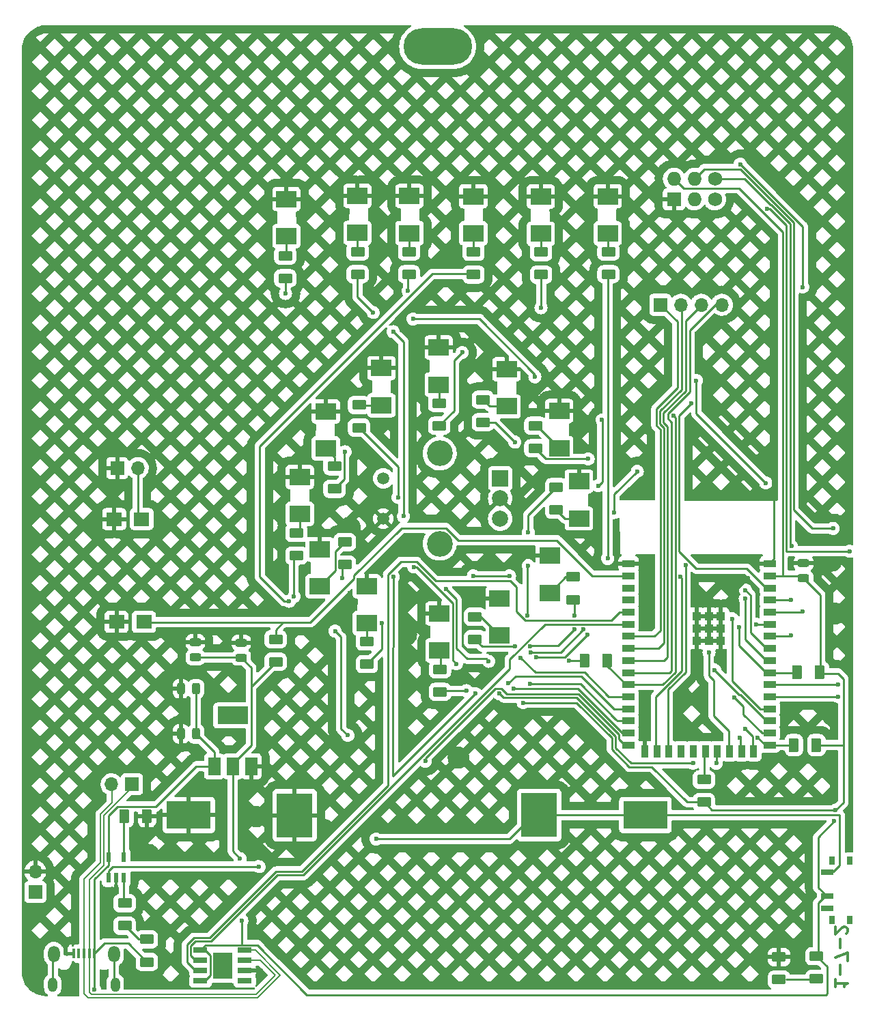
<source format=gbr>
%TF.GenerationSoftware,KiCad,Pcbnew,(6.0.0)*%
%TF.CreationDate,2022-09-03T11:38:17-05:00*%
%TF.ProjectId,BsidesKC-2022-Safe-Badge,42736964-6573-44b4-932d-323032322d53,0-c*%
%TF.SameCoordinates,Original*%
%TF.FileFunction,Copper,L2,Bot*%
%TF.FilePolarity,Positive*%
%FSLAX46Y46*%
G04 Gerber Fmt 4.6, Leading zero omitted, Abs format (unit mm)*
G04 Created by KiCad (PCBNEW (6.0.0)) date 2022-09-03 11:38:17*
%MOMM*%
%LPD*%
G01*
G04 APERTURE LIST*
G04 Aperture macros list*
%AMRoundRect*
0 Rectangle with rounded corners*
0 $1 Rounding radius*
0 $2 $3 $4 $5 $6 $7 $8 $9 X,Y pos of 4 corners*
0 Add a 4 corners polygon primitive as box body*
4,1,4,$2,$3,$4,$5,$6,$7,$8,$9,$2,$3,0*
0 Add four circle primitives for the rounded corners*
1,1,$1+$1,$2,$3*
1,1,$1+$1,$4,$5*
1,1,$1+$1,$6,$7*
1,1,$1+$1,$8,$9*
0 Add four rect primitives between the rounded corners*
20,1,$1+$1,$2,$3,$4,$5,0*
20,1,$1+$1,$4,$5,$6,$7,0*
20,1,$1+$1,$6,$7,$8,$9,0*
20,1,$1+$1,$8,$9,$2,$3,0*%
G04 Aperture macros list end*
%ADD10C,0.300000*%
%TA.AperFunction,NonConductor*%
%ADD11C,0.300000*%
%TD*%
%TA.AperFunction,ComponentPad*%
%ADD12O,1.727200X1.727200*%
%TD*%
%TA.AperFunction,ComponentPad*%
%ADD13R,1.727200X1.727200*%
%TD*%
%TA.AperFunction,ComponentPad*%
%ADD14C,1.727200*%
%TD*%
%TA.AperFunction,SMDPad,CuDef*%
%ADD15R,2.500000X2.000000*%
%TD*%
%TA.AperFunction,ComponentPad*%
%ADD16O,8.500000X4.500000*%
%TD*%
%TA.AperFunction,ComponentPad*%
%ADD17R,1.700000X1.700000*%
%TD*%
%TA.AperFunction,ComponentPad*%
%ADD18O,1.700000X1.700000*%
%TD*%
%TA.AperFunction,SMDPad,CuDef*%
%ADD19RoundRect,0.250000X-0.625000X0.375000X-0.625000X-0.375000X0.625000X-0.375000X0.625000X0.375000X0*%
%TD*%
%TA.AperFunction,SMDPad,CuDef*%
%ADD20RoundRect,0.250000X-0.375000X-0.625000X0.375000X-0.625000X0.375000X0.625000X-0.375000X0.625000X0*%
%TD*%
%TA.AperFunction,SMDPad,CuDef*%
%ADD21RoundRect,0.250000X0.375000X0.625000X-0.375000X0.625000X-0.375000X-0.625000X0.375000X-0.625000X0*%
%TD*%
%TA.AperFunction,SMDPad,CuDef*%
%ADD22RoundRect,0.250000X0.625000X-0.375000X0.625000X0.375000X-0.625000X0.375000X-0.625000X-0.375000X0*%
%TD*%
%TA.AperFunction,SMDPad,CuDef*%
%ADD23R,1.500000X2.200000*%
%TD*%
%TA.AperFunction,SMDPad,CuDef*%
%ADD24R,3.800000X2.200000*%
%TD*%
%TA.AperFunction,SMDPad,CuDef*%
%ADD25R,1.948000X1.700000*%
%TD*%
%TA.AperFunction,SMDPad,CuDef*%
%ADD26R,0.800000X1.000000*%
%TD*%
%TA.AperFunction,SMDPad,CuDef*%
%ADD27R,1.500000X0.700000*%
%TD*%
%TA.AperFunction,SMDPad,CuDef*%
%ADD28RoundRect,0.243750X0.456250X-0.243750X0.456250X0.243750X-0.456250X0.243750X-0.456250X-0.243750X0*%
%TD*%
%TA.AperFunction,SMDPad,CuDef*%
%ADD29R,1.500000X0.900000*%
%TD*%
%TA.AperFunction,SMDPad,CuDef*%
%ADD30R,0.900000X1.500000*%
%TD*%
%TA.AperFunction,SMDPad,CuDef*%
%ADD31R,1.100000X1.100000*%
%TD*%
%TA.AperFunction,SMDPad,CuDef*%
%ADD32R,4.500000X5.500000*%
%TD*%
%TA.AperFunction,SMDPad,CuDef*%
%ADD33R,5.500000X3.500000*%
%TD*%
%TA.AperFunction,SMDPad,CuDef*%
%ADD34R,1.750000X0.650000*%
%TD*%
%TA.AperFunction,SMDPad,CuDef*%
%ADD35R,2.410000X3.300000*%
%TD*%
%TA.AperFunction,SMDPad,CuDef*%
%ADD36R,0.440000X1.300000*%
%TD*%
%TA.AperFunction,ComponentPad*%
%ADD37O,1.450000X2.000000*%
%TD*%
%TA.AperFunction,ComponentPad*%
%ADD38O,1.150000X1.800000*%
%TD*%
%TA.AperFunction,SMDPad,CuDef*%
%ADD39R,0.600000X1.200000*%
%TD*%
%TA.AperFunction,SMDPad,CuDef*%
%ADD40RoundRect,0.243750X0.243750X0.456250X-0.243750X0.456250X-0.243750X-0.456250X0.243750X-0.456250X0*%
%TD*%
%TA.AperFunction,ComponentPad*%
%ADD41R,2.000000X2.000000*%
%TD*%
%TA.AperFunction,ComponentPad*%
%ADD42C,2.000000*%
%TD*%
%TA.AperFunction,ComponentPad*%
%ADD43C,3.200000*%
%TD*%
%TA.AperFunction,ComponentPad*%
%ADD44C,1.500000*%
%TD*%
%TA.AperFunction,ViaPad*%
%ADD45C,0.600000*%
%TD*%
%TA.AperFunction,Conductor*%
%ADD46C,0.250000*%
%TD*%
%TA.AperFunction,Conductor*%
%ADD47C,0.200000*%
%TD*%
G04 APERTURE END LIST*
D10*
D11*
X197390628Y-146494142D02*
X197390628Y-147351285D01*
X197390628Y-146922714D02*
X198890628Y-146922714D01*
X198676342Y-147065571D01*
X198533485Y-147208428D01*
X198462057Y-147351285D01*
X197962057Y-145851285D02*
X197962057Y-144708428D01*
X198890628Y-144137000D02*
X198890628Y-143137000D01*
X197390628Y-143779857D01*
X197962057Y-142565571D02*
X197962057Y-141422714D01*
X198747771Y-140779857D02*
X198819200Y-140708428D01*
X198890628Y-140565571D01*
X198890628Y-140208428D01*
X198819200Y-140065571D01*
X198747771Y-139994142D01*
X198604914Y-139922714D01*
X198462057Y-139922714D01*
X198247771Y-139994142D01*
X197390628Y-140851285D01*
X197390628Y-139922714D01*
D12*
%TO.P,X1,1,VCC*%
%TO.N,VCC*%
X177377400Y-47137000D03*
D13*
%TO.P,X1,2,GND*%
%TO.N,GND*%
X177377400Y-49677000D03*
D12*
%TO.P,X1,3,SDA*%
%TO.N,IO08*%
X179917400Y-47137000D03*
%TO.P,X1,4,SCL*%
%TO.N,IO09*%
X179917400Y-49677000D03*
D14*
%TO.P,X1,5,GPIO1*%
%TO.N,IO01*%
X182457400Y-47137000D03*
%TO.P,X1,6,GPIO2*%
%TO.N,IO02*%
X182457400Y-49677000D03*
%TD*%
D15*
%TO.P,D2,1,K*%
%TO.N,GND*%
X129350000Y-49650000D03*
%TO.P,D2,2,A*%
%TO.N,Net-(D2-Pad2)*%
X129350000Y-54250000D03*
%TD*%
%TO.P,D8,1,K*%
%TO.N,GND*%
X160875000Y-49350000D03*
%TO.P,D8,2,A*%
%TO.N,Net-(D8-Pad2)*%
X160875000Y-53950000D03*
%TD*%
%TO.P,D1,1,K*%
%TO.N,GND*%
X138150000Y-49250000D03*
%TO.P,D1,2,A*%
%TO.N,Net-(D1-Pad2)*%
X138150000Y-53850000D03*
%TD*%
%TO.P,D13,1,K*%
%TO.N,GND*%
X139300000Y-97675000D03*
%TO.P,D13,2,A*%
%TO.N,Net-(D13-Pad2)*%
X139300000Y-102275000D03*
%TD*%
%TO.P,D16,1,K*%
%TO.N,GND*%
X131000000Y-84125000D03*
%TO.P,D16,2,A*%
%TO.N,Net-(D16-Pad2)*%
X131000000Y-88725000D03*
%TD*%
%TO.P,D19,1,K*%
%TO.N,GND*%
X133475000Y-93100000D03*
%TO.P,D19,2,A*%
%TO.N,Net-(D19-Pad2)*%
X133475000Y-97700000D03*
%TD*%
%TO.P,D9,1,K*%
%TO.N,GND*%
X156625000Y-70775000D03*
%TO.P,D9,2,A*%
%TO.N,Net-(D9-Pad2)*%
X156625000Y-75375000D03*
%TD*%
%TO.P,D20,1,K*%
%TO.N,GND*%
X141125000Y-70625000D03*
%TO.P,D20,2,A*%
%TO.N,Net-(D20-Pad2)*%
X141125000Y-75225000D03*
%TD*%
%TO.P,D7,1,K*%
%TO.N,GND*%
X169175000Y-49300000D03*
%TO.P,D7,2,A*%
%TO.N,Net-(D7-Pad2)*%
X169175000Y-53900000D03*
%TD*%
%TO.P,D14,1,K*%
%TO.N,GND*%
X148325000Y-101050000D03*
%TO.P,D14,2,A*%
%TO.N,Net-(D14-Pad2)*%
X148325000Y-105650000D03*
%TD*%
%TO.P,D18,1,K*%
%TO.N,GND*%
X155775000Y-99200000D03*
%TO.P,D18,2,A*%
%TO.N,Net-(D18-Pad2)*%
X155775000Y-103800000D03*
%TD*%
%TO.P,D10,1,K*%
%TO.N,GND*%
X148225000Y-68075000D03*
%TO.P,D10,2,A*%
%TO.N,Net-(D10-Pad2)*%
X148225000Y-72675000D03*
%TD*%
%TO.P,D17,1,K*%
%TO.N,GND*%
X163150000Y-75950000D03*
%TO.P,D17,2,A*%
%TO.N,Net-(D17-Pad2)*%
X163150000Y-80550000D03*
%TD*%
%TO.P,D5,1,K*%
%TO.N,GND*%
X144600000Y-49275000D03*
%TO.P,D5,2,A*%
%TO.N,Net-(D5-Pad2)*%
X144600000Y-53875000D03*
%TD*%
%TO.P,D12,1,K*%
%TO.N,GND*%
X161975000Y-93900000D03*
%TO.P,D12,2,A*%
%TO.N,Net-(D12-Pad2)*%
X161975000Y-98500000D03*
%TD*%
%TO.P,D11,1,K*%
%TO.N,GND*%
X165600000Y-84675000D03*
%TO.P,D11,2,A*%
%TO.N,Net-(D11-Pad2)*%
X165600000Y-89275000D03*
%TD*%
%TO.P,D3,1,K*%
%TO.N,GND*%
X152525000Y-49300000D03*
%TO.P,D3,2,A*%
%TO.N,Net-(D3-Pad2)*%
X152525000Y-53900000D03*
%TD*%
%TO.P,D15,1,K*%
%TO.N,GND*%
X134225000Y-76000000D03*
%TO.P,D15,2,A*%
%TO.N,Net-(D15-Pad2)*%
X134225000Y-80600000D03*
%TD*%
D16*
%TO.P,REF\u002A\u002A,*%
%TO.N,*%
X148082000Y-30734000D03*
%TD*%
D17*
%TO.P,J2,1,Pin_1*%
%TO.N,GND*%
X108375000Y-83025000D03*
D18*
%TO.P,J2,2,Pin_2*%
%TO.N,Boot*%
X110915000Y-83025000D03*
%TD*%
D19*
%TO.P,D6,1,K*%
%TO.N,GND*%
X190398400Y-143684800D03*
%TO.P,D6,2,A*%
%TO.N,Net-(D6-Pad2)*%
X190398400Y-146484800D03*
%TD*%
%TO.P,D4,1,K*%
%TO.N,Net-(D4-Pad1)*%
X112050000Y-141500000D03*
%TO.P,D4,2,A*%
%TO.N,VBUS*%
X112050000Y-144300000D03*
%TD*%
D20*
%TO.P,R3,1*%
%TO.N,Net-(R3-Pad1)*%
X109275000Y-126225000D03*
%TO.P,R3,2*%
%TO.N,GND*%
X112075000Y-126225000D03*
%TD*%
D17*
%TO.P,J5,1,Pin_1*%
%TO.N,VBUS*%
X98221800Y-135615600D03*
D18*
%TO.P,J5,2,Pin_2*%
%TO.N,GND*%
X98221800Y-133075600D03*
%TD*%
D21*
%TO.P,R16,1*%
%TO.N,IO38*%
X169141600Y-106883200D03*
%TO.P,R16,2*%
%TO.N,VCC*%
X166341600Y-106883200D03*
%TD*%
D22*
%TO.P,R10,1*%
%TO.N,IO21*%
X153695400Y-77346000D03*
%TO.P,R10,2*%
%TO.N,Net-(D9-Pad2)*%
X153695400Y-74546000D03*
%TD*%
D23*
%TO.P,U4,1,GND*%
%TO.N,GND*%
X125000000Y-120025000D03*
%TO.P,U4,2,VO*%
%TO.N,VCC*%
X122700000Y-120025000D03*
%TO.P,U4,3,VI*%
%TO.N,VBUS*%
X120400000Y-120025000D03*
D24*
%TO.P,U4,4*%
%TO.N,N/C*%
X122700000Y-113725000D03*
%TD*%
D22*
%TO.P,R15,1*%
%TO.N,IO36*%
X148386800Y-110797800D03*
%TO.P,R15,2*%
%TO.N,Net-(D14-Pad2)*%
X148386800Y-107997800D03*
%TD*%
D25*
%TO.P,SW_Reset1,1,C*%
%TO.N,GND*%
X108282000Y-102108000D03*
%TO.P,SW_Reset1,2,D*%
%TO.N,RESET*%
X111682000Y-102108000D03*
%TD*%
D26*
%TO.P,1/0,*%
%TO.N,*%
X196984400Y-139057400D03*
X199194400Y-139057400D03*
X196984400Y-131757400D03*
X199194400Y-131757400D03*
D27*
%TO.P,1/0,1,A*%
%TO.N,Net-(BT1-Pad1)*%
X196334400Y-133157400D03*
%TO.P,1/0,2,B*%
%TO.N,VCC*%
X196334400Y-136157400D03*
%TO.P,1/0,3,C*%
%TO.N,unconnected-(SW1-Pad3)*%
X196334400Y-137657400D03*
%TD*%
D25*
%TO.P,SW2,1,A*%
%TO.N,Boot*%
X111400000Y-89350000D03*
%TO.P,SW2,2,B*%
%TO.N,GND*%
X108000000Y-89350000D03*
%TD*%
D17*
%TO.P,J3,1,Pin_1*%
%TO.N,D-*%
X110215600Y-122250200D03*
D18*
%TO.P,J3,2,Pin_2*%
%TO.N,D+*%
X107675600Y-122250200D03*
%TD*%
D22*
%TO.P,R20,1*%
%TO.N,IO14*%
X160197800Y-80571800D03*
%TO.P,R20,2*%
%TO.N,Net-(D17-Pad2)*%
X160197800Y-77771800D03*
%TD*%
D19*
%TO.P,R6,1*%
%TO.N,VCC*%
X195046600Y-143583200D03*
%TO.P,R6,2*%
%TO.N,Net-(D6-Pad2)*%
X195046600Y-146383200D03*
%TD*%
D28*
%TO.P,C2,1*%
%TO.N,VCC*%
X193450000Y-96712500D03*
%TO.P,C2,2*%
%TO.N,GND*%
X193450000Y-94837500D03*
%TD*%
D22*
%TO.P,R24,1*%
%TO.N,IO17*%
X138353800Y-78006400D03*
%TO.P,R24,2*%
%TO.N,Net-(D20-Pad2)*%
X138353800Y-75206400D03*
%TD*%
%TO.P,R22,1*%
%TO.N,IO15*%
X152730200Y-104270000D03*
%TO.P,R22,2*%
%TO.N,Net-(D18-Pad2)*%
X152730200Y-101470000D03*
%TD*%
D29*
%TO.P,U2,1,GND*%
%TO.N,GND*%
X189267800Y-94899400D03*
%TO.P,U2,2,3V3*%
%TO.N,VCC*%
X189267800Y-96399400D03*
%TO.P,U2,3,IO00*%
%TO.N,Boot*%
X189267800Y-97899400D03*
%TO.P,U2,4,IO01*%
%TO.N,IO01*%
X189267800Y-99399400D03*
%TO.P,U2,5,IO02*%
%TO.N,IO02*%
X189267800Y-100899400D03*
%TO.P,U2,6,IO03*%
%TO.N,IO03*%
X189267800Y-102399400D03*
%TO.P,U2,7,IO04*%
%TO.N,IO04*%
X189267800Y-103899400D03*
%TO.P,U2,8,IO05*%
%TO.N,IO05*%
X189267800Y-105399400D03*
%TO.P,U2,9,IO06*%
%TO.N,IO06*%
X189267800Y-106899400D03*
%TO.P,U2,10,IO07*%
%TO.N,IO07*%
X189267800Y-108399400D03*
%TO.P,U2,11,IO08*%
%TO.N,IO08*%
X189267800Y-109899400D03*
%TO.P,U2,12,IO09*%
%TO.N,IO09*%
X189267800Y-111399400D03*
%TO.P,U2,13,IO10*%
%TO.N,IO10*%
X189267800Y-112899400D03*
%TO.P,U2,14,IO11*%
%TO.N,IO11*%
X189267800Y-114399400D03*
%TO.P,U2,15,IO12*%
%TO.N,IO12*%
X189267800Y-115899400D03*
%TO.P,U2,16,IO13*%
%TO.N,IO13*%
X189267800Y-117399400D03*
D30*
%TO.P,U2,17,IO14*%
%TO.N,IO14*%
X187267800Y-118149400D03*
%TO.P,U2,18,IO15*%
%TO.N,IO15*%
X185767800Y-118149400D03*
%TO.P,U2,19,IO16*%
%TO.N,IO16*%
X184267800Y-118149400D03*
%TO.P,U2,20,IO17*%
%TO.N,IO17*%
X182767800Y-118149400D03*
%TO.P,U2,21,IO18*%
%TO.N,Net-(R25-Pad1)*%
X181267800Y-118149400D03*
%TO.P,U2,22,USB_D-*%
%TO.N,unconnected-(U2-Pad22)*%
X179767800Y-118149400D03*
%TO.P,U2,23,USB_D+*%
%TO.N,unconnected-(U2-Pad23)*%
X178267800Y-118149400D03*
%TO.P,U2,24,IO21*%
%TO.N,IO21*%
X176767800Y-118149400D03*
%TO.P,U2,25,IO26*%
%TO.N,IO26*%
X175267800Y-118149400D03*
%TO.P,U2,26,GND*%
%TO.N,GND*%
X173767800Y-118149400D03*
D29*
%TO.P,U2,27,IO33*%
%TO.N,IO33*%
X171767800Y-117399400D03*
%TO.P,U2,28,IO34*%
%TO.N,IO34*%
X171767800Y-115899400D03*
%TO.P,U2,29,IO35*%
%TO.N,IO35*%
X171767800Y-114399400D03*
%TO.P,U2,30,IO36*%
%TO.N,IO36*%
X171767800Y-112899400D03*
%TO.P,U2,31,IO37*%
%TO.N,IO37*%
X171767800Y-111399400D03*
%TO.P,U2,32,IO38*%
%TO.N,IO38*%
X171767800Y-109899400D03*
%TO.P,U2,33,IO39*%
%TO.N,IO39*%
X171767800Y-108399400D03*
%TO.P,U2,34,IO40*%
%TO.N,IO40*%
X171767800Y-106899400D03*
%TO.P,U2,35,IO41*%
%TO.N,IO41*%
X171767800Y-105399400D03*
%TO.P,U2,36,IO42*%
%TO.N,IO42*%
X171767800Y-103899400D03*
%TO.P,U2,37,TXD0*%
%TO.N,USB_RX_ESP_TX*%
X171767800Y-102399400D03*
%TO.P,U2,38,RXD0*%
%TO.N,USB_TX_ESP_RX*%
X171767800Y-100899400D03*
%TO.P,U2,39,IO45*%
%TO.N,unconnected-(U2-Pad39)*%
X171767800Y-99399400D03*
%TO.P,U2,40,IO46*%
%TO.N,unconnected-(U2-Pad40)*%
X171767800Y-97899400D03*
%TO.P,U2,41,EN*%
%TO.N,RESET*%
X171767800Y-96399400D03*
%TO.P,U2,42,GND*%
%TO.N,GND*%
X171767800Y-94899400D03*
D31*
%TO.P,U2,43,GND*%
X181707800Y-101399400D03*
X183207800Y-104449400D03*
X180207800Y-104449400D03*
X180207800Y-101399400D03*
X180207800Y-102949400D03*
X183207800Y-101399400D03*
X181707800Y-104449400D03*
X183207800Y-102949400D03*
X181707800Y-102949400D03*
%TD*%
D22*
%TO.P,R2,1*%
%TO.N,IO03*%
X129209800Y-59489800D03*
%TO.P,R2,2*%
%TO.N,Net-(D2-Pad2)*%
X129209800Y-56689800D03*
%TD*%
%TO.P,R19,1*%
%TO.N,IO37*%
X130581400Y-93881400D03*
%TO.P,R19,2*%
%TO.N,Net-(D16-Pad2)*%
X130581400Y-91081400D03*
%TD*%
D19*
%TO.P,R25,1*%
%TO.N,Net-(R25-Pad1)*%
X181100000Y-121675000D03*
%TO.P,R25,2*%
%TO.N,VCC*%
X181100000Y-124475000D03*
%TD*%
D20*
%TO.P,R17,1*%
%TO.N,IO13*%
X192249600Y-117398800D03*
%TO.P,R17,2*%
%TO.N,VCC*%
X195049600Y-117398800D03*
%TD*%
D22*
%TO.P,R13,1*%
%TO.N,IO10*%
X164871400Y-99342400D03*
%TO.P,R13,2*%
%TO.N,Net-(D12-Pad2)*%
X164871400Y-96542400D03*
%TD*%
%TO.P,R26,1*%
%TO.N,VCC*%
X128016000Y-107064000D03*
%TO.P,R26,2*%
%TO.N,RESET*%
X128016000Y-104264000D03*
%TD*%
D32*
%TO.P,14500,1,+*%
%TO.N,Net-(BT1-Pad1)*%
X160675000Y-126075000D03*
D33*
X173850000Y-126075000D03*
D32*
%TO.P,14500,2,-*%
%TO.N,GND*%
X130375000Y-126100000D03*
D33*
X117250000Y-126075000D03*
%TD*%
D22*
%TO.P,R1,1*%
%TO.N,IO34*%
X138176000Y-58981800D03*
%TO.P,R1,2*%
%TO.N,Net-(D1-Pad2)*%
X138176000Y-56181800D03*
%TD*%
D19*
%TO.P,R12,1*%
%TO.N,IO35*%
X162788600Y-85391800D03*
%TO.P,R12,2*%
%TO.N,Net-(D11-Pad2)*%
X162788600Y-88191800D03*
%TD*%
D22*
%TO.P,R11,1*%
%TO.N,IO06*%
X148285200Y-77777800D03*
%TO.P,R11,2*%
%TO.N,Net-(D10-Pad2)*%
X148285200Y-74977800D03*
%TD*%
D34*
%TO.P,U3,1,UD+*%
%TO.N,D+*%
X124175000Y-142845000D03*
%TO.P,U3,2,UD-*%
%TO.N,D-*%
X124175000Y-144115000D03*
%TO.P,U3,3,GND*%
%TO.N,GND*%
X124175000Y-145385000D03*
%TO.P,U3,4,~{RTS}*%
%TO.N,unconnected-(U3-Pad4)*%
X124175000Y-146655000D03*
%TO.P,U3,5,VCC*%
%TO.N,VCC*%
X118675000Y-146655000D03*
%TO.P,U3,6,TXD*%
%TO.N,USB_TX_ESP_RX*%
X118675000Y-145385000D03*
%TO.P,U3,7,RXD*%
%TO.N,USB_RX_ESP_TX*%
X118675000Y-144115000D03*
%TO.P,U3,8,V3*%
%TO.N,VCC*%
X118675000Y-142845000D03*
D35*
%TO.P,U3,9*%
%TO.N,N/C*%
X121425000Y-144750000D03*
%TD*%
D36*
%TO.P,J4,1,VBUS*%
%TO.N,VBUS*%
X105550000Y-143275000D03*
%TO.P,J4,2,D-*%
%TO.N,D-*%
X104900000Y-143275000D03*
%TO.P,J4,3,D+*%
%TO.N,D+*%
X104250000Y-143275000D03*
%TO.P,J4,4,ID*%
%TO.N,unconnected-(J4-Pad4)*%
X103600000Y-143275000D03*
%TO.P,J4,5,GND*%
%TO.N,GND*%
X102950000Y-143275000D03*
D37*
%TO.P,J4,6,Shield*%
%TO.N,unconnected-(J4-Pad6)*%
X107975000Y-143325000D03*
D38*
X100375000Y-147125000D03*
D37*
X100525000Y-143325000D03*
D38*
X108125000Y-147125000D03*
%TD*%
D39*
%TO.P,U1,1,~{CHRG}*%
%TO.N,Net-(R5-Pad2)*%
X109175000Y-133875000D03*
%TO.P,U1,2,GND*%
%TO.N,GND*%
X108225000Y-133875000D03*
%TO.P,U1,3,BAT*%
%TO.N,Net-(BT1-Pad1)*%
X107275000Y-133875000D03*
%TO.P,U1,4,VCC*%
%TO.N,VBUS*%
X107275000Y-131275000D03*
%TO.P,U1,5,PROG*%
%TO.N,Net-(R3-Pad1)*%
X109175000Y-131275000D03*
%TD*%
D22*
%TO.P,R7,1*%
%TO.N,IO04*%
X144551400Y-58981800D03*
%TO.P,R7,2*%
%TO.N,Net-(D5-Pad2)*%
X144551400Y-56181800D03*
%TD*%
D40*
%TO.P,C1,1*%
%TO.N,VBUS*%
X118137500Y-110400000D03*
%TO.P,C1,2*%
%TO.N,GND*%
X116262500Y-110400000D03*
%TD*%
%TO.P,C5,1*%
%TO.N,VBUS*%
X118137500Y-116000000D03*
%TO.P,C5,2*%
%TO.N,GND*%
X116262500Y-116000000D03*
%TD*%
D28*
%TO.P,C4,1*%
%TO.N,VCC*%
X118059200Y-106499900D03*
%TO.P,C4,2*%
%TO.N,GND*%
X118059200Y-104624900D03*
%TD*%
D21*
%TO.P,R21,1*%
%TO.N,VCC*%
X195481400Y-108381800D03*
%TO.P,R21,2*%
%TO.N,IO07*%
X192681400Y-108381800D03*
%TD*%
D41*
%TO.P,EC11N,A,A*%
%TO.N,IO38*%
X155850000Y-84300000D03*
D42*
%TO.P,EC11N,B,B*%
%TO.N,IO13*%
X155850000Y-89300000D03*
%TO.P,EC11N,C,C*%
%TO.N,GND*%
X155850000Y-86800000D03*
D43*
%TO.P,EC11N,MP*%
%TO.N,N/C*%
X148350000Y-92400000D03*
X148350000Y-81200000D03*
D44*
%TO.P,EC11N,S1,S1*%
%TO.N,IO07*%
X141350000Y-84300000D03*
%TO.P,EC11N,S2,S2*%
%TO.N,GND*%
X141350000Y-89300000D03*
%TD*%
D22*
%TO.P,R9,1*%
%TO.N,IO05*%
X160909000Y-59032600D03*
%TO.P,R9,2*%
%TO.N,Net-(D8-Pad2)*%
X160909000Y-56232600D03*
%TD*%
%TO.P,R14,1*%
%TO.N,IO11*%
X139319000Y-107343400D03*
%TO.P,R14,2*%
%TO.N,Net-(D13-Pad2)*%
X139319000Y-104543400D03*
%TD*%
%TO.P,R23,1*%
%TO.N,IO16*%
X136601200Y-94999000D03*
%TO.P,R23,2*%
%TO.N,Net-(D19-Pad2)*%
X136601200Y-92199000D03*
%TD*%
%TO.P,R8,1*%
%TO.N,IO26*%
X169265600Y-58981800D03*
%TO.P,R8,2*%
%TO.N,Net-(D7-Pad2)*%
X169265600Y-56181800D03*
%TD*%
D17*
%TO.P,J1,1,Pin_1*%
%TO.N,IO42*%
X175701800Y-62763400D03*
D18*
%TO.P,J1,2,Pin_2*%
%TO.N,IO41*%
X178241800Y-62763400D03*
%TO.P,J1,3,Pin_3*%
%TO.N,IO40*%
X180781800Y-62763400D03*
%TO.P,J1,4,Pin_4*%
%TO.N,IO39*%
X183321800Y-62763400D03*
%TD*%
D22*
%TO.P,R18,1*%
%TO.N,IO12*%
X135305800Y-85601000D03*
%TO.P,R18,2*%
%TO.N,Net-(D15-Pad2)*%
X135305800Y-82801000D03*
%TD*%
D28*
%TO.P,C3,1*%
%TO.N,VCC*%
X123748800Y-106550700D03*
%TO.P,C3,2*%
%TO.N,GND*%
X123748800Y-104675700D03*
%TD*%
D22*
%TO.P,R4,1*%
%TO.N,IO33*%
X152527000Y-59007200D03*
%TO.P,R4,2*%
%TO.N,Net-(D3-Pad2)*%
X152527000Y-56207200D03*
%TD*%
%TO.P,R5,1*%
%TO.N,Net-(D4-Pad1)*%
X109300000Y-139800000D03*
%TO.P,R5,2*%
%TO.N,Net-(R5-Pad2)*%
X109300000Y-137000000D03*
%TD*%
D45*
%TO.N,Net-(BT1-Pad1)*%
X125950000Y-132475000D03*
X140462000Y-129032000D03*
%TO.N,GND*%
X197358000Y-101066600D03*
X137160000Y-98552000D03*
X140309600Y-95707200D03*
X125603000Y-126263400D03*
X98983800Y-145491200D03*
X157734000Y-95250000D03*
X137185400Y-90373200D03*
X133985000Y-127889000D03*
X157251400Y-112903000D03*
X152400000Y-98856800D03*
X173609000Y-111048800D03*
X150672800Y-118948200D03*
X196875400Y-92100400D03*
X180289200Y-99390200D03*
X126161800Y-145364200D03*
X106654600Y-145872200D03*
X197129400Y-113741200D03*
X167792400Y-91186000D03*
X121310400Y-126288800D03*
X189788800Y-84886800D03*
X196875400Y-94538800D03*
X144119600Y-99187000D03*
X185724800Y-94284800D03*
X102565200Y-146354800D03*
X178003200Y-111074200D03*
X199288400Y-113715800D03*
X144195800Y-103708200D03*
X186563000Y-96647000D03*
X112242600Y-130987800D03*
%TO.N,VBUS*%
X105562400Y-147750980D03*
%TO.N,VCC*%
X158699200Y-112141000D03*
X197256400Y-126847600D03*
X197434200Y-125450500D03*
X123596400Y-131470400D03*
X164414200Y-106908600D03*
X123825000Y-139141200D03*
%TO.N,IO03*%
X145034000Y-64516000D03*
X129235200Y-61366400D03*
X160147000Y-71704200D03*
X187604400Y-102412800D03*
%TO.N,IO04*%
X144424400Y-61061600D03*
X188762300Y-84861400D03*
X180162200Y-72161400D03*
X191871600Y-103809800D03*
%TO.N,IO05*%
X160909000Y-63144400D03*
X186258200Y-98171000D03*
%TO.N,IO06*%
X151130000Y-68681600D03*
X186225000Y-99250000D03*
%TO.N,IO14*%
X186175000Y-115350000D03*
X166751000Y-81889600D03*
%TO.N,IO35*%
X159325000Y-95125000D03*
X159325000Y-90975000D03*
X159225000Y-101300000D03*
X159512000Y-109763900D03*
%TO.N,IO10*%
X184600000Y-101725000D03*
X165023800Y-101300011D03*
%TO.N,IO15*%
X165049200Y-103024500D03*
X159541092Y-105108892D03*
X185575000Y-116525000D03*
X157705415Y-105178215D03*
%TO.N,IO36*%
X151688800Y-110642400D03*
X156870400Y-109728000D03*
%TO.N,IO11*%
X160274000Y-106499500D03*
X149123400Y-98044000D03*
X182422800Y-108077000D03*
X166649248Y-103680481D03*
X154406600Y-106999020D03*
X141198600Y-102225000D03*
%TO.N,IO16*%
X159650000Y-105925000D03*
X166192200Y-103024500D03*
X181725000Y-105900000D03*
X136271000Y-96672400D03*
%TO.N,IO37*%
X130275000Y-98950000D03*
X158394400Y-106549500D03*
%TO.N,IO12*%
X136625000Y-81000000D03*
X184886600Y-111480600D03*
%TO.N,IO17*%
X155727400Y-111012900D03*
X143175000Y-86650000D03*
X152795900Y-111012900D03*
X142575000Y-96475000D03*
X182650000Y-119634000D03*
X179781200Y-119634000D03*
%TO.N,IO38*%
X177317400Y-76504800D03*
X168478200Y-77063600D03*
X167995600Y-85217000D03*
%TO.N,IO13*%
X172847000Y-83439000D03*
X187774500Y-116444718D03*
X170002200Y-88544400D03*
%TO.N,Boot*%
X179537700Y-75031600D03*
%TO.N,IO07*%
X185420000Y-102743000D03*
X152527000Y-96391818D03*
X157008378Y-96391818D03*
%TO.N,IO09*%
X188899800Y-50825400D03*
X197749500Y-111379000D03*
X199161400Y-93345000D03*
%TO.N,IO08*%
X197749500Y-109905800D03*
X197104000Y-90500200D03*
%TO.N,IO02*%
X193344800Y-60564400D03*
X185597800Y-45324389D03*
X193294000Y-100838000D03*
%TO.N,IO01*%
X191948020Y-92720500D03*
X191871600Y-99390200D03*
%TO.N,IO34*%
X150418800Y-107315000D03*
X142575000Y-66100000D03*
X140100000Y-63725000D03*
X143850000Y-89000000D03*
X145125000Y-95275000D03*
X157505400Y-110388400D03*
%TO.N,IO33*%
X136956800Y-116179600D03*
X129692400Y-99542600D03*
X135379661Y-103242839D03*
X146558000Y-119380000D03*
%TO.N,IO26*%
X169164000Y-94234000D03*
X178191500Y-96469200D03*
%TO.N,IO21*%
X178816000Y-95046800D03*
X157657800Y-79806800D03*
%TD*%
D46*
%TO.N,Net-(BT1-Pad1)*%
X156972000Y-129032000D02*
X140462000Y-129032000D01*
X159929000Y-126075000D02*
X156972000Y-129032000D01*
X160675000Y-126075000D02*
X159929000Y-126075000D01*
X107275000Y-133875000D02*
X107275000Y-133025000D01*
X197916800Y-132302222D02*
X197119022Y-133100000D01*
X107825000Y-132475000D02*
X125950000Y-132475000D01*
X197916800Y-126075000D02*
X197916800Y-132302222D01*
X197119022Y-133100000D02*
X196320000Y-133100000D01*
X107275000Y-133025000D02*
X107825000Y-132475000D01*
X160675000Y-126075000D02*
X173850000Y-126075000D01*
X173850000Y-126075000D02*
X197916800Y-126075000D01*
%TO.N,GND*%
X157885718Y-95250000D02*
X157734000Y-95250000D01*
X181590000Y-104450000D02*
X181590000Y-102950000D01*
X183090000Y-100120000D02*
X183090000Y-101400000D01*
X183090000Y-101400000D02*
X181590000Y-101400000D01*
X180090000Y-101400000D02*
X181590000Y-101400000D01*
X183090000Y-102950000D02*
X183090000Y-104450000D01*
X180090000Y-102950000D02*
X180090000Y-104450000D01*
X161975000Y-93900000D02*
X159235718Y-93900000D01*
X180090000Y-101400000D02*
X180090000Y-102950000D01*
X189150000Y-94900000D02*
X189788800Y-94261200D01*
X124195800Y-145364200D02*
X124175000Y-145385000D01*
X159235718Y-93900000D02*
X157885718Y-95250000D01*
X183090000Y-101400000D02*
X183090000Y-102950000D01*
X183090000Y-104450000D02*
X181590000Y-104450000D01*
X126161800Y-145364200D02*
X124195800Y-145364200D01*
X186563000Y-96647000D02*
X183090000Y-100120000D01*
X189788800Y-94261200D02*
X189788800Y-84886800D01*
%TO.N,VBUS*%
X107275000Y-132325978D02*
X107275000Y-131275000D01*
X120400000Y-120025000D02*
X120400000Y-118262500D01*
X113175009Y-125025480D02*
X108398020Y-125025480D01*
X105550000Y-134050978D02*
X107275000Y-132325978D01*
X118137500Y-116000000D02*
X118137500Y-110400000D01*
X106824520Y-142000480D02*
X105550000Y-143275000D01*
X105562400Y-147750980D02*
X105550000Y-147738580D01*
X109750480Y-142000480D02*
X106824520Y-142000480D01*
X105550000Y-143275000D02*
X105550000Y-134050978D01*
X107275000Y-126148500D02*
X107275000Y-131275000D01*
X120400000Y-118262500D02*
X118137500Y-116000000D01*
X108398020Y-125025480D02*
X107275000Y-126148500D01*
X112050000Y-144300000D02*
X109750480Y-142000480D01*
X120400000Y-120025000D02*
X118175489Y-120025000D01*
X118175489Y-120025000D02*
X113175009Y-125025480D01*
X105550000Y-147738580D02*
X105550000Y-143275000D01*
%TO.N,VCC*%
X196342000Y-148234400D02*
X196215000Y-148361400D01*
X195245489Y-136996311D02*
X195245489Y-143488911D01*
X196342000Y-148234400D02*
X196342000Y-144878600D01*
X119895489Y-143515489D02*
X119895489Y-145984511D01*
X118675000Y-142845000D02*
X119225000Y-142845000D01*
X195625000Y-108500000D02*
X197700000Y-108500000D01*
X196215000Y-148361400D02*
X131902200Y-148361400D01*
X124975000Y-110105000D02*
X128016000Y-107064000D01*
X198374000Y-124536200D02*
X198374000Y-117424200D01*
X123748800Y-106550700D02*
X124975000Y-107776900D01*
X118059200Y-106499900D02*
X123698000Y-106499900D01*
X196084400Y-136157400D02*
X195245489Y-136996311D01*
X198374000Y-109174000D02*
X197750000Y-108550000D01*
X119225000Y-142845000D02*
X119895489Y-143515489D01*
X178565511Y-48325111D02*
X185489689Y-48325111D01*
X198348600Y-117398800D02*
X198374000Y-117424200D01*
X124975000Y-107776900D02*
X124975000Y-117400000D01*
X197700000Y-108500000D02*
X197750000Y-108550000D01*
X189150000Y-96400000D02*
X190874000Y-96400000D01*
X125736289Y-142195489D02*
X123820489Y-142195489D01*
X119225000Y-146655000D02*
X118675000Y-146655000D01*
X122700000Y-119675000D02*
X124975000Y-117400000D01*
X166316200Y-106908600D02*
X166341600Y-106883200D01*
X164414200Y-106908600D02*
X166316200Y-106908600D01*
X119895489Y-145984511D02*
X119225000Y-146655000D01*
X193450000Y-96712500D02*
X195529200Y-98791700D01*
X197434200Y-125476000D02*
X198374000Y-124536200D01*
X195259400Y-135082400D02*
X195259400Y-128844600D01*
X182101000Y-125476000D02*
X197434200Y-125476000D01*
X171848582Y-120084000D02*
X169675969Y-117911387D01*
X165332569Y-112141000D02*
X158699200Y-112141000D01*
X169675969Y-117538595D02*
X169675969Y-116484400D01*
X195049600Y-117398800D02*
X198348600Y-117398800D01*
X122700000Y-120025000D02*
X122700000Y-119675000D01*
X169675969Y-116484400D02*
X165332569Y-112141000D01*
X181100000Y-124475000D02*
X179034200Y-124475000D01*
X198374000Y-117424200D02*
X198374000Y-109174000D01*
X123820489Y-139145711D02*
X123820489Y-142195489D01*
X195529200Y-108404200D02*
X195625000Y-108500000D01*
X195529200Y-98791700D02*
X195529200Y-108404200D01*
X196334400Y-136157400D02*
X196084400Y-136157400D01*
X123825000Y-139141200D02*
X123820489Y-139145711D01*
X185489689Y-48325111D02*
X190874000Y-53709422D01*
X123820489Y-142195489D02*
X119324511Y-142195489D01*
X119324511Y-142195489D02*
X118675000Y-142845000D01*
X123698000Y-106499900D02*
X123748800Y-106550700D01*
X174643200Y-120084000D02*
X171848582Y-120084000D01*
X123596400Y-131470400D02*
X122700000Y-130574000D01*
X131902200Y-148361400D02*
X125736289Y-142195489D01*
X169675969Y-117911387D02*
X169675969Y-117538595D01*
X190874000Y-53709422D02*
X190874000Y-96400000D01*
X177377400Y-47137000D02*
X178565511Y-48325111D01*
X179034200Y-124475000D02*
X174643200Y-120084000D01*
X196342000Y-144878600D02*
X195046600Y-143583200D01*
X196334400Y-136157400D02*
X195259400Y-135082400D01*
X122700000Y-130574000D02*
X122700000Y-120025000D01*
X181100000Y-124475000D02*
X182101000Y-125476000D01*
X124975000Y-117400000D02*
X124975000Y-110105000D01*
X195259400Y-128844600D02*
X197256400Y-126847600D01*
X190874000Y-96400000D02*
X193137500Y-96400000D01*
X193137500Y-96400000D02*
X193450000Y-96712500D01*
%TO.N,IO03*%
X160147000Y-71397978D02*
X153265022Y-64516000D01*
X187617200Y-102400000D02*
X187604400Y-102412800D01*
X153265022Y-64516000D02*
X145034000Y-64516000D01*
X160147000Y-71704200D02*
X160147000Y-71397978D01*
X189150000Y-102400000D02*
X187617200Y-102400000D01*
X129235200Y-61366400D02*
X129235200Y-59515200D01*
%TO.N,IO04*%
X180162200Y-72161400D02*
X180162200Y-76261300D01*
X191871600Y-103809800D02*
X191795400Y-103886000D01*
X180162200Y-76261300D02*
X188762300Y-84861400D01*
X144424400Y-61061600D02*
X144424400Y-59083400D01*
X191795400Y-103886000D02*
X189164000Y-103886000D01*
%TO.N,IO05*%
X160909000Y-63144400D02*
X160909000Y-58981800D01*
X186867800Y-98780600D02*
X186867800Y-103466822D01*
X188800978Y-105400000D02*
X189150000Y-105400000D01*
X186258200Y-98171000D02*
X186867800Y-98780600D01*
X186867800Y-103466822D02*
X188800978Y-105400000D01*
%TO.N,IO06*%
X186207400Y-99267600D02*
X186225000Y-99250000D01*
X150139400Y-69672200D02*
X150139400Y-75898200D01*
X151130000Y-68681600D02*
X150139400Y-69672200D01*
X150139400Y-75898200D02*
X148310600Y-77727000D01*
X188850000Y-106900000D02*
X186207400Y-104257400D01*
X189150000Y-106900000D02*
X188850000Y-106900000D01*
X186207400Y-104257400D02*
X186207400Y-99267600D01*
%TO.N,IO14*%
X164739600Y-81889600D02*
X164724511Y-81874511D01*
X187150000Y-116325000D02*
X186175000Y-115350000D01*
X164724511Y-81874511D02*
X161500511Y-81874511D01*
X166751000Y-81889600D02*
X164739600Y-81889600D01*
X187150000Y-118150000D02*
X187150000Y-116325000D01*
X161500511Y-81874511D02*
X160197800Y-80571800D01*
%TO.N,IO35*%
X170163089Y-114157589D02*
X170163089Y-114161911D01*
X159512000Y-109763900D02*
X165769400Y-109763900D01*
X170401178Y-114400000D02*
X171650000Y-114400000D01*
X165769400Y-109763900D02*
X170163089Y-114157589D01*
X170163089Y-114161911D02*
X170401178Y-114400000D01*
X162788600Y-85391800D02*
X159325000Y-88855400D01*
X159325000Y-88855400D02*
X159325000Y-90975000D01*
X159225000Y-101300000D02*
X159225000Y-95225000D01*
X159225000Y-95225000D02*
X159325000Y-95125000D01*
%TO.N,IO10*%
X165023800Y-101300011D02*
X165023800Y-99494800D01*
X165023800Y-99494800D02*
X164871400Y-99342400D01*
X188050000Y-112900000D02*
X184600000Y-109450000D01*
X189150000Y-112900000D02*
X188050000Y-112900000D01*
X184600000Y-109450000D02*
X184600000Y-101725000D01*
%TO.N,IO15*%
X159570184Y-105079800D02*
X162993900Y-105079800D01*
X159541092Y-105108892D02*
X159570184Y-105079800D01*
X185650000Y-116600000D02*
X185575000Y-116525000D01*
X157705415Y-105178215D02*
X153638415Y-105178215D01*
X185650000Y-118150000D02*
X185650000Y-116600000D01*
X162993900Y-105079800D02*
X165049200Y-103024500D01*
X153638415Y-105178215D02*
X152730200Y-104270000D01*
%TO.N,IO36*%
X151685800Y-110645400D02*
X148437600Y-110645400D01*
X157759400Y-108839000D02*
X156870400Y-109728000D01*
X169950000Y-112900000D02*
X165889000Y-108839000D01*
X165889000Y-108839000D02*
X157759400Y-108839000D01*
X171650000Y-112900000D02*
X169950000Y-112900000D01*
%TO.N,IO11*%
X185585500Y-111135500D02*
X188850000Y-114400000D01*
X188850000Y-114400000D02*
X189150000Y-114400000D01*
X185481300Y-111135500D02*
X185585500Y-111135500D01*
X141198600Y-102225000D02*
X141198600Y-105463800D01*
X182422800Y-108077000D02*
X185481300Y-111135500D01*
X154406600Y-106999020D02*
X154087580Y-106680000D01*
X150411120Y-99331720D02*
X149123400Y-98044000D01*
X154087580Y-106680000D02*
X151733793Y-106680000D01*
X163830229Y-106499500D02*
X166649248Y-103680481D01*
X141198600Y-105463800D02*
X139319000Y-107343400D01*
X151733793Y-106680000D02*
X150411120Y-105357327D01*
X150411120Y-105357327D02*
X150411120Y-99331720D01*
X160274000Y-106499500D02*
X163830229Y-106499500D01*
%TO.N,IO16*%
X182300000Y-109376600D02*
X181725000Y-108801600D01*
X166192200Y-103024500D02*
X163342200Y-105874500D01*
X163342200Y-105874500D02*
X159700500Y-105874500D01*
X181725000Y-108801600D02*
X181725000Y-105900000D01*
X159700500Y-105874500D02*
X159650000Y-105925000D01*
X136271000Y-95329200D02*
X136601200Y-94999000D01*
X182300000Y-113775000D02*
X182300000Y-109376600D01*
X136271000Y-96672400D02*
X136271000Y-95329200D01*
X184150000Y-118150000D02*
X184150000Y-115625000D01*
X184150000Y-115625000D02*
X182300000Y-113775000D01*
%TO.N,IO37*%
X169300000Y-111400000D02*
X171650000Y-111400000D01*
X166289480Y-108389480D02*
X169300000Y-111400000D01*
X130251200Y-94211600D02*
X130581400Y-93881400D01*
X130251200Y-98926200D02*
X130251200Y-94211600D01*
X130275000Y-98950000D02*
X130251200Y-98926200D01*
X160234380Y-108389480D02*
X166289480Y-108389480D01*
X158394400Y-106549500D02*
X160234380Y-108389480D01*
%TO.N,IO12*%
X186004200Y-113563400D02*
X188340800Y-115900000D01*
X186004200Y-112598200D02*
X186004200Y-113563400D01*
X136505320Y-84401480D02*
X136505320Y-80880320D01*
X135305800Y-85601000D02*
X136505320Y-84401480D01*
X188340800Y-115900000D02*
X189150000Y-115900000D01*
X184886600Y-111480600D02*
X186004200Y-112598200D01*
%TO.N,IO17*%
X170125969Y-116279405D02*
X165344895Y-111498331D01*
X142559700Y-121249100D02*
X142559700Y-105302300D01*
X170125969Y-117724991D02*
X170125969Y-116279405D01*
X172034978Y-119634000D02*
X170125969Y-117724991D01*
X142559700Y-105302300D02*
X142600000Y-105262000D01*
X142600000Y-105262000D02*
X142600000Y-96500000D01*
X182650000Y-118150000D02*
X182650000Y-119634000D01*
X143175000Y-82850000D02*
X138353800Y-78028800D01*
X152795900Y-111012900D02*
X142559700Y-121249100D01*
X143175000Y-86650000D02*
X143175000Y-82850000D01*
X138353800Y-78028800D02*
X138353800Y-78006400D01*
X156253131Y-111498331D02*
X155727400Y-110972600D01*
X155727400Y-110972600D02*
X155727400Y-111012900D01*
X165344895Y-111498331D02*
X156253131Y-111498331D01*
X142600000Y-96500000D02*
X142575000Y-96475000D01*
X179781200Y-119634000D02*
X172034978Y-119634000D01*
%TO.N,IO38*%
X171767800Y-109899400D02*
X171467800Y-109899400D01*
X168503600Y-84709000D02*
X167995600Y-85217000D01*
X177317400Y-76504800D02*
X177546000Y-76733400D01*
X177546000Y-108331718D02*
X175977718Y-109900000D01*
X175977718Y-109900000D02*
X171650000Y-109900000D01*
X169141600Y-107573200D02*
X169141600Y-106883200D01*
X168478200Y-77063600D02*
X168503600Y-77089000D01*
X171467800Y-109899400D02*
X169141600Y-107573200D01*
X168503600Y-77089000D02*
X168503600Y-84709000D01*
X177546000Y-76733400D02*
X177546000Y-108331718D01*
%TO.N,IO13*%
X189267800Y-117399400D02*
X192249000Y-117399400D01*
X189150000Y-117400000D02*
X188729782Y-117400000D01*
X192249000Y-117399400D02*
X192249600Y-117398800D01*
X172847000Y-83439000D02*
X170002200Y-86283800D01*
X188729782Y-117400000D02*
X187774500Y-116444718D01*
X170002200Y-86283800D02*
X170002200Y-88544400D01*
%TO.N,Boot*%
X178028600Y-76540700D02*
X178028600Y-91846400D01*
X110915000Y-88865000D02*
X111400000Y-89350000D01*
X178028600Y-91846400D02*
X177995520Y-91879480D01*
X177995520Y-91879480D02*
X177995520Y-93343127D01*
X179537700Y-75031600D02*
X178028600Y-76540700D01*
X180162015Y-95509622D02*
X186410600Y-95509622D01*
X186410600Y-95509622D02*
X188800978Y-97900000D01*
X188800978Y-97900000D02*
X189150000Y-97900000D01*
X110915000Y-83025000D02*
X110915000Y-88865000D01*
X177995520Y-93343127D02*
X180162015Y-95509622D01*
D47*
%TO.N,D+*%
X104250000Y-143275000D02*
X104250000Y-148250000D01*
X125722400Y-148750000D02*
X128549400Y-145923000D01*
X128549400Y-145923000D02*
X125471400Y-142845000D01*
X106275978Y-132009016D02*
X106275978Y-125982167D01*
X104250000Y-134034994D02*
X106275978Y-132009016D01*
X104250000Y-143275000D02*
X104250000Y-134034994D01*
X106275978Y-125982167D02*
X107696000Y-124562145D01*
X104250000Y-148250000D02*
X104750000Y-148750000D01*
X107696000Y-124562145D02*
X107696000Y-122186000D01*
X125471400Y-142845000D02*
X124175000Y-142845000D01*
X104750000Y-148750000D02*
X125722400Y-148750000D01*
%TO.N,D-*%
X127962097Y-145945297D02*
X125556914Y-148350480D01*
X104900000Y-134063200D02*
X106675489Y-132287711D01*
X106675489Y-126147650D02*
X110150000Y-122673139D01*
X110150000Y-122673139D02*
X110150000Y-122100000D01*
X125556914Y-148350480D02*
X105175000Y-148350480D01*
X104900000Y-148075480D02*
X104900000Y-143275000D01*
X104900000Y-143275000D02*
X104900000Y-134063200D01*
X106675489Y-132287711D02*
X106675489Y-126147650D01*
X124175000Y-144115000D02*
X126131800Y-144115000D01*
X126131800Y-144115000D02*
X127962097Y-145945297D01*
X105175000Y-148350480D02*
X104900000Y-148075480D01*
D46*
%TO.N,unconnected-(J4-Pad6)*%
X107975000Y-143325000D02*
X107975000Y-146975000D01*
X100375000Y-147125000D02*
X100375000Y-143475000D01*
X100375000Y-143475000D02*
X100525000Y-143325000D01*
%TO.N,RESET*%
X111700000Y-102125000D02*
X111733800Y-102158800D01*
X128016000Y-104264000D02*
X128016000Y-103073200D01*
X137725489Y-96750511D02*
X137725489Y-96350489D01*
X137725489Y-96350489D02*
X143600978Y-90475000D01*
X167291400Y-96400000D02*
X171650000Y-96400000D01*
X128016000Y-103073200D02*
X128930400Y-102158800D01*
X149147362Y-90475000D02*
X150645762Y-91973400D01*
X132317200Y-102158800D02*
X137725489Y-96750511D01*
X150645762Y-91973400D02*
X162864800Y-91973400D01*
X143600978Y-90475000D02*
X149147362Y-90475000D01*
X162864800Y-91973400D02*
X167291400Y-96400000D01*
X111733800Y-102158800D02*
X132317200Y-102158800D01*
%TO.N,IO07*%
X185420000Y-102743000D02*
X185420000Y-105020000D01*
X156981796Y-96418400D02*
X152553582Y-96418400D01*
X188800000Y-108400000D02*
X189150000Y-108400000D01*
X185420000Y-105020000D02*
X188800000Y-108400000D01*
X152553582Y-96418400D02*
X152527000Y-96391818D01*
X189150000Y-108400000D02*
X192725000Y-108400000D01*
X157008378Y-96391818D02*
X156981796Y-96418400D01*
%TO.N,IO09*%
X191323520Y-93330320D02*
X191338200Y-93345000D01*
X191338200Y-93345000D02*
X199161400Y-93345000D01*
X197728500Y-111400000D02*
X189150000Y-111400000D01*
X189230000Y-50825400D02*
X191323520Y-52918920D01*
X188899800Y-50825400D02*
X189230000Y-50825400D01*
X191323520Y-52918920D02*
X191323520Y-93330320D01*
X197749500Y-111379000D02*
X197728500Y-111400000D01*
%TO.N,IO08*%
X181105511Y-45948889D02*
X179917400Y-47137000D01*
X194487800Y-90500200D02*
X192222560Y-88234960D01*
X197743700Y-109900000D02*
X189150000Y-109900000D01*
X185624925Y-45948889D02*
X181105511Y-45948889D01*
X192222560Y-52546524D02*
X185624925Y-45948889D01*
X197749500Y-109905800D02*
X197743700Y-109900000D01*
X197104000Y-90500200D02*
X194487800Y-90500200D01*
X192222560Y-88234960D02*
X192222560Y-52546524D01*
%TO.N,IO02*%
X185636143Y-45324389D02*
X193344800Y-53033046D01*
X193344800Y-53033046D02*
X193344800Y-60564400D01*
X185597800Y-45324389D02*
X185636143Y-45324389D01*
X193232000Y-100900000D02*
X193294000Y-100838000D01*
X189150000Y-100900000D02*
X193232000Y-100900000D01*
%TO.N,IO01*%
X189416198Y-50375880D02*
X189364680Y-50375880D01*
X191773040Y-52732722D02*
X189416198Y-50375880D01*
X189364680Y-50375880D02*
X186125800Y-47137000D01*
X186125800Y-47137000D02*
X182457400Y-47137000D01*
X191948020Y-92720500D02*
X191773040Y-92545520D01*
X191773040Y-92545520D02*
X191773040Y-52732722D01*
X191871600Y-99390200D02*
X191861800Y-99400000D01*
X191861800Y-99400000D02*
X189150000Y-99400000D01*
%TO.N,IO39*%
X177038000Y-77257107D02*
X176980415Y-77257107D01*
X179338911Y-73518089D02*
X179338911Y-65898089D01*
X179338911Y-65898089D02*
X182473600Y-62763400D01*
X176842000Y-108400000D02*
X177038000Y-108204000D01*
X177038000Y-108204000D02*
X177038000Y-77257107D01*
X176980415Y-77257107D02*
X176614299Y-76890991D01*
X171650000Y-108400000D02*
X176842000Y-108400000D01*
X176614299Y-76890991D02*
X176614299Y-76268101D01*
X182473600Y-62763400D02*
X183321800Y-62763400D01*
X176614299Y-76268101D02*
X179349400Y-73533000D01*
%TO.N,IO40*%
X176098200Y-76147804D02*
X178816000Y-73430004D01*
X176098200Y-76631800D02*
X176098200Y-76147804D01*
X176588480Y-106476800D02*
X176165280Y-106900000D01*
X176098200Y-76606400D02*
X176098200Y-77387993D01*
X178816000Y-64729200D02*
X180781800Y-62763400D01*
X178816000Y-73430004D02*
X178816000Y-64729200D01*
X176588480Y-77878273D02*
X176588480Y-106476800D01*
X176165280Y-106900000D02*
X171650000Y-106900000D01*
X176098200Y-77387993D02*
X176588480Y-77878273D01*
%TO.N,IO41*%
X178308000Y-73279000D02*
X178308000Y-62829600D01*
X176138960Y-78064470D02*
X175648200Y-77573710D01*
X176138960Y-104724200D02*
X176138960Y-78064470D01*
X178308000Y-62829600D02*
X178241800Y-62763400D01*
X175463160Y-105400000D02*
X176138960Y-104724200D01*
X175648200Y-75938800D02*
X178308000Y-73279000D01*
X175648200Y-77573710D02*
X175648200Y-75938800D01*
X171650000Y-105400000D02*
X175463160Y-105400000D01*
%TO.N,IO42*%
X174938840Y-103900000D02*
X171650000Y-103900000D01*
X177792280Y-73083520D02*
X175198200Y-75677600D01*
X175701800Y-62763400D02*
X177792280Y-64853880D01*
X177792280Y-64853880D02*
X177792280Y-73083520D01*
X175198200Y-75677600D02*
X175198200Y-77760106D01*
X175689440Y-78251346D02*
X175689440Y-103149400D01*
X175689440Y-103149400D02*
X174938840Y-103900000D01*
X175198200Y-77760106D02*
X175689440Y-78251346D01*
%TO.N,USB_RX_ESP_TX*%
X131449691Y-133523109D02*
X157025489Y-107947311D01*
X118095978Y-144115000D02*
X117475489Y-143494511D01*
X157025489Y-106741318D02*
X161366807Y-102400000D01*
X128250009Y-133523109D02*
X131449691Y-133523109D01*
X117475489Y-142324022D02*
X118053542Y-141745969D01*
X118675000Y-144115000D02*
X118095978Y-144115000D01*
X157025489Y-107947311D02*
X157025489Y-106741318D01*
X161366807Y-102400000D02*
X171650000Y-102400000D01*
X120027149Y-141745969D02*
X128250009Y-133523109D01*
X117475489Y-143494511D02*
X117475489Y-142324022D01*
X118053542Y-141745969D02*
X120027149Y-141745969D01*
%TO.N,USB_TX_ESP_RX*%
X169626889Y-101924511D02*
X170651400Y-100900000D01*
X117025969Y-142137825D02*
X117867345Y-141296449D01*
X118675000Y-145385000D02*
X118095978Y-145385000D01*
X119840951Y-141296449D02*
X128063812Y-133073589D01*
X131263493Y-133073589D02*
X141935200Y-122401882D01*
X157861000Y-100819193D02*
X158966318Y-101924511D01*
X141935200Y-122401882D02*
X141935200Y-96231607D01*
X157861000Y-97809465D02*
X157861000Y-100819193D01*
X141935200Y-96231607D02*
X143516318Y-94650489D01*
X143516318Y-94650489D02*
X145460907Y-94650489D01*
X157067853Y-97016318D02*
X157861000Y-97809465D01*
X118095978Y-145385000D02*
X117025969Y-144314991D01*
X158966318Y-101924511D02*
X169626889Y-101924511D01*
X145460907Y-94650489D02*
X147826736Y-97016318D01*
X170651400Y-100900000D02*
X171650000Y-100900000D01*
X117025969Y-144314991D02*
X117025969Y-142137825D01*
X128063812Y-133073589D02*
X131263493Y-133073589D01*
X117867345Y-141296449D02*
X119840951Y-141296449D01*
X147826736Y-97016318D02*
X157067853Y-97016318D01*
%TO.N,IO34*%
X157505400Y-110388400D02*
X165506400Y-110388400D01*
X138150600Y-61774400D02*
X138150000Y-61775000D01*
X171018000Y-115900000D02*
X171650000Y-115900000D01*
X145449022Y-95275000D02*
X145125000Y-95275000D01*
X143850000Y-89000000D02*
X143850000Y-67375000D01*
X138150600Y-58905600D02*
X138150600Y-61774400D01*
X149961600Y-106857800D02*
X149961600Y-99787578D01*
X165506400Y-110388400D02*
X171018000Y-115900000D01*
X150418800Y-107315000D02*
X149961600Y-106857800D01*
X149961600Y-99787578D02*
X145449022Y-95275000D01*
X143850000Y-67375000D02*
X142575000Y-66100000D01*
X140100000Y-63725000D02*
X138150000Y-61775000D01*
%TO.N,IO33*%
X147418600Y-58931000D02*
X152552400Y-58931000D01*
X170575489Y-116093207D02*
X165531093Y-111048811D01*
X145048911Y-61320282D02*
X145048911Y-61300689D01*
X135379661Y-103248661D02*
X135379661Y-103242839D01*
X129067600Y-99542600D02*
X126060200Y-96535200D01*
X156641811Y-111048811D02*
X156351911Y-110758911D01*
X145048911Y-61300689D02*
X147418600Y-58931000D01*
X171300978Y-117400000D02*
X170575489Y-116674511D01*
X126060200Y-96535200D02*
X126060200Y-80289400D01*
X155986082Y-110388389D02*
X155220129Y-110388389D01*
X136118600Y-103987600D02*
X135379661Y-103248661D01*
X155220129Y-110388389D02*
X146558000Y-119050518D01*
X144663489Y-61686111D02*
X144683082Y-61686111D01*
X165531093Y-111048811D02*
X156641811Y-111048811D01*
X146558000Y-119050518D02*
X146558000Y-119380000D01*
X156351911Y-110754218D02*
X155986082Y-110388389D01*
X156351911Y-110758911D02*
X156351911Y-110754218D01*
X126060200Y-80289400D02*
X144663489Y-61686111D01*
X144683082Y-61686111D02*
X145048911Y-61320282D01*
X129692400Y-99542600D02*
X129067600Y-99542600D01*
X171650000Y-117400000D02*
X171300978Y-117400000D01*
X136118600Y-115341400D02*
X136118600Y-103987600D01*
X170575489Y-116674511D02*
X170575489Y-116093207D01*
X136956800Y-116179600D02*
X136118600Y-115341400D01*
%TO.N,IO26*%
X175150000Y-111363436D02*
X175150000Y-118150000D01*
X178191500Y-96469200D02*
X178366480Y-96644180D01*
X169175000Y-58970800D02*
X169189400Y-58956400D01*
X169175000Y-63333200D02*
X169175000Y-94223000D01*
X169175000Y-94223000D02*
X169164000Y-94234000D01*
X169175000Y-63333200D02*
X169175000Y-58970800D01*
X178366480Y-96644180D02*
X178366480Y-108146956D01*
X178366480Y-108146956D02*
X175150000Y-111363436D01*
%TO.N,IO21*%
X155197000Y-77346000D02*
X153695400Y-77346000D01*
X178816000Y-108333154D02*
X176650000Y-110499154D01*
X157657800Y-79806800D02*
X155197000Y-77346000D01*
X176650000Y-110499154D02*
X176650000Y-118150000D01*
X178816000Y-95046800D02*
X178816000Y-108333154D01*
%TO.N,Net-(D16-Pad2)*%
X131000000Y-90662800D02*
X131000000Y-88725000D01*
X130581400Y-91081400D02*
X131000000Y-90662800D01*
%TO.N,Net-(D1-Pad2)*%
X138150600Y-53850600D02*
X138150000Y-53850000D01*
X138150600Y-56105600D02*
X138150600Y-53850600D01*
%TO.N,Net-(D2-Pad2)*%
X129336800Y-54263200D02*
X129350000Y-54250000D01*
X129336800Y-56715200D02*
X129336800Y-54263200D01*
%TO.N,Net-(D3-Pad2)*%
X152552400Y-53927400D02*
X152525000Y-53900000D01*
X152552400Y-56131000D02*
X152552400Y-53927400D01*
%TO.N,Net-(D5-Pad2)*%
X144602200Y-53877200D02*
X144600000Y-53875000D01*
X144602200Y-56105600D02*
X144602200Y-53877200D01*
%TO.N,Net-(D6-Pad2)*%
X194606800Y-146481800D02*
X191268200Y-146481800D01*
%TO.N,Net-(D7-Pad2)*%
X169189400Y-53914400D02*
X169175000Y-53900000D01*
X169189400Y-56156400D02*
X169189400Y-53914400D01*
%TO.N,Net-(D8-Pad2)*%
X160909000Y-56181800D02*
X160909000Y-53984000D01*
X160909000Y-53984000D02*
X160875000Y-53950000D01*
%TO.N,Net-(D9-Pad2)*%
X153695400Y-74546000D02*
X154524400Y-75375000D01*
X154524400Y-75375000D02*
X156625000Y-75375000D01*
%TO.N,Net-(D10-Pad2)*%
X148310600Y-74927000D02*
X148310600Y-72760600D01*
X148310600Y-72760600D02*
X148225000Y-72675000D01*
%TO.N,Net-(D11-Pad2)*%
X162788600Y-88191800D02*
X163871800Y-89275000D01*
X163871800Y-89275000D02*
X165600000Y-89275000D01*
%TO.N,Net-(D13-Pad2)*%
X139319000Y-102294000D02*
X139300000Y-102275000D01*
X139319000Y-104543400D02*
X139319000Y-102294000D01*
%TO.N,Net-(D14-Pad2)*%
X148437600Y-107845400D02*
X148437600Y-105762600D01*
X148463000Y-105788000D02*
X148325000Y-105650000D01*
X148437600Y-105762600D02*
X148325000Y-105650000D01*
%TO.N,Net-(D15-Pad2)*%
X135305800Y-82801000D02*
X135305800Y-81680800D01*
X135305800Y-81680800D02*
X134225000Y-80600000D01*
%TO.N,Net-(D17-Pad2)*%
X160371800Y-77771800D02*
X163150000Y-80550000D01*
X160197800Y-77771800D02*
X160371800Y-77771800D01*
%TO.N,Net-(D18-Pad2)*%
X152730200Y-101470000D02*
X153445000Y-101470000D01*
X153445000Y-101470000D02*
X155775000Y-103800000D01*
%TO.N,Net-(D19-Pad2)*%
X136601200Y-92199000D02*
X135401680Y-93398520D01*
X135401680Y-95773320D02*
X133475000Y-97700000D01*
X135401680Y-93398520D02*
X135401680Y-95773320D01*
%TO.N,Net-(D20-Pad2)*%
X138353800Y-75206400D02*
X138372400Y-75225000D01*
X138372400Y-75225000D02*
X141125000Y-75225000D01*
%TO.N,Net-(D4-Pad1)*%
X109300000Y-139800000D02*
X111000000Y-141500000D01*
X111000000Y-141500000D02*
X112050000Y-141500000D01*
%TO.N,Net-(D12-Pad2)*%
X163932600Y-96542400D02*
X161975000Y-98500000D01*
X164871400Y-96542400D02*
X163932600Y-96542400D01*
%TO.N,Net-(R3-Pad1)*%
X109175000Y-126325000D02*
X109275000Y-126225000D01*
X109175000Y-131275000D02*
X109175000Y-126325000D01*
%TO.N,Net-(R5-Pad2)*%
X109175000Y-133875000D02*
X109175000Y-136875000D01*
X109175000Y-136875000D02*
X109300000Y-137000000D01*
%TO.N,Net-(R25-Pad1)*%
X181150000Y-121625000D02*
X181100000Y-121675000D01*
X181150000Y-118150000D02*
X181150000Y-121625000D01*
%TD*%
%TA.AperFunction,Conductor*%
%TO.N,GND*%
G36*
X102938512Y-144188660D02*
G01*
X102956825Y-144208317D01*
X103016739Y-144288261D01*
X103023919Y-144293642D01*
X103132046Y-144374679D01*
X103171715Y-144427732D01*
X103175865Y-144431328D01*
X103183548Y-144432999D01*
X103214669Y-144432999D01*
X103221490Y-144432629D01*
X103259068Y-144428548D01*
X103286281Y-144428548D01*
X103323103Y-144432548D01*
X103331866Y-144433500D01*
X103515500Y-144433500D01*
X103583621Y-144453502D01*
X103630114Y-144507158D01*
X103641500Y-144559500D01*
X103641500Y-148201864D01*
X103640422Y-148218307D01*
X103636250Y-148250000D01*
X103641500Y-148289880D01*
X103641500Y-148289885D01*
X103650051Y-148354837D01*
X103657162Y-148408851D01*
X103658091Y-148411093D01*
X103656463Y-148479370D01*
X103616666Y-148538164D01*
X103551401Y-148566109D01*
X103536447Y-148567000D01*
X101068462Y-148567000D01*
X101000341Y-148546998D01*
X100953848Y-148493342D01*
X100943744Y-148423068D01*
X100973238Y-148358488D01*
X100995562Y-148338230D01*
X101081315Y-148277401D01*
X101081316Y-148277400D01*
X101086201Y-148273935D01*
X101090339Y-148269612D01*
X101090344Y-148269608D01*
X101225025Y-148128918D01*
X101229173Y-148124585D01*
X101233829Y-148117375D01*
X101338068Y-147955935D01*
X101341323Y-147950894D01*
X101368180Y-147884255D01*
X101416362Y-147764699D01*
X101416363Y-147764696D01*
X101418606Y-147759130D01*
X101446108Y-147618300D01*
X101457365Y-147560658D01*
X101457365Y-147560655D01*
X101458233Y-147556212D01*
X101458500Y-147550753D01*
X101458500Y-146748349D01*
X101443791Y-146594183D01*
X101385590Y-146395793D01*
X101378215Y-146381474D01*
X101293670Y-146217318D01*
X101293668Y-146217315D01*
X101290924Y-146211987D01*
X101163209Y-146049399D01*
X101129330Y-146020000D01*
X101074702Y-145972597D01*
X101051920Y-145952828D01*
X101013579Y-145893074D01*
X101008500Y-145857662D01*
X101008500Y-145206525D01*
X101028502Y-145138404D01*
X101082158Y-145091911D01*
X101152432Y-145081807D01*
X101208561Y-145104589D01*
X101260152Y-145142072D01*
X101293248Y-145166118D01*
X101299276Y-145168802D01*
X101299278Y-145168803D01*
X101384004Y-145206525D01*
X101467712Y-145243794D01*
X101561113Y-145263647D01*
X101648056Y-145282128D01*
X101648061Y-145282128D01*
X101654513Y-145283500D01*
X101845487Y-145283500D01*
X101851939Y-145282128D01*
X101851944Y-145282128D01*
X101938887Y-145263647D01*
X102032288Y-145243794D01*
X102115996Y-145206525D01*
X102200722Y-145168803D01*
X102200724Y-145168802D01*
X102206752Y-145166118D01*
X102361253Y-145053866D01*
X102489040Y-144911944D01*
X102551788Y-144803261D01*
X102581223Y-144752279D01*
X102581224Y-144752278D01*
X102584527Y-144746556D01*
X102622084Y-144630969D01*
X102641502Y-144571207D01*
X102641502Y-144571205D01*
X102643542Y-144564928D01*
X102644866Y-144552334D01*
X102646851Y-144533448D01*
X102673866Y-144467792D01*
X102719712Y-144437079D01*
X102728329Y-144427135D01*
X102730000Y-144419452D01*
X102730000Y-144283884D01*
X102750002Y-144215763D01*
X102803658Y-144169270D01*
X102873932Y-144159166D01*
X102938512Y-144188660D01*
G37*
%TD.AperFunction*%
%TA.AperFunction,Conductor*%
G36*
X144789651Y-28080112D02*
G01*
X144836144Y-28133768D01*
X144846248Y-28204042D01*
X144816754Y-28268622D01*
X144786519Y-28294056D01*
X144519966Y-28454534D01*
X144519960Y-28454538D01*
X144516713Y-28456493D01*
X144513729Y-28458820D01*
X144513722Y-28458825D01*
X144257425Y-28658706D01*
X144257418Y-28658712D01*
X144254437Y-28661037D01*
X144018634Y-28895608D01*
X143812720Y-29156809D01*
X143639677Y-29440856D01*
X143623148Y-29477209D01*
X143503580Y-29740183D01*
X143503577Y-29740191D01*
X143502011Y-29743635D01*
X143401718Y-30060760D01*
X143340249Y-30387636D01*
X143318496Y-30719530D01*
X143336773Y-31051634D01*
X143337434Y-31055361D01*
X143337434Y-31055365D01*
X143353618Y-31146682D01*
X143394815Y-31379136D01*
X143491782Y-31697293D01*
X143493313Y-31700757D01*
X143493316Y-31700764D01*
X143576070Y-31887949D01*
X143626269Y-32001497D01*
X143628205Y-32004751D01*
X143628208Y-32004757D01*
X143794389Y-32284082D01*
X143796328Y-32287341D01*
X143999496Y-32550684D01*
X144002152Y-32553382D01*
X144185998Y-32740139D01*
X144232829Y-32787712D01*
X144492949Y-32994991D01*
X144776086Y-33169519D01*
X145078140Y-33308768D01*
X145081740Y-33309927D01*
X145081747Y-33309930D01*
X145391126Y-33409558D01*
X145391129Y-33409559D01*
X145394735Y-33410720D01*
X145398451Y-33411439D01*
X145398459Y-33411441D01*
X145717567Y-33473181D01*
X145717573Y-33473182D01*
X145721285Y-33473900D01*
X145725061Y-33474167D01*
X145725066Y-33474168D01*
X145825767Y-33481297D01*
X145983994Y-33492500D01*
X150165635Y-33492500D01*
X150167501Y-33492388D01*
X150167518Y-33492387D01*
X150410228Y-33477755D01*
X150410235Y-33477754D01*
X150414003Y-33477527D01*
X150598401Y-33443849D01*
X150737470Y-33418451D01*
X150737475Y-33418450D01*
X150741197Y-33417770D01*
X150744809Y-33416649D01*
X150744815Y-33416647D01*
X150964827Y-33348332D01*
X151058843Y-33319139D01*
X151362338Y-33183061D01*
X151503445Y-33098108D01*
X151644034Y-33013466D01*
X151644040Y-33013462D01*
X151647287Y-33011507D01*
X151650271Y-33009180D01*
X151650278Y-33009175D01*
X151906575Y-32809294D01*
X151906582Y-32809288D01*
X151909563Y-32806963D01*
X152081490Y-32635934D01*
X155200353Y-32635934D01*
X156279399Y-33714980D01*
X157358445Y-32635934D01*
X158792456Y-32635934D01*
X159871502Y-33714980D01*
X160950548Y-32635934D01*
X162384558Y-32635934D01*
X163463604Y-33714980D01*
X164542650Y-32635934D01*
X165976661Y-32635934D01*
X167055707Y-33714980D01*
X168134752Y-32635934D01*
X169568763Y-32635934D01*
X170647809Y-33714980D01*
X171726855Y-32635934D01*
X173160866Y-32635934D01*
X174239912Y-33714980D01*
X175318957Y-32635934D01*
X176752968Y-32635934D01*
X177832014Y-33714980D01*
X178911060Y-32635934D01*
X180345071Y-32635934D01*
X181424116Y-33714980D01*
X182503162Y-32635934D01*
X183937173Y-32635934D01*
X185016219Y-33714980D01*
X186095265Y-32635934D01*
X187529275Y-32635934D01*
X188608321Y-33714980D01*
X189687367Y-32635934D01*
X191121378Y-32635934D01*
X192200424Y-33714980D01*
X193279470Y-32635934D01*
X194713480Y-32635934D01*
X195792526Y-33714980D01*
X196871572Y-32635934D01*
X195792526Y-31556888D01*
X194713480Y-32635934D01*
X193279470Y-32635934D01*
X192200424Y-31556888D01*
X191121378Y-32635934D01*
X189687367Y-32635934D01*
X188608321Y-31556888D01*
X187529275Y-32635934D01*
X186095265Y-32635934D01*
X185016219Y-31556888D01*
X183937173Y-32635934D01*
X182503162Y-32635934D01*
X181424116Y-31556888D01*
X180345071Y-32635934D01*
X178911060Y-32635934D01*
X177832014Y-31556888D01*
X176752968Y-32635934D01*
X175318957Y-32635934D01*
X174239912Y-31556888D01*
X173160866Y-32635934D01*
X171726855Y-32635934D01*
X170647809Y-31556888D01*
X169568763Y-32635934D01*
X168134752Y-32635934D01*
X167055707Y-31556888D01*
X165976661Y-32635934D01*
X164542650Y-32635934D01*
X163463604Y-31556888D01*
X162384558Y-32635934D01*
X160950548Y-32635934D01*
X159871502Y-31556888D01*
X158792456Y-32635934D01*
X157358445Y-32635934D01*
X156279399Y-31556888D01*
X155200353Y-32635934D01*
X152081490Y-32635934D01*
X152145366Y-32572392D01*
X152351280Y-32311191D01*
X152524323Y-32027144D01*
X152579383Y-31906046D01*
X152660420Y-31727817D01*
X152660423Y-31727809D01*
X152661989Y-31724365D01*
X152762282Y-31407240D01*
X152790435Y-31257529D01*
X153821949Y-31257529D01*
X154483348Y-31918928D01*
X155562394Y-30839882D01*
X156996405Y-30839882D01*
X158075451Y-31918928D01*
X159154496Y-30839882D01*
X160588507Y-30839882D01*
X161667553Y-31918928D01*
X162746599Y-30839882D01*
X164180610Y-30839882D01*
X165259655Y-31918928D01*
X166338701Y-30839882D01*
X167772712Y-30839882D01*
X168851758Y-31918928D01*
X169930804Y-30839882D01*
X171364814Y-30839882D01*
X172443860Y-31918928D01*
X173522906Y-30839882D01*
X174956917Y-30839882D01*
X176035963Y-31918928D01*
X177115009Y-30839882D01*
X178549019Y-30839882D01*
X179628065Y-31918928D01*
X180707111Y-30839882D01*
X182141122Y-30839882D01*
X183220168Y-31918928D01*
X184299214Y-30839882D01*
X185733224Y-30839882D01*
X186812270Y-31918928D01*
X187891316Y-30839882D01*
X189325327Y-30839882D01*
X190404373Y-31918928D01*
X191483418Y-30839882D01*
X192917429Y-30839882D01*
X193996475Y-31918928D01*
X195075521Y-30839882D01*
X196509532Y-30839882D01*
X197588577Y-31918928D01*
X198575695Y-30931810D01*
X198570507Y-30834512D01*
X198552785Y-30725044D01*
X197588577Y-29760837D01*
X196509532Y-30839882D01*
X195075521Y-30839882D01*
X193996475Y-29760837D01*
X192917429Y-30839882D01*
X191483418Y-30839882D01*
X190404373Y-29760837D01*
X189325327Y-30839882D01*
X187891316Y-30839882D01*
X186812270Y-29760837D01*
X185733224Y-30839882D01*
X184299214Y-30839882D01*
X183220168Y-29760837D01*
X182141122Y-30839882D01*
X180707111Y-30839882D01*
X179628065Y-29760837D01*
X178549019Y-30839882D01*
X177115009Y-30839882D01*
X176035963Y-29760837D01*
X174956917Y-30839882D01*
X173522906Y-30839882D01*
X172443860Y-29760837D01*
X171364814Y-30839882D01*
X169930804Y-30839882D01*
X168851758Y-29760837D01*
X167772712Y-30839882D01*
X166338701Y-30839882D01*
X165259655Y-29760837D01*
X164180610Y-30839882D01*
X162746599Y-30839882D01*
X161667553Y-29760837D01*
X160588507Y-30839882D01*
X159154496Y-30839882D01*
X158075451Y-29760837D01*
X156996405Y-30839882D01*
X155562394Y-30839882D01*
X154483348Y-29760837D01*
X153841983Y-30402202D01*
X153857973Y-30692749D01*
X153858124Y-30696544D01*
X153859264Y-30742437D01*
X153859301Y-30746231D01*
X153859221Y-30761396D01*
X153859144Y-30765183D01*
X153857524Y-30810999D01*
X153857333Y-30814788D01*
X153835580Y-31146682D01*
X153835275Y-31150462D01*
X153830901Y-31196099D01*
X153830483Y-31199865D01*
X153828583Y-31214910D01*
X153828051Y-31218667D01*
X153821949Y-31257529D01*
X152790435Y-31257529D01*
X152823751Y-31080364D01*
X152845504Y-30748470D01*
X152827227Y-30416366D01*
X152821476Y-30383913D01*
X152769846Y-30092594D01*
X152769185Y-30088864D01*
X152672218Y-29770707D01*
X152670687Y-29767243D01*
X152670684Y-29767236D01*
X152587930Y-29580051D01*
X152537731Y-29466503D01*
X152524523Y-29444301D01*
X152369611Y-29183918D01*
X152369610Y-29183917D01*
X152367672Y-29180659D01*
X152347869Y-29154990D01*
X152285470Y-29074110D01*
X155230632Y-29074110D01*
X156279399Y-30122877D01*
X157328166Y-29074110D01*
X158822735Y-29074110D01*
X159871502Y-30122877D01*
X160920269Y-29074110D01*
X162414837Y-29074110D01*
X163463604Y-30122877D01*
X164512371Y-29074110D01*
X166006940Y-29074110D01*
X167055707Y-30122877D01*
X168104473Y-29074110D01*
X169599042Y-29074110D01*
X170647809Y-30122877D01*
X171696576Y-29074110D01*
X173191145Y-29074110D01*
X174239912Y-30122877D01*
X175288678Y-29074110D01*
X176783247Y-29074110D01*
X177832014Y-30122877D01*
X178880781Y-29074110D01*
X180375350Y-29074110D01*
X181424116Y-30122877D01*
X182472883Y-29074110D01*
X183967452Y-29074110D01*
X185016219Y-30122877D01*
X186064986Y-29074110D01*
X187559554Y-29074110D01*
X188608321Y-30122877D01*
X189657088Y-29074110D01*
X191151657Y-29074110D01*
X192200424Y-30122877D01*
X193249191Y-29074110D01*
X194743759Y-29074110D01*
X195792526Y-30122877D01*
X196804515Y-29110888D01*
X196636464Y-29086914D01*
X196364223Y-29074110D01*
X194743759Y-29074110D01*
X193249191Y-29074110D01*
X191151657Y-29074110D01*
X189657088Y-29074110D01*
X187559554Y-29074110D01*
X186064986Y-29074110D01*
X183967452Y-29074110D01*
X182472883Y-29074110D01*
X180375350Y-29074110D01*
X178880781Y-29074110D01*
X176783247Y-29074110D01*
X175288678Y-29074110D01*
X173191145Y-29074110D01*
X171696576Y-29074110D01*
X169599042Y-29074110D01*
X168104473Y-29074110D01*
X166006940Y-29074110D01*
X164512371Y-29074110D01*
X162414837Y-29074110D01*
X160920269Y-29074110D01*
X158822735Y-29074110D01*
X157328166Y-29074110D01*
X155230632Y-29074110D01*
X152285470Y-29074110D01*
X152184551Y-28943301D01*
X152164504Y-28917316D01*
X152065251Y-28816491D01*
X151933834Y-28682993D01*
X151933833Y-28682992D01*
X151931171Y-28680288D01*
X151671051Y-28473009D01*
X151387914Y-28298481D01*
X151384888Y-28297086D01*
X151334374Y-28247336D01*
X151318754Y-28178079D01*
X151343058Y-28111372D01*
X151399568Y-28068393D01*
X151444498Y-28060110D01*
X196385101Y-28060110D01*
X196391020Y-28060249D01*
X196726130Y-28076009D01*
X196738006Y-28077133D01*
X196974289Y-28110842D01*
X197046823Y-28121190D01*
X197058414Y-28123401D01*
X197356524Y-28194914D01*
X197367877Y-28198209D01*
X197621609Y-28284939D01*
X197652456Y-28295483D01*
X197663473Y-28299837D01*
X197932973Y-28421295D01*
X197943571Y-28426687D01*
X198196772Y-28570929D01*
X198206722Y-28577231D01*
X198442950Y-28742805D01*
X198452335Y-28750065D01*
X198669313Y-28934892D01*
X198669525Y-28935073D01*
X198678296Y-28943298D01*
X198874728Y-29145977D01*
X198882817Y-29155179D01*
X198895500Y-29171107D01*
X199056980Y-29373905D01*
X199064272Y-29384059D01*
X199214698Y-29617097D01*
X199221088Y-29628197D01*
X199278186Y-29740183D01*
X199307604Y-29797879D01*
X199346818Y-29874790D01*
X199352033Y-29886443D01*
X199404370Y-30021336D01*
X199452796Y-30146151D01*
X199456796Y-30158239D01*
X199531117Y-30427814D01*
X199534030Y-30441165D01*
X199579091Y-30719500D01*
X199580531Y-30732929D01*
X199596821Y-31038478D01*
X199597000Y-31045186D01*
X199597000Y-92463218D01*
X199576998Y-92531339D01*
X199523342Y-92577832D01*
X199453068Y-92587936D01*
X199428733Y-92581917D01*
X199353825Y-92555243D01*
X199353820Y-92555242D01*
X199347190Y-92552881D01*
X199340202Y-92552048D01*
X199340199Y-92552047D01*
X199217098Y-92537368D01*
X199167080Y-92531404D01*
X199160077Y-92532140D01*
X199160076Y-92532140D01*
X198993688Y-92549628D01*
X198993686Y-92549629D01*
X198986688Y-92550364D01*
X198814979Y-92608818D01*
X198678439Y-92692819D01*
X198612419Y-92711500D01*
X192873283Y-92711500D01*
X192805162Y-92691498D01*
X192758669Y-92637842D01*
X192748068Y-92599544D01*
X192742807Y-92552633D01*
X192741417Y-92540245D01*
X192731409Y-92511505D01*
X192684084Y-92375606D01*
X192684082Y-92375603D01*
X192681765Y-92368948D01*
X192585646Y-92215124D01*
X192457835Y-92086418D01*
X192453231Y-92083496D01*
X192413034Y-92025743D01*
X192406540Y-91985815D01*
X192406540Y-89619034D01*
X192426542Y-89550913D01*
X192480198Y-89504420D01*
X192550472Y-89494316D01*
X192615052Y-89523810D01*
X192621633Y-89529937D01*
X193312863Y-90221168D01*
X193984148Y-90892453D01*
X193991688Y-90900739D01*
X193995800Y-90907218D01*
X194001577Y-90912643D01*
X194045451Y-90953843D01*
X194048293Y-90956598D01*
X194068030Y-90976335D01*
X194071227Y-90978815D01*
X194080247Y-90986518D01*
X194112479Y-91016786D01*
X194119425Y-91020605D01*
X194119428Y-91020607D01*
X194130234Y-91026548D01*
X194146753Y-91037399D01*
X194162759Y-91049814D01*
X194170028Y-91052959D01*
X194170032Y-91052962D01*
X194203337Y-91067374D01*
X194213987Y-91072591D01*
X194252740Y-91093895D01*
X194260415Y-91095866D01*
X194260416Y-91095866D01*
X194272362Y-91098933D01*
X194291066Y-91105337D01*
X194298376Y-91108500D01*
X194309655Y-91113381D01*
X194317478Y-91114620D01*
X194317488Y-91114623D01*
X194353324Y-91120299D01*
X194364944Y-91122705D01*
X194393873Y-91130132D01*
X194407770Y-91133700D01*
X194428024Y-91133700D01*
X194447734Y-91135251D01*
X194467743Y-91138420D01*
X194475635Y-91137674D01*
X194511761Y-91134259D01*
X194523619Y-91133700D01*
X196557903Y-91133700D01*
X196626896Y-91154268D01*
X196670139Y-91182565D01*
X196737159Y-91226422D01*
X196743763Y-91228878D01*
X196743765Y-91228879D01*
X196900558Y-91287190D01*
X196900560Y-91287190D01*
X196907168Y-91289648D01*
X196990995Y-91300833D01*
X197079980Y-91312707D01*
X197079984Y-91312707D01*
X197086961Y-91313638D01*
X197093972Y-91313000D01*
X197093976Y-91313000D01*
X197236459Y-91300032D01*
X197267600Y-91297198D01*
X197274302Y-91295020D01*
X197274304Y-91295020D01*
X197433409Y-91243324D01*
X197433412Y-91243323D01*
X197440108Y-91241147D01*
X197595912Y-91148269D01*
X197727266Y-91023182D01*
X197827643Y-90872102D01*
X197880947Y-90731780D01*
X197889555Y-90709120D01*
X197889556Y-90709118D01*
X197892055Y-90702538D01*
X197893035Y-90695566D01*
X197916748Y-90526839D01*
X197916748Y-90526836D01*
X197917299Y-90522917D01*
X197917616Y-90500200D01*
X197897397Y-90319945D01*
X197891308Y-90302460D01*
X197840064Y-90155306D01*
X197840062Y-90155303D01*
X197837745Y-90148648D01*
X197815216Y-90112593D01*
X197745359Y-90000798D01*
X197741626Y-89994824D01*
X197731654Y-89984782D01*
X197618778Y-89871115D01*
X197618774Y-89871112D01*
X197613815Y-89866118D01*
X197602697Y-89859062D01*
X197543505Y-89821498D01*
X197460666Y-89768927D01*
X197417645Y-89753608D01*
X197296425Y-89710443D01*
X197296420Y-89710442D01*
X197289790Y-89708081D01*
X197282802Y-89707248D01*
X197282799Y-89707247D01*
X197159698Y-89692568D01*
X197109680Y-89686604D01*
X197102677Y-89687340D01*
X197102676Y-89687340D01*
X196936288Y-89704828D01*
X196936286Y-89704829D01*
X196929288Y-89705564D01*
X196757579Y-89764018D01*
X196621039Y-89848019D01*
X196555019Y-89866700D01*
X194802394Y-89866700D01*
X194734273Y-89846698D01*
X194713299Y-89829795D01*
X192892965Y-88009460D01*
X192858939Y-87947148D01*
X192856060Y-87920365D01*
X192856060Y-87552544D01*
X193870060Y-87552544D01*
X194853279Y-88535764D01*
X195075521Y-88313522D01*
X196509532Y-88313522D01*
X196886486Y-88690476D01*
X197003688Y-88678158D01*
X197010704Y-88677618D01*
X197095672Y-88673463D01*
X197102705Y-88673316D01*
X197130795Y-88673512D01*
X197137826Y-88673758D01*
X197222734Y-88679099D01*
X197229743Y-88679736D01*
X197409853Y-88701213D01*
X197416815Y-88702241D01*
X197500608Y-88717017D01*
X197507502Y-88718433D01*
X197534850Y-88724848D01*
X197541652Y-88726645D01*
X197623247Y-88750661D01*
X197629937Y-88752835D01*
X197800813Y-88813681D01*
X197807373Y-88816225D01*
X197885804Y-88849194D01*
X197892213Y-88852101D01*
X197917460Y-88864415D01*
X197923696Y-88867676D01*
X197997951Y-88909177D01*
X198003993Y-88912778D01*
X198043374Y-88937770D01*
X198583000Y-88398144D01*
X198583000Y-88228899D01*
X197588577Y-87234476D01*
X196509532Y-88313522D01*
X195075521Y-88313522D01*
X193996475Y-87234476D01*
X193870060Y-87360891D01*
X193870060Y-87552544D01*
X192856060Y-87552544D01*
X192856060Y-86517470D01*
X194713480Y-86517470D01*
X195792526Y-87596516D01*
X196871572Y-86517470D01*
X195792526Y-85438425D01*
X194713480Y-86517470D01*
X192856060Y-86517470D01*
X192856060Y-85674050D01*
X193870060Y-85674050D01*
X193996475Y-85800465D01*
X195075521Y-84721419D01*
X196509532Y-84721419D01*
X197588577Y-85800465D01*
X198583000Y-84806042D01*
X198583000Y-84636796D01*
X197588577Y-83642373D01*
X196509532Y-84721419D01*
X195075521Y-84721419D01*
X193996475Y-83642373D01*
X193870060Y-83768788D01*
X193870060Y-85674050D01*
X192856060Y-85674050D01*
X192856060Y-82925368D01*
X194713480Y-82925368D01*
X195792526Y-84004414D01*
X196871572Y-82925368D01*
X195792526Y-81846322D01*
X194713480Y-82925368D01*
X192856060Y-82925368D01*
X192856060Y-82081948D01*
X193870060Y-82081948D01*
X193996475Y-82208363D01*
X195075521Y-81129317D01*
X196509532Y-81129317D01*
X197588577Y-82208363D01*
X198583000Y-81213940D01*
X198583000Y-81044694D01*
X197588577Y-80050271D01*
X196509532Y-81129317D01*
X195075521Y-81129317D01*
X193996475Y-80050271D01*
X193870060Y-80176686D01*
X193870060Y-82081948D01*
X192856060Y-82081948D01*
X192856060Y-79333265D01*
X194713480Y-79333265D01*
X195792526Y-80412311D01*
X196871572Y-79333265D01*
X195792526Y-78254220D01*
X194713480Y-79333265D01*
X192856060Y-79333265D01*
X192856060Y-78489845D01*
X193870060Y-78489845D01*
X193996475Y-78616260D01*
X195075521Y-77537214D01*
X196509532Y-77537214D01*
X197588577Y-78616260D01*
X198583000Y-77621837D01*
X198583000Y-77452591D01*
X197588577Y-76458168D01*
X196509532Y-77537214D01*
X195075521Y-77537214D01*
X193996475Y-76458168D01*
X193870060Y-76584583D01*
X193870060Y-78489845D01*
X192856060Y-78489845D01*
X192856060Y-75741163D01*
X194713480Y-75741163D01*
X195792526Y-76820209D01*
X196871572Y-75741163D01*
X195792526Y-74662117D01*
X194713480Y-75741163D01*
X192856060Y-75741163D01*
X192856060Y-74897743D01*
X193870060Y-74897743D01*
X193996475Y-75024158D01*
X195075521Y-73945112D01*
X196509532Y-73945112D01*
X197588577Y-75024158D01*
X198583000Y-74029735D01*
X198583000Y-73860489D01*
X197588577Y-72866066D01*
X196509532Y-73945112D01*
X195075521Y-73945112D01*
X193996475Y-72866066D01*
X193870060Y-72992481D01*
X193870060Y-74897743D01*
X192856060Y-74897743D01*
X192856060Y-72149061D01*
X194713480Y-72149061D01*
X195792526Y-73228106D01*
X196871572Y-72149061D01*
X195792526Y-71070015D01*
X194713480Y-72149061D01*
X192856060Y-72149061D01*
X192856060Y-71305640D01*
X193870060Y-71305640D01*
X193996475Y-71432055D01*
X195075521Y-70353009D01*
X196509532Y-70353009D01*
X197588577Y-71432055D01*
X198583000Y-70437632D01*
X198583000Y-70268386D01*
X197588577Y-69273964D01*
X196509532Y-70353009D01*
X195075521Y-70353009D01*
X193996475Y-69273964D01*
X193870060Y-69400379D01*
X193870060Y-71305640D01*
X192856060Y-71305640D01*
X192856060Y-68556958D01*
X194713480Y-68556958D01*
X195792526Y-69636004D01*
X196871572Y-68556958D01*
X195792526Y-67477912D01*
X194713480Y-68556958D01*
X192856060Y-68556958D01*
X192856060Y-67713538D01*
X193870060Y-67713538D01*
X193996475Y-67839953D01*
X195075521Y-66760907D01*
X196509532Y-66760907D01*
X197588577Y-67839953D01*
X198583000Y-66845530D01*
X198583000Y-66676284D01*
X197588577Y-65681861D01*
X196509532Y-66760907D01*
X195075521Y-66760907D01*
X193996475Y-65681861D01*
X193870060Y-65808276D01*
X193870060Y-67713538D01*
X192856060Y-67713538D01*
X192856060Y-64964856D01*
X194713480Y-64964856D01*
X195792526Y-66043902D01*
X196871572Y-64964856D01*
X195792526Y-63885810D01*
X194713480Y-64964856D01*
X192856060Y-64964856D01*
X192856060Y-64121435D01*
X193870060Y-64121435D01*
X193996475Y-64247850D01*
X195075521Y-63168804D01*
X196509532Y-63168804D01*
X197588577Y-64247850D01*
X198583000Y-63253427D01*
X198583000Y-63084181D01*
X197588577Y-62089759D01*
X196509532Y-63168804D01*
X195075521Y-63168804D01*
X194123385Y-62216669D01*
X194118585Y-62219179D01*
X194112260Y-62222264D01*
X194086679Y-62233868D01*
X194080192Y-62236595D01*
X194000878Y-62267358D01*
X193994250Y-62269718D01*
X193870060Y-62310070D01*
X193870060Y-64121435D01*
X192856060Y-64121435D01*
X192856060Y-61542416D01*
X194883143Y-61542416D01*
X195792526Y-62451799D01*
X196871572Y-61372753D01*
X195792526Y-60293707D01*
X195127018Y-60959215D01*
X195119288Y-60998254D01*
X195117729Y-61005116D01*
X195110743Y-61032324D01*
X195108804Y-61039087D01*
X195083081Y-61120175D01*
X195080767Y-61126820D01*
X195016355Y-61296384D01*
X195013673Y-61302890D01*
X194979067Y-61380615D01*
X194976027Y-61386961D01*
X194963187Y-61411944D01*
X194959797Y-61418109D01*
X194916754Y-61491473D01*
X194913026Y-61497439D01*
X194883143Y-61542416D01*
X192856060Y-61542416D01*
X192856060Y-61426578D01*
X192876062Y-61358457D01*
X192929718Y-61311964D01*
X192999992Y-61301860D01*
X193025972Y-61308478D01*
X193147968Y-61353848D01*
X193212526Y-61362462D01*
X193320780Y-61376907D01*
X193320784Y-61376907D01*
X193327761Y-61377838D01*
X193334772Y-61377200D01*
X193334776Y-61377200D01*
X193477259Y-61364232D01*
X193508400Y-61361398D01*
X193515102Y-61359220D01*
X193515104Y-61359220D01*
X193674209Y-61307524D01*
X193674212Y-61307523D01*
X193680908Y-61305347D01*
X193806029Y-61230760D01*
X193830660Y-61216077D01*
X193830662Y-61216076D01*
X193836712Y-61212469D01*
X193968066Y-61087382D01*
X194068443Y-60936302D01*
X194115088Y-60813509D01*
X194130355Y-60773320D01*
X194130356Y-60773318D01*
X194132855Y-60766738D01*
X194136210Y-60742865D01*
X194157548Y-60591039D01*
X194157548Y-60591036D01*
X194158099Y-60587117D01*
X194158416Y-60564400D01*
X194138197Y-60384145D01*
X194124329Y-60344321D01*
X194080864Y-60219506D01*
X194080862Y-60219503D01*
X194078545Y-60212848D01*
X194070799Y-60200452D01*
X193997446Y-60083061D01*
X193978300Y-60016292D01*
X193978300Y-59576702D01*
X196509532Y-59576702D01*
X197588577Y-60655748D01*
X198583000Y-59661325D01*
X198583000Y-59492079D01*
X197588577Y-58497656D01*
X196509532Y-59576702D01*
X193978300Y-59576702D01*
X193978300Y-58059471D01*
X194992300Y-58059471D01*
X195792526Y-58859697D01*
X196871572Y-57780651D01*
X195792526Y-56701605D01*
X194992300Y-57501831D01*
X194992300Y-58059471D01*
X193978300Y-58059471D01*
X193978300Y-55984600D01*
X196509532Y-55984600D01*
X197588577Y-57063645D01*
X198583000Y-56069223D01*
X198583000Y-55899977D01*
X197588577Y-54905554D01*
X196509532Y-55984600D01*
X193978300Y-55984600D01*
X193978300Y-54467368D01*
X194992300Y-54467368D01*
X195792526Y-55267594D01*
X196871572Y-54188548D01*
X195792526Y-53109502D01*
X194992300Y-53909728D01*
X194992300Y-54467368D01*
X193978300Y-54467368D01*
X193978300Y-53111813D01*
X193978827Y-53100630D01*
X193980502Y-53093137D01*
X193978362Y-53025060D01*
X193978300Y-53021101D01*
X193978300Y-52993190D01*
X193977795Y-52989190D01*
X193976862Y-52977347D01*
X193975722Y-52941075D01*
X193975473Y-52933156D01*
X193969822Y-52913704D01*
X193965814Y-52894352D01*
X193964267Y-52882109D01*
X193963274Y-52874249D01*
X193960356Y-52866878D01*
X193947000Y-52833143D01*
X193943155Y-52821916D01*
X193942521Y-52819733D01*
X193930818Y-52779453D01*
X193926784Y-52772631D01*
X193926781Y-52772625D01*
X193920506Y-52762014D01*
X193911810Y-52744264D01*
X193907272Y-52732802D01*
X193907269Y-52732797D01*
X193904352Y-52725429D01*
X193878373Y-52689671D01*
X193871857Y-52679753D01*
X193858821Y-52657711D01*
X193849342Y-52641683D01*
X193835018Y-52627359D01*
X193822176Y-52612324D01*
X193815616Y-52603295D01*
X193810272Y-52595939D01*
X193776206Y-52567757D01*
X193767427Y-52559768D01*
X193600156Y-52392497D01*
X196509532Y-52392497D01*
X197588577Y-53471543D01*
X198583000Y-52477120D01*
X198583000Y-52307874D01*
X197588577Y-51313451D01*
X196509532Y-52392497D01*
X193600156Y-52392497D01*
X191804105Y-50596446D01*
X194713480Y-50596446D01*
X195792526Y-51675492D01*
X196871572Y-50596446D01*
X195792526Y-49517400D01*
X194713480Y-50596446D01*
X191804105Y-50596446D01*
X190008054Y-48800395D01*
X192917429Y-48800395D01*
X193996475Y-49879441D01*
X195075521Y-48800395D01*
X196509532Y-48800395D01*
X197588577Y-49879441D01*
X198583000Y-48885018D01*
X198583000Y-48715772D01*
X197588577Y-47721349D01*
X196509532Y-48800395D01*
X195075521Y-48800395D01*
X193996475Y-47721349D01*
X192917429Y-48800395D01*
X190008054Y-48800395D01*
X188212002Y-47004343D01*
X191121378Y-47004343D01*
X192200424Y-48083389D01*
X193279470Y-47004343D01*
X194713480Y-47004343D01*
X195792526Y-48083389D01*
X196871572Y-47004343D01*
X195792526Y-45925298D01*
X194713480Y-47004343D01*
X193279470Y-47004343D01*
X192200424Y-45925298D01*
X191121378Y-47004343D01*
X188212002Y-47004343D01*
X186427377Y-45219718D01*
X186421138Y-45208292D01*
X189325327Y-45208292D01*
X190404373Y-46287338D01*
X191483418Y-45208292D01*
X192917429Y-45208292D01*
X193996475Y-46287338D01*
X195075521Y-45208292D01*
X196509532Y-45208292D01*
X197588577Y-46287338D01*
X198583000Y-45292915D01*
X198583000Y-45123669D01*
X197588577Y-44129246D01*
X196509532Y-45208292D01*
X195075521Y-45208292D01*
X193996475Y-44129246D01*
X192917429Y-45208292D01*
X191483418Y-45208292D01*
X190404373Y-44129246D01*
X189325327Y-45208292D01*
X186421138Y-45208292D01*
X186393664Y-45157980D01*
X186393544Y-45158007D01*
X186393448Y-45157583D01*
X186393351Y-45157406D01*
X186393203Y-45156505D01*
X186391982Y-45151131D01*
X186391197Y-45144134D01*
X186331545Y-44972837D01*
X186310717Y-44939505D01*
X186239159Y-44824987D01*
X186235426Y-44819013D01*
X186221741Y-44805232D01*
X186112578Y-44695304D01*
X186112574Y-44695301D01*
X186107615Y-44690307D01*
X186096497Y-44683251D01*
X186001570Y-44623009D01*
X185954466Y-44593116D01*
X185925263Y-44582717D01*
X185790225Y-44534632D01*
X185790220Y-44534631D01*
X185783590Y-44532270D01*
X185776602Y-44531437D01*
X185776599Y-44531436D01*
X185653498Y-44516757D01*
X185603480Y-44510793D01*
X185596477Y-44511529D01*
X185596476Y-44511529D01*
X185430088Y-44529017D01*
X185430086Y-44529018D01*
X185423088Y-44529753D01*
X185251379Y-44588207D01*
X185188909Y-44626639D01*
X185102895Y-44679555D01*
X185102892Y-44679557D01*
X185096888Y-44683251D01*
X185091853Y-44688182D01*
X185091850Y-44688184D01*
X184972325Y-44805232D01*
X184967293Y-44810160D01*
X184869035Y-44962627D01*
X184866626Y-44969247D01*
X184866624Y-44969250D01*
X184814652Y-45112042D01*
X184806997Y-45133074D01*
X184797887Y-45205185D01*
X184769507Y-45270257D01*
X184710447Y-45309659D01*
X184672882Y-45315389D01*
X181184279Y-45315389D01*
X181173096Y-45314862D01*
X181165603Y-45313187D01*
X181157677Y-45313436D01*
X181157676Y-45313436D01*
X181097513Y-45315327D01*
X181093555Y-45315389D01*
X181065655Y-45315389D01*
X181061665Y-45315893D01*
X181049831Y-45316825D01*
X181005622Y-45318215D01*
X180998008Y-45320427D01*
X180998003Y-45320428D01*
X180986170Y-45323866D01*
X180966807Y-45327877D01*
X180946714Y-45330415D01*
X180939347Y-45333332D01*
X180939342Y-45333333D01*
X180905603Y-45346691D01*
X180894376Y-45350535D01*
X180851918Y-45362871D01*
X180845092Y-45366908D01*
X180834483Y-45373182D01*
X180816735Y-45381877D01*
X180797894Y-45389337D01*
X180791478Y-45393999D01*
X180791477Y-45393999D01*
X180762124Y-45415325D01*
X180752204Y-45421841D01*
X180720976Y-45440309D01*
X180720973Y-45440311D01*
X180714149Y-45444347D01*
X180699828Y-45458668D01*
X180684795Y-45471508D01*
X180668404Y-45483417D01*
X180663353Y-45489523D01*
X180640213Y-45517494D01*
X180632223Y-45526273D01*
X180386050Y-45772446D01*
X180323738Y-45806472D01*
X180269206Y-45805268D01*
X180269098Y-45805876D01*
X180265187Y-45805179D01*
X180265185Y-45805179D01*
X180264008Y-45804969D01*
X180264003Y-45804968D01*
X180052057Y-45767214D01*
X180052053Y-45767214D01*
X180046969Y-45766308D01*
X179974974Y-45765429D01*
X179826529Y-45763615D01*
X179826527Y-45763615D01*
X179821359Y-45763552D01*
X179598329Y-45797680D01*
X179383868Y-45867777D01*
X179183735Y-45971960D01*
X179179602Y-45975063D01*
X179179599Y-45975065D01*
X179155134Y-45993434D01*
X179003305Y-46107430D01*
X178847424Y-46270550D01*
X178844512Y-46274819D01*
X178844506Y-46274827D01*
X178750903Y-46412043D01*
X178695992Y-46457046D01*
X178625467Y-46465217D01*
X178561720Y-46433963D01*
X178541023Y-46409479D01*
X178471034Y-46301291D01*
X178471032Y-46301288D01*
X178468226Y-46296951D01*
X178316377Y-46130071D01*
X178312326Y-46126872D01*
X178312322Y-46126868D01*
X178143366Y-45993434D01*
X178143362Y-45993432D01*
X178139311Y-45990232D01*
X177941783Y-45881191D01*
X177729098Y-45805876D01*
X177678697Y-45796898D01*
X177512057Y-45767214D01*
X177512053Y-45767214D01*
X177506969Y-45766308D01*
X177434974Y-45765429D01*
X177286529Y-45763615D01*
X177286527Y-45763615D01*
X177281359Y-45763552D01*
X177058329Y-45797680D01*
X176843868Y-45867777D01*
X176643735Y-45971960D01*
X176639602Y-45975063D01*
X176639599Y-45975065D01*
X176615134Y-45993434D01*
X176463305Y-46107430D01*
X176307424Y-46270550D01*
X176180278Y-46456940D01*
X176178104Y-46461624D01*
X176178102Y-46461627D01*
X176106802Y-46615231D01*
X176085281Y-46661593D01*
X176024985Y-46879013D01*
X176001009Y-47103362D01*
X176001306Y-47108514D01*
X176001306Y-47108518D01*
X176009594Y-47252254D01*
X176013997Y-47328614D01*
X176015134Y-47333660D01*
X176015135Y-47333666D01*
X176041978Y-47452777D01*
X176063600Y-47548720D01*
X176065542Y-47553502D01*
X176065543Y-47553506D01*
X176145949Y-47751521D01*
X176148486Y-47757769D01*
X176155906Y-47769877D01*
X176244941Y-47915169D01*
X176266375Y-47950147D01*
X176269755Y-47954049D01*
X176350697Y-48047490D01*
X176411813Y-48118045D01*
X176411814Y-48118046D01*
X176414102Y-48120687D01*
X176413557Y-48121159D01*
X176446250Y-48179576D01*
X176441925Y-48250440D01*
X176399973Y-48307717D01*
X176367646Y-48325624D01*
X176275746Y-48360076D01*
X176260151Y-48368614D01*
X176158076Y-48445115D01*
X176145515Y-48457676D01*
X176069014Y-48559751D01*
X176060476Y-48575346D01*
X176015322Y-48695794D01*
X176011695Y-48711049D01*
X176006169Y-48761914D01*
X176005800Y-48768728D01*
X176005800Y-49404885D01*
X176010275Y-49420124D01*
X176011665Y-49421329D01*
X176019348Y-49423000D01*
X177505400Y-49423000D01*
X177573521Y-49443002D01*
X177620014Y-49496658D01*
X177631400Y-49549000D01*
X177631400Y-51030484D01*
X177635875Y-51045723D01*
X177637265Y-51046928D01*
X177644948Y-51048599D01*
X178285669Y-51048599D01*
X178292490Y-51048229D01*
X178343352Y-51042705D01*
X178358604Y-51039079D01*
X178479054Y-50993924D01*
X178494649Y-50985386D01*
X178596724Y-50908885D01*
X178609285Y-50896324D01*
X178685786Y-50794249D01*
X178694324Y-50778654D01*
X178729241Y-50685515D01*
X178771883Y-50628750D01*
X178838445Y-50604051D01*
X178907794Y-50619259D01*
X178942460Y-50647247D01*
X178954102Y-50660687D01*
X179127699Y-50804810D01*
X179132151Y-50807412D01*
X179132156Y-50807415D01*
X179305801Y-50908885D01*
X179322503Y-50918645D01*
X179533284Y-50999134D01*
X179538352Y-51000165D01*
X179538355Y-51000166D01*
X179646804Y-51022230D01*
X179754381Y-51044117D01*
X179759556Y-51044307D01*
X179759558Y-51044307D01*
X179974692Y-51052196D01*
X179974696Y-51052196D01*
X179979856Y-51052385D01*
X179984976Y-51051729D01*
X179984978Y-51051729D01*
X180055420Y-51042705D01*
X180203653Y-51023716D01*
X180208602Y-51022231D01*
X180208608Y-51022230D01*
X180392587Y-50967033D01*
X180419763Y-50958880D01*
X180550536Y-50894815D01*
X180617731Y-50861897D01*
X180617736Y-50861894D01*
X180622382Y-50859618D01*
X180626592Y-50856615D01*
X180626597Y-50856612D01*
X180801855Y-50731601D01*
X180801859Y-50731597D01*
X180806067Y-50728596D01*
X180965887Y-50569333D01*
X181049947Y-50452351D01*
X181086770Y-50401107D01*
X181142764Y-50357459D01*
X181213468Y-50351013D01*
X181276432Y-50383816D01*
X181296525Y-50408799D01*
X181343675Y-50485743D01*
X181343683Y-50485753D01*
X181346375Y-50490147D01*
X181494102Y-50660687D01*
X181667699Y-50804810D01*
X181672151Y-50807412D01*
X181672156Y-50807415D01*
X181845801Y-50908885D01*
X181862503Y-50918645D01*
X182073284Y-50999134D01*
X182078352Y-51000165D01*
X182078355Y-51000166D01*
X182186804Y-51022230D01*
X182294381Y-51044117D01*
X182299556Y-51044307D01*
X182299558Y-51044307D01*
X182514692Y-51052196D01*
X182514696Y-51052196D01*
X182519856Y-51052385D01*
X182524976Y-51051729D01*
X182524978Y-51051729D01*
X182595420Y-51042705D01*
X182743653Y-51023716D01*
X182748602Y-51022231D01*
X182748608Y-51022230D01*
X182932587Y-50967033D01*
X182959763Y-50958880D01*
X183090536Y-50894815D01*
X183157731Y-50861897D01*
X183157736Y-50861894D01*
X183162382Y-50859618D01*
X183166592Y-50856615D01*
X183166597Y-50856612D01*
X183341855Y-50731601D01*
X183341859Y-50731597D01*
X183346067Y-50728596D01*
X183505887Y-50569333D01*
X183637550Y-50386105D01*
X183698530Y-50262722D01*
X183735224Y-50188477D01*
X183735225Y-50188475D01*
X183737518Y-50183835D01*
X183803108Y-49967952D01*
X183811149Y-49906876D01*
X183832121Y-49747578D01*
X183832122Y-49747572D01*
X183832558Y-49744256D01*
X183834202Y-49677000D01*
X183815715Y-49452132D01*
X183760749Y-49233304D01*
X183758687Y-49228561D01*
X183758685Y-49228556D01*
X183736068Y-49176541D01*
X183717941Y-49134853D01*
X183709120Y-49064408D01*
X183739786Y-49000375D01*
X183800203Y-48963088D01*
X183833490Y-48958611D01*
X185175095Y-48958611D01*
X185243216Y-48978613D01*
X185264190Y-48995516D01*
X190203595Y-53934921D01*
X190237621Y-53997233D01*
X190240500Y-54024016D01*
X190240500Y-86970455D01*
X190220498Y-87038576D01*
X190166842Y-87085069D01*
X190114172Y-87096455D01*
X182450206Y-87076523D01*
X178787771Y-87066998D01*
X178719704Y-87046818D01*
X178673351Y-86993042D01*
X178662100Y-86940998D01*
X178662100Y-83690408D01*
X179676100Y-83690408D01*
X179676100Y-85752430D01*
X180707111Y-84721419D01*
X182141122Y-84721419D01*
X183220168Y-85800465D01*
X184299214Y-84721419D01*
X185733224Y-84721419D01*
X186812270Y-85800465D01*
X187069471Y-85543264D01*
X187063965Y-85529357D01*
X187061559Y-85522744D01*
X187045523Y-85474538D01*
X186012814Y-84441829D01*
X185733224Y-84721419D01*
X184299214Y-84721419D01*
X183220168Y-83642373D01*
X182141122Y-84721419D01*
X180707111Y-84721419D01*
X179676100Y-83690408D01*
X178662100Y-83690408D01*
X178662100Y-82925368D01*
X180345071Y-82925368D01*
X181424116Y-84004414D01*
X182503162Y-82925368D01*
X183937173Y-82925368D01*
X185016219Y-84004414D01*
X185295809Y-83724824D01*
X184216763Y-82645778D01*
X183937173Y-82925368D01*
X182503162Y-82925368D01*
X181424116Y-81846322D01*
X180345071Y-82925368D01*
X178662100Y-82925368D01*
X178662100Y-80098306D01*
X179676100Y-80098306D01*
X179676100Y-82160328D01*
X180707111Y-81129317D01*
X182141122Y-81129317D01*
X183220168Y-82208363D01*
X183499758Y-81928773D01*
X182420712Y-80849727D01*
X182141122Y-81129317D01*
X180707111Y-81129317D01*
X179676100Y-80098306D01*
X178662100Y-80098306D01*
X178662100Y-79333265D01*
X180345071Y-79333265D01*
X181424116Y-80412311D01*
X181703706Y-80132721D01*
X180624661Y-79053675D01*
X180345071Y-79333265D01*
X178662100Y-79333265D01*
X178662100Y-76855294D01*
X178682102Y-76787173D01*
X178699005Y-76766199D01*
X179312613Y-76152591D01*
X179374925Y-76118565D01*
X179445740Y-76123630D01*
X179502576Y-76166177D01*
X179527646Y-76237727D01*
X179528160Y-76254093D01*
X179528638Y-76269286D01*
X179528700Y-76273245D01*
X179528700Y-76301156D01*
X179529197Y-76305090D01*
X179529197Y-76305091D01*
X179529205Y-76305156D01*
X179530138Y-76316993D01*
X179531527Y-76361189D01*
X179534874Y-76372709D01*
X179537178Y-76380639D01*
X179541187Y-76400000D01*
X179543726Y-76420097D01*
X179546645Y-76427468D01*
X179546645Y-76427470D01*
X179560004Y-76461212D01*
X179563849Y-76472442D01*
X179576182Y-76514893D01*
X179580215Y-76521712D01*
X179580217Y-76521717D01*
X179586493Y-76532328D01*
X179595188Y-76550076D01*
X179602648Y-76568917D01*
X179607310Y-76575333D01*
X179607310Y-76575334D01*
X179628636Y-76604687D01*
X179635152Y-76614607D01*
X179652713Y-76644300D01*
X179657658Y-76652662D01*
X179671979Y-76666983D01*
X179684819Y-76682016D01*
X179696728Y-76698407D01*
X179730805Y-76726598D01*
X179739584Y-76734588D01*
X187927050Y-84922055D01*
X187961076Y-84984367D01*
X187963354Y-84998853D01*
X187966463Y-85030560D01*
X188023718Y-85202673D01*
X188027365Y-85208695D01*
X188027366Y-85208697D01*
X188113876Y-85351542D01*
X188117680Y-85357824D01*
X188122569Y-85362887D01*
X188122570Y-85362888D01*
X188143327Y-85384382D01*
X188243682Y-85488302D01*
X188249578Y-85492160D01*
X188386249Y-85581595D01*
X188395459Y-85587622D01*
X188402063Y-85590078D01*
X188402065Y-85590079D01*
X188558858Y-85648390D01*
X188558860Y-85648390D01*
X188565468Y-85650848D01*
X188649295Y-85662033D01*
X188738280Y-85673907D01*
X188738284Y-85673907D01*
X188745261Y-85674838D01*
X188752272Y-85674200D01*
X188752276Y-85674200D01*
X188894759Y-85661232D01*
X188925900Y-85658398D01*
X188932602Y-85656220D01*
X188932604Y-85656220D01*
X189091709Y-85604524D01*
X189091712Y-85604523D01*
X189098408Y-85602347D01*
X189254212Y-85509469D01*
X189385566Y-85384382D01*
X189485943Y-85233302D01*
X189550355Y-85063738D01*
X189551335Y-85056766D01*
X189575048Y-84888039D01*
X189575048Y-84888036D01*
X189575599Y-84884117D01*
X189575916Y-84861400D01*
X189555697Y-84681145D01*
X189553380Y-84674491D01*
X189498364Y-84516506D01*
X189498362Y-84516503D01*
X189496045Y-84509848D01*
X189480257Y-84484581D01*
X189403659Y-84361998D01*
X189399926Y-84356024D01*
X189394964Y-84351027D01*
X189277078Y-84232315D01*
X189277074Y-84232312D01*
X189272115Y-84227318D01*
X189118966Y-84130127D01*
X188948090Y-84069281D01*
X188898307Y-84063345D01*
X188833033Y-84035418D01*
X188824130Y-84027326D01*
X185112668Y-80315863D01*
X186546678Y-80315863D01*
X187625724Y-81394909D01*
X187891316Y-81129317D01*
X186812270Y-80050271D01*
X186546678Y-80315863D01*
X185112668Y-80315863D01*
X183316617Y-78519812D01*
X184750627Y-78519812D01*
X185829672Y-79598858D01*
X186095265Y-79333265D01*
X187529275Y-79333265D01*
X188608321Y-80412311D01*
X189226500Y-79794132D01*
X189226500Y-78872399D01*
X188608321Y-78254220D01*
X187529275Y-79333265D01*
X186095265Y-79333265D01*
X185016219Y-78254220D01*
X184750627Y-78519812D01*
X183316617Y-78519812D01*
X181520566Y-76723761D01*
X182954575Y-76723761D01*
X184033621Y-77802807D01*
X184299214Y-77537214D01*
X185733224Y-77537214D01*
X186812270Y-78616260D01*
X187891316Y-77537214D01*
X186812270Y-76458168D01*
X185733224Y-77537214D01*
X184299214Y-77537214D01*
X183220168Y-76458168D01*
X182954575Y-76723761D01*
X181520566Y-76723761D01*
X180832605Y-76035800D01*
X180798579Y-75973488D01*
X180795700Y-75946705D01*
X180795700Y-75741163D01*
X183937173Y-75741163D01*
X185016219Y-76820209D01*
X186095265Y-75741163D01*
X187529275Y-75741163D01*
X188608321Y-76820209D01*
X189226500Y-76202030D01*
X189226500Y-75280296D01*
X188608321Y-74662117D01*
X187529275Y-75741163D01*
X186095265Y-75741163D01*
X185016219Y-74662117D01*
X183937173Y-75741163D01*
X180795700Y-75741163D01*
X180795700Y-73945112D01*
X182141122Y-73945112D01*
X183220168Y-75024158D01*
X184299214Y-73945112D01*
X185733224Y-73945112D01*
X186812270Y-75024158D01*
X187891316Y-73945112D01*
X186812270Y-72866066D01*
X185733224Y-73945112D01*
X184299214Y-73945112D01*
X183220168Y-72866066D01*
X182141122Y-73945112D01*
X180795700Y-73945112D01*
X180795700Y-72707020D01*
X180816752Y-72637293D01*
X180881942Y-72539173D01*
X180885843Y-72533302D01*
X180936344Y-72400359D01*
X180947755Y-72370320D01*
X180947756Y-72370318D01*
X180950255Y-72363738D01*
X180953512Y-72340561D01*
X180974948Y-72188039D01*
X180974948Y-72188036D01*
X180975499Y-72184117D01*
X180975816Y-72161400D01*
X180974432Y-72149061D01*
X183937173Y-72149061D01*
X185016219Y-73228106D01*
X186095265Y-72149061D01*
X187529275Y-72149061D01*
X188608321Y-73228106D01*
X189226500Y-72609927D01*
X189226500Y-71688194D01*
X188608321Y-71070015D01*
X187529275Y-72149061D01*
X186095265Y-72149061D01*
X185016219Y-71070015D01*
X183937173Y-72149061D01*
X180974432Y-72149061D01*
X180955597Y-71981145D01*
X180953280Y-71974491D01*
X180898264Y-71816506D01*
X180898262Y-71816503D01*
X180895945Y-71809848D01*
X180844396Y-71727351D01*
X180803559Y-71661998D01*
X180799826Y-71656024D01*
X180770871Y-71626866D01*
X180676978Y-71532315D01*
X180676974Y-71532312D01*
X180672015Y-71527318D01*
X180518866Y-71430127D01*
X180489663Y-71419728D01*
X180354625Y-71371643D01*
X180354620Y-71371642D01*
X180347990Y-71369281D01*
X180341002Y-71368448D01*
X180340999Y-71368447D01*
X180217501Y-71353721D01*
X180167880Y-71347804D01*
X180160877Y-71348540D01*
X180160875Y-71348540D01*
X180111581Y-71353721D01*
X180041743Y-71340949D01*
X179989896Y-71292447D01*
X179972411Y-71228411D01*
X179972411Y-70353009D01*
X182141122Y-70353009D01*
X183220168Y-71432055D01*
X184299214Y-70353009D01*
X185733224Y-70353009D01*
X186812270Y-71432055D01*
X187891316Y-70353009D01*
X186812270Y-69273964D01*
X185733224Y-70353009D01*
X184299214Y-70353009D01*
X183220168Y-69273964D01*
X182141122Y-70353009D01*
X179972411Y-70353009D01*
X179972411Y-69198299D01*
X180986411Y-69198299D01*
X181424116Y-69636004D01*
X182503162Y-68556958D01*
X183937173Y-68556958D01*
X185016219Y-69636004D01*
X186095265Y-68556958D01*
X187529275Y-68556958D01*
X188608321Y-69636004D01*
X189226500Y-69017825D01*
X189226500Y-68096091D01*
X188608321Y-67477912D01*
X187529275Y-68556958D01*
X186095265Y-68556958D01*
X185016219Y-67477912D01*
X183937173Y-68556958D01*
X182503162Y-68556958D01*
X181424116Y-67477912D01*
X180986411Y-67915617D01*
X180986411Y-69198299D01*
X179972411Y-69198299D01*
X179972411Y-66760907D01*
X182141122Y-66760907D01*
X183220168Y-67839953D01*
X184299214Y-66760907D01*
X185733224Y-66760907D01*
X186812270Y-67839953D01*
X187891316Y-66760907D01*
X186812270Y-65681861D01*
X185733224Y-66760907D01*
X184299214Y-66760907D01*
X183220168Y-65681861D01*
X182141122Y-66760907D01*
X179972411Y-66760907D01*
X179972411Y-66212683D01*
X179992413Y-66144562D01*
X180009316Y-66123588D01*
X181098070Y-65034834D01*
X184007151Y-65034834D01*
X185016219Y-66043902D01*
X186095265Y-64964856D01*
X187529275Y-64964856D01*
X188608321Y-66043902D01*
X189226500Y-65425723D01*
X189226500Y-64503989D01*
X188608321Y-63885810D01*
X187529275Y-64964856D01*
X186095265Y-64964856D01*
X185260978Y-64130569D01*
X185183351Y-64238598D01*
X185180250Y-64242732D01*
X185141734Y-64291942D01*
X185138466Y-64295945D01*
X185125083Y-64311670D01*
X185121653Y-64315537D01*
X185079233Y-64361426D01*
X185075649Y-64365147D01*
X184917413Y-64522831D01*
X184913678Y-64526403D01*
X184867636Y-64568666D01*
X184863757Y-64572082D01*
X184847985Y-64585410D01*
X184843971Y-64588664D01*
X184794634Y-64627002D01*
X184790490Y-64630088D01*
X184608624Y-64759811D01*
X184604355Y-64762726D01*
X184552016Y-64796909D01*
X184547631Y-64799646D01*
X184529895Y-64810218D01*
X184525405Y-64812771D01*
X184470484Y-64842528D01*
X184465892Y-64844895D01*
X184265282Y-64943173D01*
X184260599Y-64945350D01*
X184203439Y-64970503D01*
X184198671Y-64972486D01*
X184179447Y-64980021D01*
X184174594Y-64981809D01*
X184115490Y-65002219D01*
X184110570Y-65003806D01*
X184007151Y-65034834D01*
X181098070Y-65034834D01*
X182301871Y-63831033D01*
X182364183Y-63797007D01*
X182434998Y-63802072D01*
X182471450Y-63823183D01*
X182524579Y-63867291D01*
X182539926Y-63880032D01*
X182732800Y-63992738D01*
X182737625Y-63994580D01*
X182737626Y-63994581D01*
X182771963Y-64007693D01*
X182941492Y-64072430D01*
X182946560Y-64073461D01*
X182946563Y-64073462D01*
X183029394Y-64090314D01*
X183160397Y-64116967D01*
X183165572Y-64117157D01*
X183165574Y-64117157D01*
X183378473Y-64124964D01*
X183378477Y-64124964D01*
X183383637Y-64125153D01*
X183388757Y-64124497D01*
X183388759Y-64124497D01*
X183600088Y-64097425D01*
X183600089Y-64097425D01*
X183605216Y-64096768D01*
X183661753Y-64079806D01*
X183814229Y-64034061D01*
X183814234Y-64034059D01*
X183819184Y-64032574D01*
X184019794Y-63934296D01*
X184201660Y-63804573D01*
X184209253Y-63797007D01*
X184345223Y-63661511D01*
X184359896Y-63646889D01*
X184433294Y-63544745D01*
X184487235Y-63469677D01*
X184490253Y-63465477D01*
X184535737Y-63373448D01*
X184586936Y-63269853D01*
X184586937Y-63269851D01*
X184589230Y-63265211D01*
X184618521Y-63168804D01*
X185733224Y-63168804D01*
X186812270Y-64247850D01*
X187891316Y-63168804D01*
X186812270Y-62089759D01*
X185733224Y-63168804D01*
X184618521Y-63168804D01*
X184623293Y-63153096D01*
X184652665Y-63056423D01*
X184652665Y-63056421D01*
X184654170Y-63051469D01*
X184683329Y-62829990D01*
X184684074Y-62799506D01*
X184684874Y-62766765D01*
X184684874Y-62766761D01*
X184684956Y-62763400D01*
X184666652Y-62540761D01*
X184612231Y-62324102D01*
X184523154Y-62119240D01*
X184441681Y-61993302D01*
X184404622Y-61936017D01*
X184404620Y-61936014D01*
X184401814Y-61931677D01*
X184251470Y-61766451D01*
X184247419Y-61763252D01*
X184247415Y-61763248D01*
X184080214Y-61631200D01*
X184080210Y-61631198D01*
X184076159Y-61627998D01*
X183880589Y-61520038D01*
X183875720Y-61518314D01*
X183875716Y-61518312D01*
X183674887Y-61447195D01*
X183674883Y-61447194D01*
X183670012Y-61445469D01*
X183664919Y-61444562D01*
X183664916Y-61444561D01*
X183455173Y-61407200D01*
X183455167Y-61407199D01*
X183450084Y-61406294D01*
X183376252Y-61405392D01*
X183231881Y-61403628D01*
X183231879Y-61403628D01*
X183226711Y-61403565D01*
X183005891Y-61437355D01*
X182793556Y-61506757D01*
X182595407Y-61609907D01*
X182591274Y-61613010D01*
X182591271Y-61613012D01*
X182420900Y-61740930D01*
X182416765Y-61744035D01*
X182401532Y-61759975D01*
X182283479Y-61883511D01*
X182262429Y-61905538D01*
X182155001Y-62063021D01*
X182100093Y-62108021D01*
X182029568Y-62116192D01*
X181965821Y-62084938D01*
X181945124Y-62060454D01*
X181864622Y-61936017D01*
X181864620Y-61936014D01*
X181861814Y-61931677D01*
X181711470Y-61766451D01*
X181707419Y-61763252D01*
X181707415Y-61763248D01*
X181540214Y-61631200D01*
X181540210Y-61631198D01*
X181536159Y-61627998D01*
X181340589Y-61520038D01*
X181335720Y-61518314D01*
X181335716Y-61518312D01*
X181134887Y-61447195D01*
X181134883Y-61447194D01*
X181130012Y-61445469D01*
X181124919Y-61444562D01*
X181124916Y-61444561D01*
X180915173Y-61407200D01*
X180915167Y-61407199D01*
X180910084Y-61406294D01*
X180836252Y-61405392D01*
X180691881Y-61403628D01*
X180691879Y-61403628D01*
X180686711Y-61403565D01*
X180465891Y-61437355D01*
X180253556Y-61506757D01*
X180055407Y-61609907D01*
X180051274Y-61613010D01*
X180051271Y-61613012D01*
X179880900Y-61740930D01*
X179876765Y-61744035D01*
X179861532Y-61759975D01*
X179743479Y-61883511D01*
X179722429Y-61905538D01*
X179615001Y-62063021D01*
X179560093Y-62108021D01*
X179489568Y-62116192D01*
X179425821Y-62084938D01*
X179405124Y-62060454D01*
X179324622Y-61936017D01*
X179324620Y-61936014D01*
X179321814Y-61931677D01*
X179171470Y-61766451D01*
X179167419Y-61763252D01*
X179167415Y-61763248D01*
X179000214Y-61631200D01*
X179000210Y-61631198D01*
X178996159Y-61627998D01*
X178800589Y-61520038D01*
X178795720Y-61518314D01*
X178795716Y-61518312D01*
X178594887Y-61447195D01*
X178594883Y-61447194D01*
X178590012Y-61445469D01*
X178584919Y-61444562D01*
X178584916Y-61444561D01*
X178375173Y-61407200D01*
X178375167Y-61407199D01*
X178370084Y-61406294D01*
X178296252Y-61405392D01*
X178151881Y-61403628D01*
X178151879Y-61403628D01*
X178146711Y-61403565D01*
X177925891Y-61437355D01*
X177713556Y-61506757D01*
X177515407Y-61609907D01*
X177511274Y-61613010D01*
X177511271Y-61613012D01*
X177340900Y-61740930D01*
X177336765Y-61744035D01*
X177266428Y-61817639D01*
X177256083Y-61828464D01*
X177194559Y-61863894D01*
X177123646Y-61860437D01*
X177065860Y-61819191D01*
X177047007Y-61785643D01*
X177005567Y-61675103D01*
X177002415Y-61666695D01*
X176915061Y-61550139D01*
X176798505Y-61462785D01*
X176662116Y-61411655D01*
X176599934Y-61404900D01*
X174803666Y-61404900D01*
X174741484Y-61411655D01*
X174605095Y-61462785D01*
X174488539Y-61550139D01*
X174401185Y-61666695D01*
X174350055Y-61803084D01*
X174343300Y-61865266D01*
X174343300Y-63661534D01*
X174350055Y-63723716D01*
X174401185Y-63860105D01*
X174488539Y-63976661D01*
X174605095Y-64064015D01*
X174741484Y-64115145D01*
X174797360Y-64121215D01*
X174799386Y-64121435D01*
X174803666Y-64121900D01*
X176112206Y-64121900D01*
X176180327Y-64141902D01*
X176201301Y-64158805D01*
X177121875Y-65079379D01*
X177155901Y-65141691D01*
X177158780Y-65168474D01*
X177158780Y-72768926D01*
X177138778Y-72837047D01*
X177121875Y-72858021D01*
X175963756Y-74016139D01*
X174805947Y-75173948D01*
X174797661Y-75181488D01*
X174791182Y-75185600D01*
X174785757Y-75191377D01*
X174744557Y-75235251D01*
X174741802Y-75238093D01*
X174722065Y-75257830D01*
X174719585Y-75261027D01*
X174711882Y-75270047D01*
X174681614Y-75302279D01*
X174677795Y-75309225D01*
X174677793Y-75309228D01*
X174671852Y-75320034D01*
X174661001Y-75336553D01*
X174648586Y-75352559D01*
X174645441Y-75359828D01*
X174645438Y-75359832D01*
X174631026Y-75393137D01*
X174625809Y-75403787D01*
X174604505Y-75442540D01*
X174602534Y-75450215D01*
X174602534Y-75450216D01*
X174599467Y-75462162D01*
X174593063Y-75480866D01*
X174585019Y-75499455D01*
X174583780Y-75507278D01*
X174583777Y-75507288D01*
X174578101Y-75543124D01*
X174575695Y-75554744D01*
X174571878Y-75569611D01*
X174564700Y-75597570D01*
X174564700Y-75617824D01*
X174563149Y-75637534D01*
X174559980Y-75657543D01*
X174560726Y-75665435D01*
X174564141Y-75701561D01*
X174564700Y-75713419D01*
X174564700Y-77681339D01*
X174564173Y-77692522D01*
X174562498Y-77700015D01*
X174562747Y-77707941D01*
X174562747Y-77707942D01*
X174564638Y-77768092D01*
X174564700Y-77772051D01*
X174564700Y-77799962D01*
X174565197Y-77803896D01*
X174565197Y-77803897D01*
X174565205Y-77803962D01*
X174566138Y-77815799D01*
X174567527Y-77859995D01*
X174572191Y-77876049D01*
X174573178Y-77879445D01*
X174577187Y-77898806D01*
X174579726Y-77918903D01*
X174582645Y-77926274D01*
X174582645Y-77926276D01*
X174596004Y-77960018D01*
X174599849Y-77971248D01*
X174612182Y-78013699D01*
X174616215Y-78020518D01*
X174616217Y-78020523D01*
X174622493Y-78031134D01*
X174631188Y-78048882D01*
X174638648Y-78067723D01*
X174643310Y-78074139D01*
X174643310Y-78074140D01*
X174664636Y-78103493D01*
X174671152Y-78113413D01*
X174693658Y-78151468D01*
X174707979Y-78165789D01*
X174720819Y-78180822D01*
X174732728Y-78197213D01*
X174743894Y-78206450D01*
X174766805Y-78225404D01*
X174775584Y-78233394D01*
X175019035Y-78476845D01*
X175053061Y-78539157D01*
X175055940Y-78565940D01*
X175055940Y-86930963D01*
X175035938Y-86999084D01*
X174982282Y-87045577D01*
X174929612Y-87056963D01*
X171253671Y-87047403D01*
X170761372Y-87046123D01*
X170693304Y-87025943D01*
X170646951Y-86972167D01*
X170635700Y-86920123D01*
X170635700Y-86598394D01*
X170655702Y-86530273D01*
X170672605Y-86509299D01*
X171787849Y-85394056D01*
X172907178Y-84274727D01*
X172969490Y-84240701D01*
X172984837Y-84238343D01*
X173010600Y-84235998D01*
X173017302Y-84233820D01*
X173017304Y-84233820D01*
X173176409Y-84182124D01*
X173176412Y-84182123D01*
X173183108Y-84179947D01*
X173338912Y-84087069D01*
X173470266Y-83961982D01*
X173570643Y-83810902D01*
X173626508Y-83663838D01*
X173632555Y-83647920D01*
X173632556Y-83647918D01*
X173635055Y-83641338D01*
X173636602Y-83630331D01*
X173659748Y-83465639D01*
X173659748Y-83465636D01*
X173660299Y-83461717D01*
X173660455Y-83450536D01*
X173660561Y-83442962D01*
X173660561Y-83442957D01*
X173660616Y-83439000D01*
X173640397Y-83258745D01*
X173638080Y-83252091D01*
X173583064Y-83094106D01*
X173583062Y-83094103D01*
X173580745Y-83087448D01*
X173541724Y-83025000D01*
X173488359Y-82939598D01*
X173484626Y-82933624D01*
X173479664Y-82928627D01*
X173361778Y-82809915D01*
X173361774Y-82809912D01*
X173356815Y-82804918D01*
X173345697Y-82797862D01*
X173274824Y-82752885D01*
X173203666Y-82707727D01*
X173148853Y-82688209D01*
X173039425Y-82649243D01*
X173039420Y-82649242D01*
X173032790Y-82646881D01*
X173025802Y-82646048D01*
X173025799Y-82646047D01*
X172895810Y-82630547D01*
X172852680Y-82625404D01*
X172845677Y-82626140D01*
X172845676Y-82626140D01*
X172679288Y-82643628D01*
X172679286Y-82643629D01*
X172672288Y-82644364D01*
X172500579Y-82702818D01*
X172447894Y-82735230D01*
X172352095Y-82794166D01*
X172352092Y-82794168D01*
X172346088Y-82797862D01*
X172341053Y-82802793D01*
X172341050Y-82802795D01*
X172221525Y-82919843D01*
X172216493Y-82924771D01*
X172118235Y-83077238D01*
X172115826Y-83083858D01*
X172115824Y-83083861D01*
X172065133Y-83223134D01*
X172056197Y-83247685D01*
X172049137Y-83303569D01*
X172020757Y-83368642D01*
X172013227Y-83376869D01*
X170023595Y-85366500D01*
X169961283Y-85400526D01*
X169890467Y-85395461D01*
X169833632Y-85352914D01*
X169808821Y-85286394D01*
X169808500Y-85277405D01*
X169808500Y-81129317D01*
X171364814Y-81129317D01*
X172037527Y-81802030D01*
X172050168Y-81795195D01*
X172056447Y-81792023D01*
X172081864Y-81780062D01*
X172088314Y-81777244D01*
X172167208Y-81745368D01*
X172173804Y-81742915D01*
X172345513Y-81684461D01*
X172352233Y-81682381D01*
X172434163Y-81659505D01*
X172440990Y-81657803D01*
X172468424Y-81651771D01*
X172475336Y-81650452D01*
X172559320Y-81636849D01*
X172566295Y-81635918D01*
X172746687Y-81616958D01*
X172753704Y-81616418D01*
X172838672Y-81612263D01*
X172845705Y-81612116D01*
X172873795Y-81612312D01*
X172880826Y-81612558D01*
X172965734Y-81617899D01*
X172972743Y-81618536D01*
X173027194Y-81625029D01*
X173522906Y-81129317D01*
X172443860Y-80050271D01*
X171364814Y-81129317D01*
X169808500Y-81129317D01*
X169808500Y-78428911D01*
X170822500Y-78428911D01*
X170822500Y-80237620D01*
X171726855Y-79333265D01*
X173160866Y-79333265D01*
X174041940Y-80214339D01*
X174041940Y-78937123D01*
X174010671Y-78907758D01*
X174005074Y-78902161D01*
X173983454Y-78879137D01*
X173978221Y-78873201D01*
X173943721Y-78831498D01*
X173907963Y-78790939D01*
X173902918Y-78784841D01*
X173883560Y-78759886D01*
X173878907Y-78753482D01*
X173825111Y-78674327D01*
X173823051Y-78671080D01*
X173160866Y-79333265D01*
X171726855Y-79333265D01*
X170822500Y-78428911D01*
X169808500Y-78428911D01*
X169808500Y-77537214D01*
X171364814Y-77537214D01*
X172443860Y-78616260D01*
X173522906Y-77537214D01*
X172443860Y-76458168D01*
X171364814Y-77537214D01*
X169808500Y-77537214D01*
X169808500Y-74836808D01*
X170822500Y-74836808D01*
X170822500Y-76645518D01*
X171726855Y-75741163D01*
X170822500Y-74836808D01*
X169808500Y-74836808D01*
X169808500Y-73945112D01*
X171364814Y-73945112D01*
X172443860Y-75024158D01*
X173522906Y-73945112D01*
X172443860Y-72866066D01*
X171364814Y-73945112D01*
X169808500Y-73945112D01*
X169808500Y-71244706D01*
X170822500Y-71244706D01*
X170822500Y-73053415D01*
X171726855Y-72149061D01*
X173160866Y-72149061D01*
X174239912Y-73228106D01*
X175318957Y-72149061D01*
X174239912Y-71070015D01*
X173160866Y-72149061D01*
X171726855Y-72149061D01*
X170822500Y-71244706D01*
X169808500Y-71244706D01*
X169808500Y-70353009D01*
X171364814Y-70353009D01*
X172443860Y-71432055D01*
X173522906Y-70353009D01*
X174956917Y-70353009D01*
X176035963Y-71432055D01*
X176144780Y-71323238D01*
X176144780Y-69382781D01*
X176035963Y-69273964D01*
X174956917Y-70353009D01*
X173522906Y-70353009D01*
X172443860Y-69273964D01*
X171364814Y-70353009D01*
X169808500Y-70353009D01*
X169808500Y-67652603D01*
X170822500Y-67652603D01*
X170822500Y-69461313D01*
X171726855Y-68556958D01*
X173160866Y-68556958D01*
X174239912Y-69636004D01*
X175318957Y-68556958D01*
X174239912Y-67477912D01*
X173160866Y-68556958D01*
X171726855Y-68556958D01*
X170822500Y-67652603D01*
X169808500Y-67652603D01*
X169808500Y-66760907D01*
X171364814Y-66760907D01*
X172443860Y-67839953D01*
X173522906Y-66760907D01*
X174956917Y-66760907D01*
X176035963Y-67839953D01*
X176144780Y-67731136D01*
X176144780Y-65790678D01*
X176035963Y-65681861D01*
X174956917Y-66760907D01*
X173522906Y-66760907D01*
X172443860Y-65681861D01*
X171364814Y-66760907D01*
X169808500Y-66760907D01*
X169808500Y-64060501D01*
X170822500Y-64060501D01*
X170822500Y-65869211D01*
X171726855Y-64964856D01*
X173160866Y-64964856D01*
X174239912Y-66043902D01*
X175147913Y-65135900D01*
X174803666Y-65135900D01*
X174800258Y-65135854D01*
X174759049Y-65134739D01*
X174755643Y-65134601D01*
X174742035Y-65133864D01*
X174738633Y-65133633D01*
X174697548Y-65130291D01*
X174694156Y-65129969D01*
X174631974Y-65123214D01*
X174624164Y-65122117D01*
X174530191Y-65105907D01*
X174522463Y-65104324D01*
X174491841Y-65097043D01*
X174484226Y-65094978D01*
X174393010Y-65067155D01*
X174385541Y-65064619D01*
X174249152Y-65013489D01*
X174240880Y-65010047D01*
X174142423Y-64964917D01*
X174134415Y-64960897D01*
X174103080Y-64943741D01*
X174095380Y-64939162D01*
X174004331Y-64880540D01*
X173996976Y-64875425D01*
X173880420Y-64788071D01*
X173873446Y-64782446D01*
X173791620Y-64711503D01*
X173785064Y-64705397D01*
X173759803Y-64680136D01*
X173753697Y-64673580D01*
X173682754Y-64591754D01*
X173677129Y-64584780D01*
X173618787Y-64506935D01*
X173160866Y-64964856D01*
X171726855Y-64964856D01*
X170822500Y-64060501D01*
X169808500Y-64060501D01*
X169808500Y-63168804D01*
X171364814Y-63168804D01*
X172443860Y-64247850D01*
X173329300Y-63362410D01*
X173329300Y-62975198D01*
X172443860Y-62089759D01*
X171364814Y-63168804D01*
X169808500Y-63168804D01*
X169808500Y-62277108D01*
X170822500Y-62277108D01*
X171726855Y-61372753D01*
X171095641Y-60741539D01*
X184568387Y-60741539D01*
X184570677Y-60742865D01*
X184624102Y-60775284D01*
X184628464Y-60778055D01*
X184645663Y-60789482D01*
X184649909Y-60792430D01*
X184700497Y-60829118D01*
X184704616Y-60832236D01*
X184879927Y-60970689D01*
X184883914Y-60973973D01*
X184931307Y-61014664D01*
X184935157Y-61018109D01*
X184950259Y-61032191D01*
X184953967Y-61035793D01*
X184997900Y-61080265D01*
X185001457Y-61084016D01*
X185151801Y-61249242D01*
X185155200Y-61253136D01*
X185195342Y-61301061D01*
X185198580Y-61305092D01*
X185211178Y-61321452D01*
X185214246Y-61325609D01*
X185250295Y-61376620D01*
X185253188Y-61380898D01*
X185374528Y-61568461D01*
X185377246Y-61572857D01*
X185409011Y-61626676D01*
X185411546Y-61631179D01*
X185421303Y-61649376D01*
X185423650Y-61653979D01*
X185450894Y-61710211D01*
X185453051Y-61714906D01*
X185542128Y-61919768D01*
X185543910Y-61924108D01*
X186095265Y-61372753D01*
X187529275Y-61372753D01*
X188608321Y-62451799D01*
X189226500Y-61833620D01*
X189226500Y-60911886D01*
X188608321Y-60293707D01*
X187529275Y-61372753D01*
X186095265Y-61372753D01*
X185016219Y-60293707D01*
X184568387Y-60741539D01*
X171095641Y-60741539D01*
X171052695Y-60698593D01*
X171011286Y-60735518D01*
X171005690Y-60740224D01*
X170982820Y-60758350D01*
X170976962Y-60762722D01*
X170904632Y-60813509D01*
X170898530Y-60817534D01*
X170822500Y-60864583D01*
X170822500Y-62277108D01*
X169808500Y-62277108D01*
X169808500Y-60241300D01*
X169828502Y-60173179D01*
X169882158Y-60126686D01*
X169934500Y-60115300D01*
X169941000Y-60115300D01*
X169944246Y-60114963D01*
X169944250Y-60114963D01*
X170039908Y-60105038D01*
X170039912Y-60105037D01*
X170046766Y-60104326D01*
X170053302Y-60102145D01*
X170053304Y-60102145D01*
X170202242Y-60052455D01*
X170214546Y-60048350D01*
X170364948Y-59955278D01*
X170489905Y-59830103D01*
X170498128Y-59816763D01*
X171604875Y-59816763D01*
X172443860Y-60655748D01*
X173522906Y-59576702D01*
X174956917Y-59576702D01*
X175771115Y-60390900D01*
X176300811Y-60390900D01*
X177115009Y-59576702D01*
X178549019Y-59576702D01*
X179628065Y-60655748D01*
X180707111Y-59576702D01*
X182141122Y-59576702D01*
X182979944Y-60415524D01*
X183073333Y-60401233D01*
X183078454Y-60400556D01*
X183140536Y-60393646D01*
X183145681Y-60393180D01*
X183166279Y-60391739D01*
X183171442Y-60391484D01*
X183233929Y-60389683D01*
X183239098Y-60389640D01*
X183462471Y-60392369D01*
X183467639Y-60392539D01*
X183482581Y-60393335D01*
X184299214Y-59576702D01*
X185733224Y-59576702D01*
X186812270Y-60655748D01*
X187891316Y-59576702D01*
X186812270Y-58497656D01*
X185733224Y-59576702D01*
X184299214Y-59576702D01*
X183220168Y-58497656D01*
X182141122Y-59576702D01*
X180707111Y-59576702D01*
X179628065Y-58497656D01*
X178549019Y-59576702D01*
X177115009Y-59576702D01*
X176035963Y-58497656D01*
X174956917Y-59576702D01*
X173522906Y-59576702D01*
X172443860Y-58497656D01*
X171663100Y-59278416D01*
X171663100Y-59407200D01*
X171663059Y-59410415D01*
X171662067Y-59449286D01*
X171661944Y-59452499D01*
X171661288Y-59465342D01*
X171661083Y-59468551D01*
X171658107Y-59507347D01*
X171657820Y-59510553D01*
X171647117Y-59615014D01*
X171646230Y-59621830D01*
X171633266Y-59703904D01*
X171632009Y-59710659D01*
X171626258Y-59737483D01*
X171624636Y-59744158D01*
X171604875Y-59816763D01*
X170498128Y-59816763D01*
X170578875Y-59685768D01*
X170578876Y-59685766D01*
X170582715Y-59679538D01*
X170621485Y-59562649D01*
X170636232Y-59518189D01*
X170636232Y-59518187D01*
X170638397Y-59511661D01*
X170639527Y-59500639D01*
X170646170Y-59435798D01*
X170649100Y-59407200D01*
X170649100Y-58556400D01*
X170648260Y-58548301D01*
X170638838Y-58457492D01*
X170638837Y-58457488D01*
X170638126Y-58450634D01*
X170630277Y-58427106D01*
X170584468Y-58289802D01*
X170582150Y-58282854D01*
X170489078Y-58132452D01*
X170363903Y-58007495D01*
X170296667Y-57966050D01*
X170219568Y-57918525D01*
X170219566Y-57918524D01*
X170213338Y-57914685D01*
X170121178Y-57884117D01*
X170051989Y-57861168D01*
X170051987Y-57861168D01*
X170045461Y-57859003D01*
X170038625Y-57858303D01*
X170038622Y-57858302D01*
X169995569Y-57853891D01*
X169941000Y-57848300D01*
X168590200Y-57848300D01*
X168586954Y-57848637D01*
X168586950Y-57848637D01*
X168491292Y-57858562D01*
X168491288Y-57858563D01*
X168484434Y-57859274D01*
X168477898Y-57861455D01*
X168477896Y-57861455D01*
X168409113Y-57884403D01*
X168316654Y-57915250D01*
X168166252Y-58008322D01*
X168041295Y-58133497D01*
X168037455Y-58139727D01*
X168037454Y-58139728D01*
X167964999Y-58257272D01*
X167948485Y-58284062D01*
X167926940Y-58349019D01*
X167896504Y-58440782D01*
X167892803Y-58451939D01*
X167892103Y-58458775D01*
X167892102Y-58458778D01*
X167882930Y-58548301D01*
X167882100Y-58556400D01*
X167882100Y-59407200D01*
X167882437Y-59410446D01*
X167882437Y-59410450D01*
X167892133Y-59503895D01*
X167893074Y-59512966D01*
X167895255Y-59519502D01*
X167895255Y-59519504D01*
X167914338Y-59576702D01*
X167949050Y-59680746D01*
X168042122Y-59831148D01*
X168167297Y-59956105D01*
X168173527Y-59959945D01*
X168173528Y-59959946D01*
X168310690Y-60044494D01*
X168317862Y-60048915D01*
X168416932Y-60081775D01*
X168455167Y-60094457D01*
X168513527Y-60134888D01*
X168540764Y-60200452D01*
X168541500Y-60214050D01*
X168541500Y-76130497D01*
X168521498Y-76198618D01*
X168467842Y-76245111D01*
X168428671Y-76255807D01*
X168366166Y-76262376D01*
X168310489Y-76268228D01*
X168310488Y-76268228D01*
X168303488Y-76268964D01*
X168131779Y-76327418D01*
X168076885Y-76361189D01*
X167983295Y-76418766D01*
X167983292Y-76418768D01*
X167977288Y-76422462D01*
X167972253Y-76427393D01*
X167972250Y-76427395D01*
X167856381Y-76540863D01*
X167847693Y-76549371D01*
X167749435Y-76701838D01*
X167747026Y-76708458D01*
X167747024Y-76708461D01*
X167703236Y-76828767D01*
X167687397Y-76872285D01*
X167664663Y-77052240D01*
X167682363Y-77232760D01*
X167739618Y-77404873D01*
X167743265Y-77410895D01*
X167743266Y-77410897D01*
X167817024Y-77532686D01*
X167833580Y-77560024D01*
X167838474Y-77565092D01*
X167842773Y-77570674D01*
X167840572Y-77572369D01*
X167867668Y-77624115D01*
X167870100Y-77648749D01*
X167870100Y-84315404D01*
X167850098Y-84383525D01*
X167796442Y-84430018D01*
X167784712Y-84434679D01*
X167706663Y-84461249D01*
X167656065Y-84478474D01*
X167649179Y-84480818D01*
X167601992Y-84509848D01*
X167550022Y-84541820D01*
X167481521Y-84560479D01*
X167413807Y-84539140D01*
X167368379Y-84484581D01*
X167358000Y-84434503D01*
X167357999Y-83630331D01*
X167357629Y-83623510D01*
X167352105Y-83572648D01*
X167348479Y-83557396D01*
X167303324Y-83436946D01*
X167294786Y-83421351D01*
X167218285Y-83319276D01*
X167205724Y-83306715D01*
X167103649Y-83230214D01*
X167088054Y-83221676D01*
X166967606Y-83176522D01*
X166952351Y-83172895D01*
X166901486Y-83167369D01*
X166894672Y-83167000D01*
X165872115Y-83167000D01*
X165856876Y-83171475D01*
X165855671Y-83172865D01*
X165854000Y-83180548D01*
X165854000Y-84803000D01*
X165833998Y-84871121D01*
X165780342Y-84917614D01*
X165728000Y-84929000D01*
X165472000Y-84929000D01*
X165403879Y-84908998D01*
X165357386Y-84855342D01*
X165346000Y-84803000D01*
X165346000Y-83185116D01*
X165341525Y-83169877D01*
X165340135Y-83168672D01*
X165332452Y-83167001D01*
X164305331Y-83167001D01*
X164298510Y-83167371D01*
X164247648Y-83172895D01*
X164232396Y-83176521D01*
X164111946Y-83221676D01*
X164096351Y-83230214D01*
X163994276Y-83306715D01*
X163981715Y-83319276D01*
X163905214Y-83421351D01*
X163896676Y-83436946D01*
X163851522Y-83557394D01*
X163847895Y-83572649D01*
X163842369Y-83623514D01*
X163842000Y-83630328D01*
X163842000Y-84185189D01*
X163821998Y-84253310D01*
X163768342Y-84299803D01*
X163698068Y-84309907D01*
X163676333Y-84304782D01*
X163574989Y-84271168D01*
X163574987Y-84271168D01*
X163568461Y-84269003D01*
X163561625Y-84268303D01*
X163561622Y-84268302D01*
X163518569Y-84263891D01*
X163464000Y-84258300D01*
X162113200Y-84258300D01*
X162109954Y-84258637D01*
X162109950Y-84258637D01*
X162014292Y-84268562D01*
X162014288Y-84268563D01*
X162007434Y-84269274D01*
X162000898Y-84271455D01*
X162000896Y-84271455D01*
X161898927Y-84305475D01*
X161839654Y-84325250D01*
X161689252Y-84418322D01*
X161564295Y-84543497D01*
X161560455Y-84549727D01*
X161560454Y-84549728D01*
X161479847Y-84680497D01*
X161471485Y-84694062D01*
X161458641Y-84732786D01*
X161418026Y-84855238D01*
X161415803Y-84861939D01*
X161415103Y-84868775D01*
X161415102Y-84868778D01*
X161412017Y-84898889D01*
X161405100Y-84966400D01*
X161405100Y-85817200D01*
X161405416Y-85820242D01*
X161388967Y-85889270D01*
X161368687Y-85915809D01*
X160150202Y-87134293D01*
X158932747Y-88351748D01*
X158924461Y-88359288D01*
X158917982Y-88363400D01*
X158912557Y-88369177D01*
X158871357Y-88413051D01*
X158868602Y-88415893D01*
X158848865Y-88435630D01*
X158846385Y-88438827D01*
X158838682Y-88447847D01*
X158808414Y-88480079D01*
X158804595Y-88487025D01*
X158804593Y-88487028D01*
X158798652Y-88497834D01*
X158787801Y-88514353D01*
X158775386Y-88530359D01*
X158772241Y-88537628D01*
X158772238Y-88537632D01*
X158757826Y-88570937D01*
X158752609Y-88581587D01*
X158731305Y-88620340D01*
X158729334Y-88628015D01*
X158729334Y-88628016D01*
X158726267Y-88639962D01*
X158719863Y-88658666D01*
X158711819Y-88677255D01*
X158710580Y-88685078D01*
X158710577Y-88685088D01*
X158704901Y-88720924D01*
X158702495Y-88732544D01*
X158691500Y-88775370D01*
X158691500Y-88795624D01*
X158689949Y-88815334D01*
X158686780Y-88835343D01*
X158687526Y-88843235D01*
X158690941Y-88879361D01*
X158691500Y-88891219D01*
X158691500Y-90428331D01*
X158671411Y-90496586D01*
X158600054Y-90607310D01*
X158600050Y-90607319D01*
X158596235Y-90613238D01*
X158593826Y-90619858D01*
X158593825Y-90619859D01*
X158536723Y-90776745D01*
X158534197Y-90783685D01*
X158511463Y-90963640D01*
X158529163Y-91144160D01*
X158531387Y-91150845D01*
X158539132Y-91174128D01*
X158541655Y-91245080D01*
X158505418Y-91306132D01*
X158441926Y-91337902D01*
X158419574Y-91339900D01*
X150960356Y-91339900D01*
X150892235Y-91319898D01*
X150871261Y-91302995D01*
X150276398Y-90708131D01*
X149677840Y-90109573D01*
X151608251Y-90109573D01*
X151824578Y-90325900D01*
X153544606Y-90325900D01*
X153474080Y-90155633D01*
X153472277Y-90151026D01*
X153451571Y-90094901D01*
X153449950Y-90090227D01*
X153443840Y-90071423D01*
X153442404Y-90066688D01*
X153426161Y-90009095D01*
X153424911Y-90004307D01*
X153369481Y-89773424D01*
X153368421Y-89768591D01*
X153356749Y-89709912D01*
X153355879Y-89705042D01*
X153354762Y-89697992D01*
X152956770Y-89300000D01*
X154336835Y-89300000D01*
X154355465Y-89536711D01*
X154356619Y-89541518D01*
X154356620Y-89541524D01*
X154378579Y-89632988D01*
X154410895Y-89767594D01*
X154412788Y-89772165D01*
X154412789Y-89772167D01*
X154498236Y-89978455D01*
X154501760Y-89986963D01*
X154504346Y-89991183D01*
X154623241Y-90185202D01*
X154623245Y-90185208D01*
X154625824Y-90189416D01*
X154780031Y-90369969D01*
X154960584Y-90524176D01*
X154964792Y-90526755D01*
X154964798Y-90526759D01*
X155158817Y-90645654D01*
X155163037Y-90648240D01*
X155167607Y-90650133D01*
X155167611Y-90650135D01*
X155377833Y-90737211D01*
X155382406Y-90739105D01*
X155462609Y-90758360D01*
X155608476Y-90793380D01*
X155608482Y-90793381D01*
X155613289Y-90794535D01*
X155850000Y-90813165D01*
X156086711Y-90794535D01*
X156091518Y-90793381D01*
X156091524Y-90793380D01*
X156237391Y-90758360D01*
X156317594Y-90739105D01*
X156322167Y-90737211D01*
X156532389Y-90650135D01*
X156532393Y-90650133D01*
X156536963Y-90648240D01*
X156541183Y-90645654D01*
X156735202Y-90526759D01*
X156735208Y-90526755D01*
X156739416Y-90524176D01*
X156919969Y-90369969D01*
X157074176Y-90189416D01*
X157076755Y-90185208D01*
X157076759Y-90185202D01*
X157195654Y-89991183D01*
X157198240Y-89986963D01*
X157201765Y-89978455D01*
X157287211Y-89772167D01*
X157287212Y-89772165D01*
X157289105Y-89767594D01*
X157321421Y-89632988D01*
X157343380Y-89541524D01*
X157343381Y-89541518D01*
X157344535Y-89536711D01*
X157363165Y-89300000D01*
X157344535Y-89063289D01*
X157340462Y-89046321D01*
X157298948Y-88873405D01*
X157289105Y-88832406D01*
X157276538Y-88802066D01*
X157200135Y-88617611D01*
X157200133Y-88617607D01*
X157198240Y-88613037D01*
X157147575Y-88530359D01*
X157076759Y-88414798D01*
X157076755Y-88414792D01*
X157074176Y-88410584D01*
X156919969Y-88230031D01*
X156895973Y-88209536D01*
X156757474Y-88091247D01*
X156723598Y-88045314D01*
X156714122Y-88023332D01*
X155862812Y-87172022D01*
X155848868Y-87164408D01*
X155847035Y-87164539D01*
X155840420Y-87168790D01*
X154988920Y-88020290D01*
X154967974Y-88058648D01*
X154939218Y-88094072D01*
X154787714Y-88223469D01*
X154780031Y-88230031D01*
X154625824Y-88410584D01*
X154623245Y-88414792D01*
X154623241Y-88414798D01*
X154552425Y-88530359D01*
X154501760Y-88613037D01*
X154499867Y-88617607D01*
X154499865Y-88617611D01*
X154423462Y-88802066D01*
X154410895Y-88832406D01*
X154401052Y-88873405D01*
X154359539Y-89046321D01*
X154355465Y-89063289D01*
X154336835Y-89300000D01*
X152956770Y-89300000D01*
X152687297Y-89030527D01*
X151608251Y-90109573D01*
X149677840Y-90109573D01*
X149651014Y-90082747D01*
X149643474Y-90074461D01*
X149639362Y-90067982D01*
X149589710Y-90021356D01*
X149586869Y-90018602D01*
X149567132Y-89998865D01*
X149563935Y-89996385D01*
X149554913Y-89988680D01*
X149548214Y-89982389D01*
X149522683Y-89958414D01*
X149515737Y-89954595D01*
X149515734Y-89954593D01*
X149504928Y-89948652D01*
X149488409Y-89937801D01*
X149485967Y-89935907D01*
X149472403Y-89925386D01*
X149465134Y-89922241D01*
X149465130Y-89922238D01*
X149431825Y-89907826D01*
X149421175Y-89902609D01*
X149382422Y-89881305D01*
X149374427Y-89879252D01*
X149362800Y-89876267D01*
X149344096Y-89869863D01*
X149332782Y-89864967D01*
X149332781Y-89864967D01*
X149325507Y-89861819D01*
X149317684Y-89860580D01*
X149317674Y-89860577D01*
X149281838Y-89854901D01*
X149270218Y-89852495D01*
X149235073Y-89843472D01*
X149235072Y-89843472D01*
X149227392Y-89841500D01*
X149207138Y-89841500D01*
X149187427Y-89839949D01*
X149175248Y-89838020D01*
X149167419Y-89836780D01*
X149159527Y-89837526D01*
X149123401Y-89840941D01*
X149111543Y-89841500D01*
X144453812Y-89841500D01*
X144385691Y-89821498D01*
X144339198Y-89767842D01*
X144329094Y-89697568D01*
X144358588Y-89632988D01*
X144366920Y-89624254D01*
X144382030Y-89609865D01*
X144473266Y-89522982D01*
X144573643Y-89371902D01*
X144638055Y-89202338D01*
X144639522Y-89191898D01*
X144662748Y-89026639D01*
X144662748Y-89026636D01*
X144663299Y-89022717D01*
X144663616Y-89000000D01*
X144643397Y-88819745D01*
X144641080Y-88813091D01*
X144586064Y-88655106D01*
X144586062Y-88655103D01*
X144583745Y-88648448D01*
X144562465Y-88614393D01*
X144502646Y-88518661D01*
X144483500Y-88451892D01*
X144483500Y-88313521D01*
X146220098Y-88313521D01*
X146734077Y-88827500D01*
X147864209Y-88827500D01*
X148378187Y-88313522D01*
X149812200Y-88313522D01*
X150891246Y-89392567D01*
X151970291Y-88313522D01*
X150891246Y-87234476D01*
X149812200Y-88313522D01*
X148378187Y-88313522D01*
X148378188Y-88313521D01*
X147299143Y-87234476D01*
X146220098Y-88313521D01*
X144483500Y-88313521D01*
X144483500Y-87590924D01*
X145497500Y-87590924D01*
X145503092Y-87596516D01*
X146582138Y-86517470D01*
X148016149Y-86517470D01*
X149095194Y-87596516D01*
X150174240Y-86517470D01*
X151608251Y-86517470D01*
X152687297Y-87596516D01*
X153332138Y-86951675D01*
X153326462Y-86879556D01*
X153326171Y-86874617D01*
X153323822Y-86814833D01*
X153323725Y-86809886D01*
X153323725Y-86804930D01*
X154337725Y-86804930D01*
X154355572Y-87031699D01*
X154357115Y-87041446D01*
X154410217Y-87262627D01*
X154413266Y-87272012D01*
X154500313Y-87482163D01*
X154504795Y-87490958D01*
X154607432Y-87658445D01*
X154617890Y-87667907D01*
X154626666Y-87664124D01*
X155760905Y-86529885D01*
X155823217Y-86495859D01*
X155894032Y-86500924D01*
X155939095Y-86529885D01*
X157070290Y-87661080D01*
X157082670Y-87667840D01*
X157090320Y-87662113D01*
X157195205Y-87490958D01*
X157199687Y-87482163D01*
X157286734Y-87272012D01*
X157289783Y-87262627D01*
X157342885Y-87041446D01*
X157344428Y-87031699D01*
X157362275Y-86804930D01*
X157362275Y-86795070D01*
X157344428Y-86568301D01*
X157342885Y-86558554D01*
X157333021Y-86517470D01*
X158792456Y-86517470D01*
X159062736Y-86787750D01*
X160141781Y-85708705D01*
X159871502Y-85438425D01*
X158792456Y-86517470D01*
X157333021Y-86517470D01*
X157289783Y-86337373D01*
X157286734Y-86327988D01*
X157199687Y-86117837D01*
X157195205Y-86109042D01*
X157073770Y-85910879D01*
X157075851Y-85909604D01*
X157055280Y-85852261D01*
X157071242Y-85783082D01*
X157105497Y-85744026D01*
X157206080Y-85668643D01*
X157206081Y-85668642D01*
X157213261Y-85663261D01*
X157300615Y-85546705D01*
X157312258Y-85515648D01*
X158360268Y-85515648D01*
X159154496Y-84721419D01*
X158372500Y-83939422D01*
X158372500Y-85348134D01*
X158372454Y-85351542D01*
X158371339Y-85392751D01*
X158371201Y-85396157D01*
X158370464Y-85409765D01*
X158370233Y-85413167D01*
X158366891Y-85454252D01*
X158366569Y-85457644D01*
X158360268Y-85515648D01*
X157312258Y-85515648D01*
X157351745Y-85410316D01*
X157358500Y-85348134D01*
X157358500Y-83251866D01*
X157351745Y-83189684D01*
X157300615Y-83053295D01*
X157213261Y-82936739D01*
X157198089Y-82925368D01*
X158792456Y-82925368D01*
X159871502Y-84004414D01*
X160611313Y-83264603D01*
X160594795Y-83253378D01*
X160549090Y-83224373D01*
X160542544Y-83219925D01*
X160516991Y-83201360D01*
X160510736Y-83196508D01*
X160437005Y-83135513D01*
X160431067Y-83130278D01*
X160414896Y-83115093D01*
X160404355Y-83105798D01*
X160401430Y-83103136D01*
X160366575Y-83070402D01*
X160363737Y-83067651D01*
X160353894Y-83057808D01*
X160314383Y-83020705D01*
X160308787Y-83015109D01*
X160271664Y-82975578D01*
X160015386Y-82719300D01*
X159522400Y-82719300D01*
X159519185Y-82719259D01*
X159480314Y-82718267D01*
X159477101Y-82718144D01*
X159464258Y-82717488D01*
X159461049Y-82717283D01*
X159422253Y-82714307D01*
X159419047Y-82714020D01*
X159314586Y-82703317D01*
X159307770Y-82702430D01*
X159225696Y-82689466D01*
X159218941Y-82688209D01*
X159192117Y-82682458D01*
X159185442Y-82680836D01*
X159105292Y-82659022D01*
X159098714Y-82657037D01*
X159070233Y-82647591D01*
X158792456Y-82925368D01*
X157198089Y-82925368D01*
X157096705Y-82849385D01*
X156960316Y-82798255D01*
X156898134Y-82791500D01*
X154801866Y-82791500D01*
X154739684Y-82798255D01*
X154603295Y-82849385D01*
X154486739Y-82936739D01*
X154399385Y-83053295D01*
X154348255Y-83189684D01*
X154341500Y-83251866D01*
X154341500Y-85348134D01*
X154348255Y-85410316D01*
X154399385Y-85546705D01*
X154486739Y-85663261D01*
X154493919Y-85668642D01*
X154493920Y-85668643D01*
X154594503Y-85744026D01*
X154637018Y-85800885D01*
X154642044Y-85871704D01*
X154624824Y-85910017D01*
X154626230Y-85910879D01*
X154504795Y-86109042D01*
X154500313Y-86117837D01*
X154413266Y-86327988D01*
X154410217Y-86337373D01*
X154357115Y-86558554D01*
X154355572Y-86568301D01*
X154337725Y-86795070D01*
X154337725Y-86804930D01*
X153323725Y-86804930D01*
X153323725Y-86790114D01*
X153323822Y-86785167D01*
X153326171Y-86725383D01*
X153326462Y-86720444D01*
X153345085Y-86483811D01*
X153345570Y-86478887D01*
X153352603Y-86419465D01*
X153353281Y-86414564D01*
X153356374Y-86395036D01*
X153357244Y-86390166D01*
X153368916Y-86331485D01*
X153369976Y-86326652D01*
X153409770Y-86160898D01*
X152687297Y-85438425D01*
X151608251Y-86517470D01*
X150174240Y-86517470D01*
X149095194Y-85438425D01*
X148016149Y-86517470D01*
X146582138Y-86517470D01*
X145503092Y-85438425D01*
X145497500Y-85444017D01*
X145497500Y-87590924D01*
X144483500Y-87590924D01*
X144483500Y-84721419D01*
X146220097Y-84721419D01*
X147299143Y-85800465D01*
X148378189Y-84721419D01*
X149812200Y-84721419D01*
X150891246Y-85800465D01*
X151970291Y-84721419D01*
X150891246Y-83642373D01*
X149812200Y-84721419D01*
X148378189Y-84721419D01*
X147955242Y-84298472D01*
X147735592Y-84264861D01*
X147731366Y-84264141D01*
X147680398Y-84254557D01*
X147676196Y-84253692D01*
X147659469Y-84249953D01*
X147655302Y-84248947D01*
X147605110Y-84235920D01*
X147600978Y-84234772D01*
X147325326Y-84153120D01*
X147321236Y-84151833D01*
X147272064Y-84135428D01*
X147268023Y-84134003D01*
X147251958Y-84128029D01*
X147247965Y-84126466D01*
X147199984Y-84106740D01*
X147196043Y-84105041D01*
X146948324Y-83993192D01*
X146220097Y-84721419D01*
X144483500Y-84721419D01*
X144483500Y-82477913D01*
X145497500Y-82477913D01*
X145497500Y-83998822D01*
X145503092Y-84004414D01*
X146119337Y-83388169D01*
X145943733Y-83195183D01*
X145940901Y-83191963D01*
X145907325Y-83152441D01*
X145904605Y-83149126D01*
X145893959Y-83135694D01*
X145891353Y-83132288D01*
X145860545Y-83090576D01*
X145858057Y-83087085D01*
X145695221Y-82850157D01*
X145692853Y-82846583D01*
X145664954Y-82802875D01*
X145662709Y-82799222D01*
X145653984Y-82784469D01*
X145651864Y-82780742D01*
X145626998Y-82735230D01*
X145625006Y-82731431D01*
X145497500Y-82477913D01*
X144483500Y-82477913D01*
X144483500Y-81177869D01*
X146236689Y-81177869D01*
X146253238Y-81464883D01*
X146254063Y-81469088D01*
X146254064Y-81469096D01*
X146282968Y-81616418D01*
X146308586Y-81746995D01*
X146309973Y-81751045D01*
X146309974Y-81751050D01*
X146399127Y-82011442D01*
X146401710Y-82018986D01*
X146446545Y-82108131D01*
X146528530Y-82271139D01*
X146530885Y-82275822D01*
X146628217Y-82417441D01*
X146681892Y-82495538D01*
X146693721Y-82512750D01*
X146696608Y-82515923D01*
X146696609Y-82515924D01*
X146866022Y-82702107D01*
X146887206Y-82725388D01*
X146890501Y-82728143D01*
X146890502Y-82728144D01*
X147093020Y-82897474D01*
X147107759Y-82909798D01*
X147351298Y-83062571D01*
X147613318Y-83180877D01*
X147627629Y-83185116D01*
X147884857Y-83261311D01*
X147884862Y-83261312D01*
X147888970Y-83262529D01*
X147893204Y-83263177D01*
X147893209Y-83263178D01*
X148114991Y-83297115D01*
X148173153Y-83306015D01*
X148319485Y-83308314D01*
X148456317Y-83310464D01*
X148456323Y-83310464D01*
X148460608Y-83310531D01*
X148464860Y-83310016D01*
X148464868Y-83310016D01*
X148741756Y-83276508D01*
X148741761Y-83276507D01*
X148746017Y-83275992D01*
X148944401Y-83223947D01*
X149019954Y-83204126D01*
X149019955Y-83204126D01*
X149024097Y-83203039D01*
X149289704Y-83093021D01*
X149423034Y-83015109D01*
X149534219Y-82950138D01*
X149534220Y-82950137D01*
X149537922Y-82947974D01*
X149566753Y-82925368D01*
X151608251Y-82925368D01*
X152687297Y-84004414D01*
X153327500Y-83364211D01*
X153327500Y-83251866D01*
X153327546Y-83248458D01*
X153328661Y-83207249D01*
X153328799Y-83203843D01*
X153329536Y-83190235D01*
X153329767Y-83186833D01*
X153333109Y-83145748D01*
X153333431Y-83142356D01*
X153340186Y-83080174D01*
X153341283Y-83072364D01*
X153357493Y-82978391D01*
X153359076Y-82970663D01*
X153366357Y-82940041D01*
X153368422Y-82932426D01*
X153396245Y-82841210D01*
X153398781Y-82833741D01*
X153449911Y-82697352D01*
X153453353Y-82689080D01*
X153477461Y-82636486D01*
X152687297Y-81846322D01*
X151608251Y-82925368D01*
X149566753Y-82925368D01*
X149764159Y-82770582D01*
X149776802Y-82757536D01*
X149917871Y-82611964D01*
X149964227Y-82564128D01*
X149966760Y-82560680D01*
X149966764Y-82560675D01*
X150131887Y-82335886D01*
X150134425Y-82332431D01*
X150170083Y-82266758D01*
X150269554Y-82083555D01*
X150269555Y-82083553D01*
X150271604Y-82079779D01*
X150345557Y-81884070D01*
X150371707Y-81814866D01*
X150371708Y-81814862D01*
X150373225Y-81810848D01*
X150404827Y-81672865D01*
X150436449Y-81534797D01*
X150436450Y-81534793D01*
X150437407Y-81530613D01*
X150447177Y-81421148D01*
X150462743Y-81246726D01*
X150462743Y-81246724D01*
X150462963Y-81244260D01*
X150463334Y-81208920D01*
X150463401Y-81202484D01*
X150463401Y-81202483D01*
X150463427Y-81200000D01*
X150462210Y-81182149D01*
X150458608Y-81129317D01*
X153404302Y-81129317D01*
X154197429Y-81922444D01*
X154239080Y-81903353D01*
X154247352Y-81899911D01*
X154383741Y-81848781D01*
X154391210Y-81846245D01*
X154482426Y-81818422D01*
X154490041Y-81816357D01*
X154520663Y-81809076D01*
X154528391Y-81807493D01*
X154622364Y-81791283D01*
X154630174Y-81790186D01*
X154692356Y-81783431D01*
X154695748Y-81783109D01*
X154736833Y-81779767D01*
X154740235Y-81779536D01*
X154753843Y-81778799D01*
X154757249Y-81778661D01*
X154798458Y-81777546D01*
X154801866Y-81777500D01*
X154914211Y-81777500D01*
X155562394Y-81129317D01*
X155430277Y-80997200D01*
X158814300Y-80997200D01*
X158814637Y-81000446D01*
X158814637Y-81000450D01*
X158824444Y-81094964D01*
X158825274Y-81102966D01*
X158827455Y-81109502D01*
X158827455Y-81109504D01*
X158851692Y-81182149D01*
X158881250Y-81270746D01*
X158974322Y-81421148D01*
X159099497Y-81546105D01*
X159105727Y-81549945D01*
X159105728Y-81549946D01*
X159243007Y-81634566D01*
X159250062Y-81638915D01*
X159288822Y-81651771D01*
X159411411Y-81692432D01*
X159411413Y-81692432D01*
X159417939Y-81694597D01*
X159424775Y-81695297D01*
X159424778Y-81695298D01*
X159467831Y-81699709D01*
X159522400Y-81705300D01*
X160383206Y-81705300D01*
X160451327Y-81725302D01*
X160472301Y-81742205D01*
X160996854Y-82266758D01*
X161004398Y-82275048D01*
X161008511Y-82281529D01*
X161014288Y-82286954D01*
X161058178Y-82328169D01*
X161061020Y-82330924D01*
X161080742Y-82350646D01*
X161083866Y-82353069D01*
X161083870Y-82353073D01*
X161083935Y-82353123D01*
X161092956Y-82360828D01*
X161125190Y-82391097D01*
X161132138Y-82394916D01*
X161132140Y-82394918D01*
X161142943Y-82400857D01*
X161159470Y-82411713D01*
X161169209Y-82419268D01*
X161169211Y-82419269D01*
X161175471Y-82424125D01*
X161216051Y-82441685D01*
X161226699Y-82446902D01*
X161265451Y-82468206D01*
X161273127Y-82470177D01*
X161273130Y-82470178D01*
X161285073Y-82473244D01*
X161303778Y-82479648D01*
X161322366Y-82487692D01*
X161330189Y-82488931D01*
X161330199Y-82488934D01*
X161366035Y-82494610D01*
X161377655Y-82497016D01*
X161412800Y-82506039D01*
X161420481Y-82508011D01*
X161440735Y-82508011D01*
X161460445Y-82509562D01*
X161480454Y-82512731D01*
X161488346Y-82511985D01*
X161524472Y-82508570D01*
X161536330Y-82508011D01*
X164584558Y-82508011D01*
X164604290Y-82509566D01*
X164605010Y-82509680D01*
X164605137Y-82509700D01*
X164616736Y-82512103D01*
X164651889Y-82521128D01*
X164659570Y-82523100D01*
X164679824Y-82523100D01*
X164699534Y-82524651D01*
X164719543Y-82527820D01*
X164727435Y-82527074D01*
X164763561Y-82523659D01*
X164775419Y-82523100D01*
X166204903Y-82523100D01*
X166273896Y-82543668D01*
X166299886Y-82560675D01*
X166384159Y-82615822D01*
X166390763Y-82618278D01*
X166390765Y-82618279D01*
X166547558Y-82676590D01*
X166547560Y-82676590D01*
X166554168Y-82679048D01*
X166629353Y-82689080D01*
X166726980Y-82702107D01*
X166726984Y-82702107D01*
X166733961Y-82703038D01*
X166740972Y-82702400D01*
X166740976Y-82702400D01*
X166887328Y-82689080D01*
X166914600Y-82686598D01*
X166921302Y-82684420D01*
X166921304Y-82684420D01*
X167080409Y-82632724D01*
X167080412Y-82632723D01*
X167087108Y-82630547D01*
X167242912Y-82537669D01*
X167374266Y-82412582D01*
X167474643Y-82261502D01*
X167524472Y-82130328D01*
X167536555Y-82098520D01*
X167536556Y-82098518D01*
X167539055Y-82091938D01*
X167540233Y-82083555D01*
X167563748Y-81916239D01*
X167563748Y-81916236D01*
X167564299Y-81912317D01*
X167564616Y-81889600D01*
X167544397Y-81709345D01*
X167542080Y-81702691D01*
X167487064Y-81544706D01*
X167487062Y-81544703D01*
X167484745Y-81538048D01*
X167414931Y-81426321D01*
X167392359Y-81390198D01*
X167388626Y-81384224D01*
X167376390Y-81371902D01*
X167265778Y-81260515D01*
X167265774Y-81260512D01*
X167260815Y-81255518D01*
X167249697Y-81248462D01*
X167187388Y-81208920D01*
X167107666Y-81158327D01*
X167078463Y-81147928D01*
X166943425Y-81099843D01*
X166943420Y-81099842D01*
X166936790Y-81097481D01*
X166929802Y-81096648D01*
X166929799Y-81096647D01*
X166806698Y-81081968D01*
X166756680Y-81076004D01*
X166749677Y-81076740D01*
X166749676Y-81076740D01*
X166583288Y-81094228D01*
X166583286Y-81094229D01*
X166576288Y-81094964D01*
X166404579Y-81153418D01*
X166268039Y-81237419D01*
X166202019Y-81256100D01*
X165034500Y-81256100D01*
X164966379Y-81236098D01*
X164919886Y-81182442D01*
X164908500Y-81130100D01*
X164908500Y-79501866D01*
X164901745Y-79439684D01*
X164861850Y-79333265D01*
X165976661Y-79333265D01*
X166707957Y-80064561D01*
X166742672Y-80062863D01*
X166749705Y-80062716D01*
X166777795Y-80062912D01*
X166784826Y-80063158D01*
X166856100Y-80067641D01*
X166856100Y-78453827D01*
X165976661Y-79333265D01*
X164861850Y-79333265D01*
X164850615Y-79303295D01*
X164763261Y-79186739D01*
X164646705Y-79099385D01*
X164510316Y-79048255D01*
X164484624Y-79045464D01*
X164472392Y-79044135D01*
X164406830Y-79016892D01*
X164366405Y-78958529D01*
X164360009Y-78920257D01*
X164350711Y-78074140D01*
X164345320Y-77583601D01*
X164364572Y-77515265D01*
X164417713Y-77468185D01*
X164457707Y-77456954D01*
X164502352Y-77452105D01*
X164517604Y-77448479D01*
X164638054Y-77403324D01*
X164653649Y-77394786D01*
X164755724Y-77318285D01*
X164768285Y-77305724D01*
X164844786Y-77203649D01*
X164853324Y-77188054D01*
X164898478Y-77067606D01*
X164902105Y-77052351D01*
X164907631Y-77001486D01*
X164908000Y-76994672D01*
X164908000Y-76222115D01*
X164903525Y-76206876D01*
X164902135Y-76205671D01*
X164894452Y-76204000D01*
X161410116Y-76204000D01*
X161394877Y-76208475D01*
X161393672Y-76209865D01*
X161392001Y-76217548D01*
X161392001Y-76630925D01*
X161371999Y-76699046D01*
X161318343Y-76745539D01*
X161248069Y-76755643D01*
X161199885Y-76738185D01*
X161151768Y-76708525D01*
X161151766Y-76708524D01*
X161145538Y-76704685D01*
X161041656Y-76670229D01*
X160984189Y-76651168D01*
X160984187Y-76651168D01*
X160977661Y-76649003D01*
X160970825Y-76648303D01*
X160970822Y-76648302D01*
X160927769Y-76643891D01*
X160873200Y-76638300D01*
X159522400Y-76638300D01*
X159519154Y-76638637D01*
X159519150Y-76638637D01*
X159423492Y-76648562D01*
X159423488Y-76648563D01*
X159416634Y-76649274D01*
X159410098Y-76651455D01*
X159410096Y-76651455D01*
X159288587Y-76691994D01*
X159248854Y-76705250D01*
X159098452Y-76798322D01*
X158973495Y-76923497D01*
X158969655Y-76929727D01*
X158969654Y-76929728D01*
X158884665Y-77067606D01*
X158880685Y-77074062D01*
X158878381Y-77081009D01*
X158828048Y-77232760D01*
X158825003Y-77241939D01*
X158824303Y-77248775D01*
X158824302Y-77248778D01*
X158819891Y-77291831D01*
X158814300Y-77346400D01*
X158814300Y-78197200D01*
X158814637Y-78200446D01*
X158814637Y-78200450D01*
X158819623Y-78248499D01*
X158825274Y-78302966D01*
X158827455Y-78309502D01*
X158827455Y-78309504D01*
X158835938Y-78334930D01*
X158881250Y-78470746D01*
X158974322Y-78621148D01*
X159099497Y-78746105D01*
X159105727Y-78749945D01*
X159105728Y-78749946D01*
X159183808Y-78798075D01*
X159250062Y-78838915D01*
X159329805Y-78865364D01*
X159411411Y-78892432D01*
X159411413Y-78892432D01*
X159417939Y-78894597D01*
X159424775Y-78895297D01*
X159424778Y-78895298D01*
X159455368Y-78898432D01*
X159522400Y-78905300D01*
X160557205Y-78905300D01*
X160625326Y-78925302D01*
X160646300Y-78942205D01*
X160927300Y-79223205D01*
X160961326Y-79285517D01*
X160956261Y-79356332D01*
X160913714Y-79413168D01*
X160847194Y-79437979D01*
X160838205Y-79438300D01*
X159522400Y-79438300D01*
X159519154Y-79438637D01*
X159519150Y-79438637D01*
X159423492Y-79448562D01*
X159423488Y-79448563D01*
X159416634Y-79449274D01*
X159410098Y-79451455D01*
X159410096Y-79451455D01*
X159324528Y-79480003D01*
X159248854Y-79505250D01*
X159098452Y-79598322D01*
X159093279Y-79603504D01*
X159040214Y-79656662D01*
X158973495Y-79723497D01*
X158969655Y-79729727D01*
X158969654Y-79729728D01*
X158884758Y-79867455D01*
X158880685Y-79874062D01*
X158869329Y-79908300D01*
X158835468Y-80010389D01*
X158825003Y-80041939D01*
X158824303Y-80048775D01*
X158824302Y-80048778D01*
X158820738Y-80083566D01*
X158814300Y-80146400D01*
X158814300Y-80997200D01*
X155430277Y-80997200D01*
X154483348Y-80050271D01*
X153404302Y-81129317D01*
X150458608Y-81129317D01*
X150444165Y-80917452D01*
X150444164Y-80917446D01*
X150443873Y-80913175D01*
X150439885Y-80893915D01*
X150406182Y-80731172D01*
X150385574Y-80631658D01*
X150289607Y-80360657D01*
X150182994Y-80154097D01*
X150159715Y-80108995D01*
X150159715Y-80108994D01*
X150157750Y-80105188D01*
X150152914Y-80098306D01*
X150054374Y-79958099D01*
X149992441Y-79869977D01*
X149885630Y-79755035D01*
X149799661Y-79662521D01*
X149799658Y-79662519D01*
X149796740Y-79659378D01*
X149574268Y-79477287D01*
X149339248Y-79333266D01*
X151608252Y-79333266D01*
X152687297Y-80412311D01*
X153606108Y-79493500D01*
X153020000Y-79493500D01*
X153016785Y-79493459D01*
X152977914Y-79492467D01*
X152974701Y-79492344D01*
X152961858Y-79491688D01*
X152958649Y-79491483D01*
X152919853Y-79488507D01*
X152916647Y-79488220D01*
X152812186Y-79477517D01*
X152805370Y-79476630D01*
X152723296Y-79463666D01*
X152716541Y-79462409D01*
X152689717Y-79456658D01*
X152683042Y-79455036D01*
X152602892Y-79433222D01*
X152596314Y-79431237D01*
X152428437Y-79375555D01*
X152421567Y-79373053D01*
X152339431Y-79340409D01*
X152332719Y-79337513D01*
X152306270Y-79325180D01*
X152299736Y-79321899D01*
X152221918Y-79279955D01*
X152215585Y-79276301D01*
X152065020Y-79183491D01*
X152058910Y-79179475D01*
X151986482Y-79128807D01*
X151980616Y-79124445D01*
X151957714Y-79106358D01*
X151952111Y-79101663D01*
X151892672Y-79048845D01*
X151608252Y-79333266D01*
X149339248Y-79333266D01*
X149329142Y-79327073D01*
X149317356Y-79321899D01*
X149069830Y-79213243D01*
X149065898Y-79211517D01*
X149039963Y-79204129D01*
X148891910Y-79161955D01*
X148879707Y-79158479D01*
X148819672Y-79120580D01*
X148789658Y-79056240D01*
X148799193Y-78985887D01*
X148845250Y-78931857D01*
X148914226Y-78911300D01*
X148960600Y-78911300D01*
X148963846Y-78910963D01*
X148963850Y-78910963D01*
X149059508Y-78901038D01*
X149059512Y-78901037D01*
X149066366Y-78900326D01*
X149072902Y-78898145D01*
X149072904Y-78898145D01*
X149218650Y-78849520D01*
X149234146Y-78844350D01*
X149384548Y-78751278D01*
X149509505Y-78626103D01*
X149602315Y-78475538D01*
X149629518Y-78393523D01*
X150668509Y-78393523D01*
X150891246Y-78616260D01*
X151349753Y-78157753D01*
X151336995Y-78111175D01*
X151335358Y-78104485D01*
X151329555Y-78077613D01*
X151328286Y-78070845D01*
X151315186Y-77988640D01*
X151314289Y-77981815D01*
X151303315Y-77876049D01*
X151303021Y-77872808D01*
X151299970Y-77833550D01*
X151299759Y-77830299D01*
X151299086Y-77817295D01*
X151298960Y-77814039D01*
X151297942Y-77774656D01*
X151297900Y-77771400D01*
X152311900Y-77771400D01*
X152312237Y-77774646D01*
X152312237Y-77774650D01*
X152321882Y-77867603D01*
X152322874Y-77877166D01*
X152325055Y-77883702D01*
X152325055Y-77883704D01*
X152339258Y-77926276D01*
X152378850Y-78044946D01*
X152471922Y-78195348D01*
X152597097Y-78320305D01*
X152603327Y-78324145D01*
X152603328Y-78324146D01*
X152740490Y-78408694D01*
X152747662Y-78413115D01*
X152794149Y-78428534D01*
X152909011Y-78466632D01*
X152909013Y-78466632D01*
X152915539Y-78468797D01*
X152922375Y-78469497D01*
X152922378Y-78469498D01*
X152965431Y-78473909D01*
X153020000Y-78479500D01*
X154370800Y-78479500D01*
X154374046Y-78479163D01*
X154374050Y-78479163D01*
X154469708Y-78469238D01*
X154469712Y-78469237D01*
X154476566Y-78468526D01*
X154483102Y-78466345D01*
X154483104Y-78466345D01*
X154615206Y-78422272D01*
X154644346Y-78412550D01*
X154794748Y-78319478D01*
X154807651Y-78306553D01*
X154914534Y-78199483D01*
X154919705Y-78194303D01*
X154923659Y-78187889D01*
X154923767Y-78187791D01*
X154928083Y-78182327D01*
X154929019Y-78183066D01*
X154976434Y-78140398D01*
X155046506Y-78128978D01*
X155111628Y-78157255D01*
X155120010Y-78164914D01*
X155971987Y-79016892D01*
X156822550Y-79867455D01*
X156856576Y-79929767D01*
X156858854Y-79944253D01*
X156861963Y-79975960D01*
X156919218Y-80148073D01*
X156922865Y-80154095D01*
X156922866Y-80154097D01*
X156997441Y-80277235D01*
X157013180Y-80303224D01*
X157139182Y-80433702D01*
X157290959Y-80533022D01*
X157297563Y-80535478D01*
X157297565Y-80535479D01*
X157454358Y-80593790D01*
X157454360Y-80593790D01*
X157460968Y-80596248D01*
X157544795Y-80607433D01*
X157633780Y-80619307D01*
X157633784Y-80619307D01*
X157640761Y-80620238D01*
X157647772Y-80619600D01*
X157647776Y-80619600D01*
X157793447Y-80606342D01*
X157821400Y-80603798D01*
X157828102Y-80601620D01*
X157828104Y-80601620D01*
X157987209Y-80549924D01*
X157987212Y-80549923D01*
X157993908Y-80547747D01*
X158149712Y-80454869D01*
X158281066Y-80329782D01*
X158381443Y-80178702D01*
X158445855Y-80009138D01*
X158446835Y-80002166D01*
X158470548Y-79833439D01*
X158470548Y-79833436D01*
X158471099Y-79829517D01*
X158471416Y-79806800D01*
X158451197Y-79626545D01*
X158446075Y-79611836D01*
X158393864Y-79461906D01*
X158393862Y-79461903D01*
X158391545Y-79455248D01*
X158314161Y-79331407D01*
X158299159Y-79307398D01*
X158295426Y-79301424D01*
X158279630Y-79285517D01*
X158172578Y-79177715D01*
X158172574Y-79177712D01*
X158167615Y-79172718D01*
X158150656Y-79161955D01*
X158060547Y-79104771D01*
X158014466Y-79075527D01*
X157843590Y-79014681D01*
X157793807Y-79008745D01*
X157728533Y-78980818D01*
X157719630Y-78972726D01*
X155845500Y-77098595D01*
X155811474Y-77036283D01*
X155816539Y-76965467D01*
X155859086Y-76908632D01*
X155925606Y-76883821D01*
X155934595Y-76883500D01*
X157923134Y-76883500D01*
X157985316Y-76876745D01*
X158121705Y-76825615D01*
X158238261Y-76738261D01*
X158325615Y-76621705D01*
X158376745Y-76485316D01*
X158383500Y-76423134D01*
X158383500Y-75741163D01*
X165976661Y-75741163D01*
X166741601Y-76506103D01*
X166796588Y-76355027D01*
X166799178Y-76348484D01*
X166832696Y-76270283D01*
X166835648Y-76263895D01*
X166848138Y-76238735D01*
X166851441Y-76232524D01*
X166893456Y-76158565D01*
X166897101Y-76152547D01*
X166995359Y-76000080D01*
X166999333Y-75994275D01*
X167049330Y-75925459D01*
X167053623Y-75919885D01*
X167071376Y-75898117D01*
X167075973Y-75892790D01*
X167133344Y-75829959D01*
X167138233Y-75824897D01*
X167267828Y-75697988D01*
X167272992Y-75693206D01*
X167337011Y-75637163D01*
X167342433Y-75632677D01*
X167364569Y-75615383D01*
X167370231Y-75611209D01*
X167440077Y-75562665D01*
X167445964Y-75558813D01*
X167527500Y-75508651D01*
X167527500Y-75133910D01*
X167055707Y-74662117D01*
X165976661Y-75741163D01*
X158383500Y-75741163D01*
X158383500Y-75677885D01*
X161392000Y-75677885D01*
X161396475Y-75693124D01*
X161397865Y-75694329D01*
X161405548Y-75696000D01*
X162877885Y-75696000D01*
X162893124Y-75691525D01*
X162894329Y-75690135D01*
X162896000Y-75682452D01*
X162896000Y-75677885D01*
X163404000Y-75677885D01*
X163408475Y-75693124D01*
X163409865Y-75694329D01*
X163417548Y-75696000D01*
X164889884Y-75696000D01*
X164905123Y-75691525D01*
X164906328Y-75690135D01*
X164907999Y-75682452D01*
X164907999Y-74905331D01*
X164907629Y-74898510D01*
X164902105Y-74847648D01*
X164898479Y-74832396D01*
X164853324Y-74711946D01*
X164844786Y-74696351D01*
X164768285Y-74594276D01*
X164755724Y-74581715D01*
X164653649Y-74505214D01*
X164638054Y-74496676D01*
X164517606Y-74451522D01*
X164502351Y-74447895D01*
X164451486Y-74442369D01*
X164444672Y-74442000D01*
X163422115Y-74442000D01*
X163406876Y-74446475D01*
X163405671Y-74447865D01*
X163404000Y-74455548D01*
X163404000Y-75677885D01*
X162896000Y-75677885D01*
X162896000Y-74460116D01*
X162891525Y-74444877D01*
X162890135Y-74443672D01*
X162882452Y-74442001D01*
X161855331Y-74442001D01*
X161848510Y-74442371D01*
X161797648Y-74447895D01*
X161782396Y-74451521D01*
X161661946Y-74496676D01*
X161646351Y-74505214D01*
X161544276Y-74581715D01*
X161531715Y-74594276D01*
X161455214Y-74696351D01*
X161446676Y-74711946D01*
X161401522Y-74832394D01*
X161397895Y-74847649D01*
X161392369Y-74898514D01*
X161392000Y-74905328D01*
X161392000Y-75677885D01*
X158383500Y-75677885D01*
X158383500Y-75631816D01*
X159397500Y-75631816D01*
X159417751Y-75629715D01*
X159420992Y-75629421D01*
X159460250Y-75626370D01*
X159463501Y-75626159D01*
X159476505Y-75625486D01*
X159479761Y-75625360D01*
X159519144Y-75624342D01*
X159522400Y-75624300D01*
X160378000Y-75624300D01*
X160378000Y-75168615D01*
X159871502Y-74662117D01*
X159397500Y-75136119D01*
X159397500Y-75631816D01*
X158383500Y-75631816D01*
X158383500Y-74326866D01*
X158376745Y-74264684D01*
X158325615Y-74128295D01*
X158238261Y-74011739D01*
X158149361Y-73945112D01*
X160588507Y-73945112D01*
X160681427Y-74038032D01*
X160725684Y-73978979D01*
X160731309Y-73972005D01*
X160802254Y-73890177D01*
X160808360Y-73883621D01*
X160833621Y-73858360D01*
X160840177Y-73852254D01*
X160922005Y-73781309D01*
X160928979Y-73775684D01*
X161045421Y-73688416D01*
X161052777Y-73683301D01*
X161143824Y-73624681D01*
X161151523Y-73620102D01*
X161182858Y-73602946D01*
X161190865Y-73598926D01*
X161289321Y-73553796D01*
X161297594Y-73550354D01*
X161433849Y-73499274D01*
X161441321Y-73496737D01*
X161532555Y-73468911D01*
X161540169Y-73466847D01*
X161570794Y-73459566D01*
X161578520Y-73457983D01*
X161624360Y-73450076D01*
X164675646Y-73450076D01*
X164721500Y-73457986D01*
X164729228Y-73459569D01*
X164759850Y-73466850D01*
X164767464Y-73468915D01*
X164858681Y-73496738D01*
X164866151Y-73499274D01*
X165002406Y-73550354D01*
X165010679Y-73553796D01*
X165109135Y-73598926D01*
X165117142Y-73602946D01*
X165148477Y-73620102D01*
X165156176Y-73624681D01*
X165247223Y-73683301D01*
X165254579Y-73688416D01*
X165371021Y-73775684D01*
X165377995Y-73781309D01*
X165459823Y-73852254D01*
X165466379Y-73858360D01*
X165491640Y-73883621D01*
X165497746Y-73890177D01*
X165568691Y-73972005D01*
X165574316Y-73978979D01*
X165661584Y-74095421D01*
X165666699Y-74102777D01*
X165725319Y-74193824D01*
X165729898Y-74201523D01*
X165747054Y-74232858D01*
X165751074Y-74240865D01*
X165796204Y-74339321D01*
X165799646Y-74347594D01*
X165836885Y-74446928D01*
X166338701Y-73945112D01*
X165259656Y-72866067D01*
X164675646Y-73450076D01*
X161624360Y-73450076D01*
X161672490Y-73441774D01*
X161680303Y-73440677D01*
X161742422Y-73433930D01*
X161745815Y-73433608D01*
X161786877Y-73430269D01*
X161790273Y-73430038D01*
X161803878Y-73429301D01*
X161807284Y-73429163D01*
X161848502Y-73428047D01*
X161851912Y-73428001D01*
X162229488Y-73428001D01*
X161667553Y-72866066D01*
X160588507Y-73945112D01*
X158149361Y-73945112D01*
X158121705Y-73924385D01*
X157985316Y-73873255D01*
X157944662Y-73868839D01*
X157879101Y-73841598D01*
X157838674Y-73783235D01*
X157832278Y-73744961D01*
X157832245Y-73741885D01*
X157817596Y-72408898D01*
X157836848Y-72340561D01*
X157889989Y-72293481D01*
X157929983Y-72282250D01*
X157977352Y-72277105D01*
X157992604Y-72273479D01*
X158113054Y-72228324D01*
X158128649Y-72219786D01*
X158230724Y-72143285D01*
X158243285Y-72130724D01*
X158319786Y-72028649D01*
X158328324Y-72013054D01*
X158373478Y-71892606D01*
X158377105Y-71877351D01*
X158382631Y-71826486D01*
X158383000Y-71819672D01*
X158383000Y-71047115D01*
X158378525Y-71031876D01*
X158377135Y-71030671D01*
X158369452Y-71029000D01*
X154885116Y-71029000D01*
X154869877Y-71033475D01*
X154868672Y-71034865D01*
X154867001Y-71042548D01*
X154867001Y-71819669D01*
X154867371Y-71826490D01*
X154872895Y-71877352D01*
X154876521Y-71892604D01*
X154921676Y-72013054D01*
X154930214Y-72028649D01*
X155006715Y-72130724D01*
X155019276Y-72143285D01*
X155121351Y-72219786D01*
X155136946Y-72228324D01*
X155257394Y-72273478D01*
X155272649Y-72277105D01*
X155323514Y-72282631D01*
X155330328Y-72283000D01*
X155394056Y-72283000D01*
X155462177Y-72303002D01*
X155508670Y-72356658D01*
X155520048Y-72410385D01*
X155505416Y-73741885D01*
X155484667Y-73809781D01*
X155430504Y-73855682D01*
X155379424Y-73866500D01*
X155326866Y-73866500D01*
X155264684Y-73873255D01*
X155237033Y-73883621D01*
X155168313Y-73909383D01*
X155097505Y-73914566D01*
X155035136Y-73880645D01*
X155012330Y-73848193D01*
X155011950Y-73847054D01*
X154918878Y-73696652D01*
X154793703Y-73571695D01*
X154672101Y-73496738D01*
X154649368Y-73482725D01*
X154649366Y-73482724D01*
X154643138Y-73478885D01*
X154527944Y-73440677D01*
X154481789Y-73425368D01*
X154481787Y-73425368D01*
X154475261Y-73423203D01*
X154468425Y-73422503D01*
X154468422Y-73422502D01*
X154425369Y-73418091D01*
X154370800Y-73412500D01*
X153020000Y-73412500D01*
X153016754Y-73412837D01*
X153016750Y-73412837D01*
X152921092Y-73422762D01*
X152921088Y-73422763D01*
X152914234Y-73423474D01*
X152907698Y-73425655D01*
X152907696Y-73425655D01*
X152862670Y-73440677D01*
X152746454Y-73479450D01*
X152596052Y-73572522D01*
X152471095Y-73697697D01*
X152467255Y-73703927D01*
X152467254Y-73703928D01*
X152382869Y-73840826D01*
X152378285Y-73848262D01*
X152358012Y-73909383D01*
X152335031Y-73978671D01*
X152322603Y-74016139D01*
X152311900Y-74120600D01*
X152311900Y-74971400D01*
X152312237Y-74974646D01*
X152312237Y-74974650D01*
X152319716Y-75046725D01*
X152322874Y-75077166D01*
X152325055Y-75083702D01*
X152325055Y-75083704D01*
X152360978Y-75191377D01*
X152378850Y-75244946D01*
X152471922Y-75395348D01*
X152597097Y-75520305D01*
X152603327Y-75524145D01*
X152603328Y-75524146D01*
X152735307Y-75605499D01*
X152747662Y-75613115D01*
X152797710Y-75629715D01*
X152909011Y-75666632D01*
X152909013Y-75666632D01*
X152915539Y-75668797D01*
X152922375Y-75669497D01*
X152922378Y-75669498D01*
X152965431Y-75673909D01*
X153020000Y-75679500D01*
X153880805Y-75679500D01*
X153948926Y-75699502D01*
X153969900Y-75716405D01*
X154020748Y-75767253D01*
X154028288Y-75775539D01*
X154032400Y-75782018D01*
X154038177Y-75787443D01*
X154082051Y-75828643D01*
X154084893Y-75831398D01*
X154104630Y-75851135D01*
X154107827Y-75853615D01*
X154116847Y-75861318D01*
X154149079Y-75891586D01*
X154156025Y-75895405D01*
X154156028Y-75895407D01*
X154166834Y-75901348D01*
X154183353Y-75912199D01*
X154199359Y-75924614D01*
X154206628Y-75927759D01*
X154206632Y-75927762D01*
X154239937Y-75942174D01*
X154250587Y-75947391D01*
X154289340Y-75968695D01*
X154294575Y-75970039D01*
X154349662Y-76013021D01*
X154373139Y-76080023D01*
X154356665Y-76149082D01*
X154305471Y-76198272D01*
X154247306Y-76212500D01*
X153020000Y-76212500D01*
X153016754Y-76212837D01*
X153016750Y-76212837D01*
X152921092Y-76222762D01*
X152921088Y-76222763D01*
X152914234Y-76223474D01*
X152907698Y-76225655D01*
X152907696Y-76225655D01*
X152780090Y-76268228D01*
X152746454Y-76279450D01*
X152596052Y-76372522D01*
X152471095Y-76497697D01*
X152467255Y-76503927D01*
X152467254Y-76503928D01*
X152384224Y-76638628D01*
X152378285Y-76648262D01*
X152351971Y-76727598D01*
X152324804Y-76809504D01*
X152322603Y-76816139D01*
X152321903Y-76822975D01*
X152321902Y-76822978D01*
X152315469Y-76885768D01*
X152311900Y-76920600D01*
X152311900Y-77771400D01*
X151297900Y-77771400D01*
X151297900Y-77071224D01*
X151285594Y-77084329D01*
X151279997Y-77089926D01*
X151240475Y-77127040D01*
X150682700Y-77684815D01*
X150682700Y-78203200D01*
X150682659Y-78206415D01*
X150681667Y-78245286D01*
X150681544Y-78248499D01*
X150680888Y-78261342D01*
X150680683Y-78264551D01*
X150677707Y-78303347D01*
X150677420Y-78306553D01*
X150668509Y-78393523D01*
X149629518Y-78393523D01*
X149653803Y-78320305D01*
X149655832Y-78314189D01*
X149655832Y-78314187D01*
X149657997Y-78307661D01*
X149668700Y-78203200D01*
X149668700Y-77352400D01*
X149666658Y-77332714D01*
X149679521Y-77262896D01*
X149702889Y-77230616D01*
X150531653Y-76401852D01*
X150539939Y-76394312D01*
X150546418Y-76390200D01*
X150593044Y-76340548D01*
X150595798Y-76337707D01*
X150615535Y-76317970D01*
X150618015Y-76314773D01*
X150625720Y-76305751D01*
X150630035Y-76301156D01*
X150655986Y-76273521D01*
X150659805Y-76266575D01*
X150659807Y-76266572D01*
X150665748Y-76255766D01*
X150676599Y-76239247D01*
X150681058Y-76233498D01*
X150689014Y-76223241D01*
X150692159Y-76215972D01*
X150692162Y-76215968D01*
X150706574Y-76182663D01*
X150711791Y-76172013D01*
X150733095Y-76133260D01*
X150738133Y-76113637D01*
X150744537Y-76094934D01*
X150749433Y-76083620D01*
X150749433Y-76083619D01*
X150752581Y-76076345D01*
X150753820Y-76068522D01*
X150753823Y-76068512D01*
X150759499Y-76032676D01*
X150761905Y-76021056D01*
X150770928Y-75985911D01*
X150770928Y-75985910D01*
X150772900Y-75978230D01*
X150772900Y-75957976D01*
X150774451Y-75938265D01*
X150776380Y-75926086D01*
X150777620Y-75918257D01*
X150773459Y-75874238D01*
X150772900Y-75862381D01*
X150772900Y-72327710D01*
X151786900Y-72327710D01*
X152128559Y-72669369D01*
X152212872Y-72617194D01*
X152219196Y-72613529D01*
X152296917Y-72571460D01*
X152303444Y-72568168D01*
X152329871Y-72555788D01*
X152336581Y-72552880D01*
X152418679Y-72520084D01*
X152425545Y-72517569D01*
X152593325Y-72461593D01*
X152599914Y-72459593D01*
X152680225Y-72437595D01*
X152686915Y-72435958D01*
X152713787Y-72430155D01*
X152720555Y-72428886D01*
X152802760Y-72415786D01*
X152809585Y-72414889D01*
X152915351Y-72403915D01*
X152918592Y-72403621D01*
X152957850Y-72400570D01*
X152961101Y-72400359D01*
X152974105Y-72399686D01*
X152977361Y-72399560D01*
X153016744Y-72398542D01*
X153020000Y-72398500D01*
X153516904Y-72398500D01*
X153766343Y-72149061D01*
X152687297Y-71070015D01*
X151786900Y-71970412D01*
X151786900Y-72327710D01*
X150772900Y-72327710D01*
X150772900Y-70502885D01*
X154867000Y-70502885D01*
X154871475Y-70518124D01*
X154872865Y-70519329D01*
X154880548Y-70521000D01*
X156352885Y-70521000D01*
X156368124Y-70516525D01*
X156369329Y-70515135D01*
X156371000Y-70507452D01*
X156371000Y-69285116D01*
X156366525Y-69269877D01*
X156365135Y-69268672D01*
X156357452Y-69267001D01*
X155330331Y-69267001D01*
X155323510Y-69267371D01*
X155272648Y-69272895D01*
X155257396Y-69276521D01*
X155136946Y-69321676D01*
X155121351Y-69330214D01*
X155019276Y-69406715D01*
X155006715Y-69419276D01*
X154930214Y-69521351D01*
X154921676Y-69536946D01*
X154876522Y-69657394D01*
X154872895Y-69672649D01*
X154867369Y-69723514D01*
X154867000Y-69730328D01*
X154867000Y-70502885D01*
X150772900Y-70502885D01*
X150772900Y-69986794D01*
X150792902Y-69918673D01*
X150809805Y-69897699D01*
X151190177Y-69517327D01*
X151252489Y-69483301D01*
X151267837Y-69480943D01*
X151293600Y-69478598D01*
X151300302Y-69476420D01*
X151300304Y-69476420D01*
X151459409Y-69424724D01*
X151459412Y-69424723D01*
X151466108Y-69422547D01*
X151562513Y-69365078D01*
X151615860Y-69333277D01*
X151615862Y-69333276D01*
X151621912Y-69329669D01*
X151753266Y-69204582D01*
X151853643Y-69053502D01*
X151918055Y-68883938D01*
X151930707Y-68793917D01*
X151942748Y-68708239D01*
X151942748Y-68708236D01*
X151943299Y-68704317D01*
X151943616Y-68681600D01*
X151923397Y-68501345D01*
X151921080Y-68494691D01*
X151866064Y-68336706D01*
X151866062Y-68336703D01*
X151863745Y-68330048D01*
X151853662Y-68313912D01*
X151771359Y-68182198D01*
X151767626Y-68176224D01*
X151726926Y-68135239D01*
X151644778Y-68052515D01*
X151644774Y-68052512D01*
X151639815Y-68047518D01*
X151628697Y-68040462D01*
X151580538Y-68009900D01*
X151486666Y-67950327D01*
X151457463Y-67939928D01*
X151322425Y-67891843D01*
X151322420Y-67891842D01*
X151315790Y-67889481D01*
X151308802Y-67888648D01*
X151308799Y-67888647D01*
X151180345Y-67873330D01*
X151135680Y-67868004D01*
X151128677Y-67868740D01*
X151128676Y-67868740D01*
X150962288Y-67886228D01*
X150962286Y-67886229D01*
X150955288Y-67886964D01*
X150783579Y-67945418D01*
X150777575Y-67949112D01*
X150635095Y-68036766D01*
X150635092Y-68036768D01*
X150629088Y-68040462D01*
X150624053Y-68045393D01*
X150624050Y-68045395D01*
X150532305Y-68135239D01*
X150499493Y-68167371D01*
X150401235Y-68319838D01*
X150398826Y-68326458D01*
X150398824Y-68326461D01*
X150376311Y-68388315D01*
X150339197Y-68490285D01*
X150332137Y-68546169D01*
X150303757Y-68611242D01*
X150296227Y-68619469D01*
X150198095Y-68717601D01*
X150135783Y-68751627D01*
X150064968Y-68746562D01*
X150008132Y-68704015D01*
X149983321Y-68637495D01*
X149983000Y-68628506D01*
X149983000Y-68347115D01*
X149978525Y-68331876D01*
X149977135Y-68330671D01*
X149969452Y-68329000D01*
X146485116Y-68329000D01*
X146469877Y-68333475D01*
X146468672Y-68334865D01*
X146467001Y-68342548D01*
X146467001Y-69119669D01*
X146467371Y-69126490D01*
X146472895Y-69177352D01*
X146476521Y-69192604D01*
X146521676Y-69313054D01*
X146530214Y-69328649D01*
X146606715Y-69430724D01*
X146619276Y-69443285D01*
X146721351Y-69519786D01*
X146736946Y-69528324D01*
X146857394Y-69573478D01*
X146872649Y-69577105D01*
X146923514Y-69582631D01*
X146930328Y-69583000D01*
X146961619Y-69583000D01*
X147029740Y-69603002D01*
X147076233Y-69656658D01*
X147087611Y-69710385D01*
X147072979Y-71041885D01*
X147052230Y-71109781D01*
X146998067Y-71155682D01*
X146946987Y-71166500D01*
X146926866Y-71166500D01*
X146864684Y-71173255D01*
X146728295Y-71224385D01*
X146611739Y-71311739D01*
X146524385Y-71428295D01*
X146473255Y-71564684D01*
X146466500Y-71626866D01*
X146466500Y-73723134D01*
X146473255Y-73785316D01*
X146524385Y-73921705D01*
X146611739Y-74038261D01*
X146728295Y-74125615D01*
X146860005Y-74174991D01*
X146860007Y-74174992D01*
X146864684Y-74176745D01*
X146864400Y-74177502D01*
X146920534Y-74209573D01*
X146953353Y-74272529D01*
X146949332Y-74336601D01*
X146912403Y-74447939D01*
X146901700Y-74552400D01*
X146901700Y-75403200D01*
X146902037Y-75406446D01*
X146902037Y-75406450D01*
X146908149Y-75465350D01*
X146912674Y-75508966D01*
X146968650Y-75676746D01*
X147061722Y-75827148D01*
X147186897Y-75952105D01*
X147193127Y-75955945D01*
X147193128Y-75955946D01*
X147322675Y-76035800D01*
X147337462Y-76044915D01*
X147351346Y-76049520D01*
X147498811Y-76098432D01*
X147498813Y-76098432D01*
X147505339Y-76100597D01*
X147512175Y-76101297D01*
X147512178Y-76101298D01*
X147555231Y-76105709D01*
X147609800Y-76111300D01*
X148726205Y-76111300D01*
X148794326Y-76131302D01*
X148840819Y-76184958D01*
X148850923Y-76255232D01*
X148821429Y-76319812D01*
X148815306Y-76326390D01*
X148669990Y-76471705D01*
X148534299Y-76607396D01*
X148471987Y-76641421D01*
X148445204Y-76644300D01*
X147609800Y-76644300D01*
X147606554Y-76644637D01*
X147606550Y-76644637D01*
X147510892Y-76654562D01*
X147510888Y-76654563D01*
X147504034Y-76655274D01*
X147497498Y-76657455D01*
X147497496Y-76657455D01*
X147393971Y-76691994D01*
X147336254Y-76711250D01*
X147185852Y-76804322D01*
X147060895Y-76929497D01*
X147057055Y-76935727D01*
X147057054Y-76935728D01*
X146975624Y-77067832D01*
X146968085Y-77080062D01*
X146943920Y-77152917D01*
X146915221Y-77239444D01*
X146912403Y-77247939D01*
X146911703Y-77254775D01*
X146911702Y-77254778D01*
X146909831Y-77273039D01*
X146901700Y-77352400D01*
X146901700Y-78203200D01*
X146902037Y-78206446D01*
X146902037Y-78206450D01*
X146911340Y-78296108D01*
X146912674Y-78308966D01*
X146914855Y-78315502D01*
X146914855Y-78315504D01*
X146952691Y-78428911D01*
X146968650Y-78476746D01*
X147061722Y-78627148D01*
X147186897Y-78752105D01*
X147193127Y-78755945D01*
X147193128Y-78755946D01*
X147330290Y-78840494D01*
X147337462Y-78844915D01*
X147370123Y-78855748D01*
X147498811Y-78898432D01*
X147498813Y-78898432D01*
X147505339Y-78900597D01*
X147512175Y-78901297D01*
X147512178Y-78901298D01*
X147551240Y-78905300D01*
X147609800Y-78911300D01*
X147787287Y-78911300D01*
X147855408Y-78931302D01*
X147901901Y-78984958D01*
X147912005Y-79055232D01*
X147882511Y-79119812D01*
X147820535Y-79158834D01*
X147654964Y-79204129D01*
X147651016Y-79205813D01*
X147394476Y-79315237D01*
X147394472Y-79315239D01*
X147390524Y-79316923D01*
X147315702Y-79361703D01*
X147147521Y-79462357D01*
X147147517Y-79462360D01*
X147143839Y-79464561D01*
X146919472Y-79644313D01*
X146721577Y-79852851D01*
X146553814Y-80086317D01*
X146419288Y-80340392D01*
X146413266Y-80356848D01*
X146326558Y-80593790D01*
X146320489Y-80610373D01*
X146259245Y-80891264D01*
X146258909Y-80895534D01*
X146237930Y-81162106D01*
X146236689Y-81177869D01*
X144483500Y-81177869D01*
X144483500Y-79918543D01*
X145497500Y-79918543D01*
X145498527Y-79916338D01*
X145521210Y-79869731D01*
X145523151Y-79865911D01*
X145657677Y-79611836D01*
X145659747Y-79608082D01*
X145685559Y-79563102D01*
X145687757Y-79559418D01*
X145696789Y-79544851D01*
X145699110Y-79541246D01*
X145727920Y-79498129D01*
X145730363Y-79494605D01*
X145898126Y-79261139D01*
X145900687Y-79257700D01*
X145932346Y-79216664D01*
X145935020Y-79213317D01*
X145945945Y-79200110D01*
X145948735Y-79196851D01*
X145983148Y-79158021D01*
X145986048Y-79154859D01*
X146113028Y-79021049D01*
X146106394Y-79010328D01*
X146102729Y-79004004D01*
X146060660Y-78926283D01*
X146057368Y-78919756D01*
X146044988Y-78893329D01*
X146042080Y-78886619D01*
X146009284Y-78804521D01*
X146006770Y-78797656D01*
X145986865Y-78737993D01*
X145503092Y-78254220D01*
X145497500Y-78259812D01*
X145497500Y-79918543D01*
X144483500Y-79918543D01*
X144483500Y-76814617D01*
X145497500Y-76814617D01*
X145503092Y-76820209D01*
X146108909Y-76214392D01*
X146106394Y-76210328D01*
X146102729Y-76204004D01*
X146060660Y-76126283D01*
X146057368Y-76119756D01*
X146044988Y-76093329D01*
X146042080Y-76086619D01*
X146009284Y-76004521D01*
X146006769Y-75997655D01*
X145950793Y-75829875D01*
X145948793Y-75823286D01*
X145926795Y-75742975D01*
X145925158Y-75736285D01*
X145919355Y-75709413D01*
X145918086Y-75702645D01*
X145904986Y-75620440D01*
X145904089Y-75613615D01*
X145893115Y-75507849D01*
X145892821Y-75504608D01*
X145889770Y-75465350D01*
X145889559Y-75462099D01*
X145888886Y-75449095D01*
X145888760Y-75445839D01*
X145887742Y-75406456D01*
X145887700Y-75403200D01*
X145887700Y-75046725D01*
X145503092Y-74662117D01*
X145497500Y-74667709D01*
X145497500Y-76814617D01*
X144483500Y-76814617D01*
X144483500Y-67802885D01*
X146467000Y-67802885D01*
X146471475Y-67818124D01*
X146472865Y-67819329D01*
X146480548Y-67821000D01*
X147952885Y-67821000D01*
X147968124Y-67816525D01*
X147969329Y-67815135D01*
X147971000Y-67807452D01*
X147971000Y-67802885D01*
X148479000Y-67802885D01*
X148483475Y-67818124D01*
X148484865Y-67819329D01*
X148492548Y-67821000D01*
X149964884Y-67821000D01*
X149980123Y-67816525D01*
X149981328Y-67815135D01*
X149982999Y-67807452D01*
X149982999Y-67579391D01*
X152585818Y-67579391D01*
X152623655Y-67633030D01*
X152627548Y-67638890D01*
X152723667Y-67792714D01*
X152727228Y-67798782D01*
X152768211Y-67873330D01*
X152771427Y-67879588D01*
X152783564Y-67904920D01*
X152786426Y-67911348D01*
X152818844Y-67989999D01*
X152821342Y-67996577D01*
X152880994Y-68167874D01*
X152883122Y-68174579D01*
X152906567Y-68256338D01*
X152908316Y-68263152D01*
X152914540Y-68290544D01*
X152915907Y-68297448D01*
X152930098Y-68381346D01*
X152931078Y-68388315D01*
X152951297Y-68568570D01*
X152951676Y-68572509D01*
X152955515Y-68620220D01*
X152955771Y-68624170D01*
X152956544Y-68639973D01*
X152956675Y-68643928D01*
X152957511Y-68691789D01*
X152957518Y-68695748D01*
X152957201Y-68718465D01*
X152957083Y-68722423D01*
X152954911Y-68770248D01*
X152954670Y-68774198D01*
X152953456Y-68789976D01*
X152953090Y-68793917D01*
X152947920Y-68841510D01*
X152947431Y-68845439D01*
X152922187Y-69025060D01*
X152921013Y-69031998D01*
X152904488Y-69115454D01*
X152902929Y-69122316D01*
X152895943Y-69149524D01*
X152894004Y-69156287D01*
X152868281Y-69237375D01*
X152865967Y-69244020D01*
X152801555Y-69413584D01*
X152798873Y-69420090D01*
X152764267Y-69497815D01*
X152761227Y-69504161D01*
X152748387Y-69529144D01*
X152744997Y-69535309D01*
X152701954Y-69608673D01*
X152698226Y-69614639D01*
X152685335Y-69634042D01*
X152687297Y-69636004D01*
X153766343Y-68556958D01*
X152687297Y-67477912D01*
X152585818Y-67579391D01*
X149982999Y-67579391D01*
X149982999Y-67030331D01*
X149982629Y-67023510D01*
X149977105Y-66972648D01*
X149973479Y-66957396D01*
X149928324Y-66836946D01*
X149919786Y-66821351D01*
X149843285Y-66719276D01*
X149830724Y-66706715D01*
X149728649Y-66630214D01*
X149713054Y-66621676D01*
X149592606Y-66576522D01*
X149577351Y-66572895D01*
X149526486Y-66567369D01*
X149519672Y-66567000D01*
X148497115Y-66567000D01*
X148481876Y-66571475D01*
X148480671Y-66572865D01*
X148479000Y-66580548D01*
X148479000Y-67802885D01*
X147971000Y-67802885D01*
X147971000Y-66585116D01*
X147966525Y-66569877D01*
X147965135Y-66568672D01*
X147957452Y-66567001D01*
X146930331Y-66567001D01*
X146923510Y-66567371D01*
X146872648Y-66572895D01*
X146857396Y-66576521D01*
X146736946Y-66621676D01*
X146721351Y-66630214D01*
X146619276Y-66706715D01*
X146606715Y-66719276D01*
X146530214Y-66821351D01*
X146521676Y-66836946D01*
X146476522Y-66957394D01*
X146472895Y-66972649D01*
X146467369Y-67023514D01*
X146467000Y-67030328D01*
X146467000Y-67802885D01*
X144483500Y-67802885D01*
X144483500Y-67453767D01*
X144484027Y-67442584D01*
X144485702Y-67435091D01*
X144483562Y-67367014D01*
X144483500Y-67363055D01*
X144483500Y-67335144D01*
X144482995Y-67331144D01*
X144482062Y-67319301D01*
X144480922Y-67283029D01*
X144480673Y-67275110D01*
X144475022Y-67255658D01*
X144471014Y-67236306D01*
X144469467Y-67224063D01*
X144468474Y-67216203D01*
X144465556Y-67208832D01*
X144452200Y-67175097D01*
X144448355Y-67163870D01*
X144447721Y-67161687D01*
X144436018Y-67121407D01*
X144431984Y-67114585D01*
X144431981Y-67114579D01*
X144425706Y-67103968D01*
X144417010Y-67086218D01*
X144412472Y-67074756D01*
X144412469Y-67074751D01*
X144409552Y-67067383D01*
X144383573Y-67031625D01*
X144377057Y-67021707D01*
X144358575Y-66990457D01*
X144354542Y-66983637D01*
X144340218Y-66969313D01*
X144327376Y-66954278D01*
X144315472Y-66937893D01*
X144281406Y-66909711D01*
X144272627Y-66901722D01*
X143534405Y-66163500D01*
X150693924Y-66163500D01*
X150736584Y-66220421D01*
X150741699Y-66227777D01*
X150800319Y-66318824D01*
X150804898Y-66326523D01*
X150822054Y-66357858D01*
X150826074Y-66365865D01*
X150871204Y-66464321D01*
X150874646Y-66472594D01*
X150925726Y-66608849D01*
X150928263Y-66616321D01*
X150956089Y-66707555D01*
X150958153Y-66715169D01*
X150965434Y-66745794D01*
X150967017Y-66753520D01*
X150983226Y-66847490D01*
X150984323Y-66855303D01*
X150985292Y-66864224D01*
X151029687Y-66859558D01*
X151036704Y-66859018D01*
X151121672Y-66854863D01*
X151128705Y-66854716D01*
X151156795Y-66854912D01*
X151163826Y-66855158D01*
X151248734Y-66860499D01*
X151255743Y-66861136D01*
X151435853Y-66882613D01*
X151442815Y-66883641D01*
X151526608Y-66898417D01*
X151533502Y-66899833D01*
X151560850Y-66906248D01*
X151567652Y-66908045D01*
X151649247Y-66932061D01*
X151655937Y-66934235D01*
X151759932Y-66971266D01*
X151970291Y-66760907D01*
X151372884Y-66163500D01*
X150693924Y-66163500D01*
X143534405Y-66163500D01*
X143409421Y-66038516D01*
X143375395Y-65976204D01*
X143373301Y-65963465D01*
X143369182Y-65926746D01*
X143368397Y-65919745D01*
X143308745Y-65748448D01*
X143212626Y-65594624D01*
X143196330Y-65578214D01*
X143089778Y-65470915D01*
X143089774Y-65470912D01*
X143084815Y-65465918D01*
X143073697Y-65458862D01*
X143021478Y-65425723D01*
X142931666Y-65368727D01*
X142874980Y-65348542D01*
X142767425Y-65310243D01*
X142767420Y-65310242D01*
X142760790Y-65307881D01*
X142753802Y-65307048D01*
X142753799Y-65307047D01*
X142630698Y-65292368D01*
X142580680Y-65286404D01*
X142573677Y-65287140D01*
X142573676Y-65287140D01*
X142407288Y-65304628D01*
X142407286Y-65304629D01*
X142400288Y-65305364D01*
X142312322Y-65335310D01*
X142235246Y-65361548D01*
X142235243Y-65361549D01*
X142228579Y-65363818D01*
X142224213Y-65366504D01*
X142154811Y-65377295D01*
X142089897Y-65348542D01*
X142050832Y-65289259D01*
X142050020Y-65218267D01*
X142082219Y-65163285D01*
X142740864Y-64504640D01*
X144220463Y-64504640D01*
X144238163Y-64685160D01*
X144295418Y-64857273D01*
X144299065Y-64863295D01*
X144299066Y-64863297D01*
X144384161Y-65003806D01*
X144389380Y-65012424D01*
X144515382Y-65142902D01*
X144667159Y-65242222D01*
X144673763Y-65244678D01*
X144673765Y-65244679D01*
X144830558Y-65302990D01*
X144830560Y-65302990D01*
X144837168Y-65305448D01*
X144920995Y-65316633D01*
X145009980Y-65328507D01*
X145009984Y-65328507D01*
X145016961Y-65329438D01*
X145023972Y-65328800D01*
X145023976Y-65328800D01*
X145166459Y-65315832D01*
X145197600Y-65312998D01*
X145204302Y-65310820D01*
X145204304Y-65310820D01*
X145363409Y-65259124D01*
X145363412Y-65259123D01*
X145370108Y-65256947D01*
X145520540Y-65167271D01*
X145585058Y-65149500D01*
X152950428Y-65149500D01*
X153018549Y-65169502D01*
X153039523Y-65186405D01*
X156919339Y-69066221D01*
X156953365Y-69128533D01*
X156948300Y-69199348D01*
X156905753Y-69256184D01*
X156886985Y-69265579D01*
X156880671Y-69272865D01*
X156879000Y-69280548D01*
X156879000Y-70502885D01*
X156883475Y-70518124D01*
X156884865Y-70519329D01*
X156892548Y-70521000D01*
X158321928Y-70521000D01*
X158390049Y-70541002D01*
X158411023Y-70557905D01*
X159313649Y-71460531D01*
X159347675Y-71522843D01*
X159349560Y-71565418D01*
X159342227Y-71623469D01*
X159333463Y-71692840D01*
X159351163Y-71873360D01*
X159408418Y-72045473D01*
X159412065Y-72051495D01*
X159412066Y-72051497D01*
X159497186Y-72192047D01*
X159502380Y-72200624D01*
X159507269Y-72205687D01*
X159507270Y-72205688D01*
X159522357Y-72221311D01*
X159628382Y-72331102D01*
X159780159Y-72430422D01*
X159786763Y-72432878D01*
X159786765Y-72432879D01*
X159943558Y-72491190D01*
X159943560Y-72491190D01*
X159950168Y-72493648D01*
X160033995Y-72504833D01*
X160122980Y-72516707D01*
X160122984Y-72516707D01*
X160129961Y-72517638D01*
X160136972Y-72517000D01*
X160136976Y-72517000D01*
X160279459Y-72504032D01*
X160310600Y-72501198D01*
X160317302Y-72499020D01*
X160317304Y-72499020D01*
X160476409Y-72447324D01*
X160476412Y-72447323D01*
X160483108Y-72445147D01*
X160590420Y-72381176D01*
X160632860Y-72355877D01*
X160632862Y-72355876D01*
X160638912Y-72352269D01*
X160770266Y-72227182D01*
X160822169Y-72149061D01*
X162384558Y-72149061D01*
X163463604Y-73228106D01*
X164542650Y-72149061D01*
X165976661Y-72149061D01*
X167055707Y-73228106D01*
X167527500Y-72756313D01*
X167527500Y-71541808D01*
X167055707Y-71070015D01*
X165976661Y-72149061D01*
X164542650Y-72149061D01*
X163463604Y-71070015D01*
X162384558Y-72149061D01*
X160822169Y-72149061D01*
X160870643Y-72076102D01*
X160912423Y-71966117D01*
X160932555Y-71913120D01*
X160932556Y-71913118D01*
X160935055Y-71906538D01*
X160937013Y-71892604D01*
X160959748Y-71730839D01*
X160959748Y-71730836D01*
X160960299Y-71726917D01*
X160960616Y-71704200D01*
X160940397Y-71523945D01*
X160938080Y-71517291D01*
X160883064Y-71359306D01*
X160883062Y-71359303D01*
X160880745Y-71352648D01*
X160784626Y-71198824D01*
X160747687Y-71161626D01*
X160728642Y-71136984D01*
X160722704Y-71126943D01*
X160714008Y-71109191D01*
X160709472Y-71097736D01*
X160706552Y-71090361D01*
X160680563Y-71054590D01*
X160674047Y-71044670D01*
X160672400Y-71041885D01*
X160651542Y-71006616D01*
X160637221Y-70992295D01*
X160624380Y-70977261D01*
X160617131Y-70967284D01*
X160612472Y-70960871D01*
X160578395Y-70932680D01*
X160569616Y-70924690D01*
X159576217Y-69931291D01*
X161010227Y-69931291D01*
X161256997Y-70178061D01*
X161258821Y-70179570D01*
X161264761Y-70184807D01*
X161334529Y-70250326D01*
X161340126Y-70255923D01*
X161361746Y-70278947D01*
X161366979Y-70284883D01*
X161401487Y-70326597D01*
X161437247Y-70367158D01*
X161442292Y-70373257D01*
X161461650Y-70398213D01*
X161466302Y-70404616D01*
X161520088Y-70483757D01*
X161524330Y-70490440D01*
X161525526Y-70492462D01*
X161526899Y-70494352D01*
X161531347Y-70500897D01*
X161562030Y-70549245D01*
X161565432Y-70553077D01*
X161569953Y-70558464D01*
X161587401Y-70580478D01*
X161591615Y-70586111D01*
X161640654Y-70655628D01*
X161644548Y-70661490D01*
X161740667Y-70815314D01*
X161744228Y-70821382D01*
X161785211Y-70895930D01*
X161788427Y-70902188D01*
X161800564Y-70927520D01*
X161803426Y-70933948D01*
X161835844Y-71012599D01*
X161838342Y-71019177D01*
X161897994Y-71190474D01*
X161900122Y-71197179D01*
X161900636Y-71198972D01*
X162746599Y-70353009D01*
X164180610Y-70353009D01*
X165259655Y-71432055D01*
X166338701Y-70353009D01*
X165259655Y-69273964D01*
X164180610Y-70353009D01*
X162746599Y-70353009D01*
X161667553Y-69273964D01*
X161010227Y-69931291D01*
X159576217Y-69931291D01*
X157780166Y-68135239D01*
X159214175Y-68135239D01*
X160293221Y-69214285D01*
X160950548Y-68556958D01*
X162384558Y-68556958D01*
X163463604Y-69636004D01*
X164542650Y-68556958D01*
X165976661Y-68556958D01*
X167055707Y-69636004D01*
X167527500Y-69164211D01*
X167527500Y-67949705D01*
X167055707Y-67477912D01*
X165976661Y-68556958D01*
X164542650Y-68556958D01*
X163463604Y-67477912D01*
X162384558Y-68556958D01*
X160950548Y-68556958D01*
X159871502Y-67477912D01*
X159214175Y-68135239D01*
X157780166Y-68135239D01*
X155984115Y-66339188D01*
X157418124Y-66339188D01*
X158497169Y-67418233D01*
X159154496Y-66760907D01*
X160588507Y-66760907D01*
X161667553Y-67839953D01*
X162746599Y-66760907D01*
X164180610Y-66760907D01*
X165259655Y-67839953D01*
X166338701Y-66760907D01*
X165259655Y-65681861D01*
X164180610Y-66760907D01*
X162746599Y-66760907D01*
X161667553Y-65681861D01*
X160588507Y-66760907D01*
X159154496Y-66760907D01*
X158075451Y-65681861D01*
X157418124Y-66339188D01*
X155984115Y-66339188D01*
X154188063Y-64543136D01*
X155622073Y-64543136D01*
X156701119Y-65622182D01*
X157358445Y-64964856D01*
X158792456Y-64964856D01*
X159871502Y-66043902D01*
X160946229Y-64969175D01*
X160891829Y-64971075D01*
X160884794Y-64971124D01*
X160856709Y-64970536D01*
X160849680Y-64970193D01*
X160780315Y-64964856D01*
X162384558Y-64964856D01*
X163463604Y-66043902D01*
X164542650Y-64964856D01*
X165976661Y-64964856D01*
X167055707Y-66043902D01*
X167527500Y-65572109D01*
X167527500Y-64357603D01*
X167055707Y-63885810D01*
X165976661Y-64964856D01*
X164542650Y-64964856D01*
X163463604Y-63885810D01*
X162384558Y-64964856D01*
X160780315Y-64964856D01*
X160764849Y-64963666D01*
X160757850Y-64962930D01*
X160578057Y-64938940D01*
X160571111Y-64937815D01*
X160487533Y-64921871D01*
X160480659Y-64920360D01*
X160453404Y-64913564D01*
X160446629Y-64911672D01*
X160365375Y-64886519D01*
X160358715Y-64884251D01*
X160188706Y-64821025D01*
X160182181Y-64818389D01*
X160104231Y-64784333D01*
X160097866Y-64781338D01*
X160072793Y-64768673D01*
X160066604Y-64765327D01*
X159992924Y-64722789D01*
X159986930Y-64719101D01*
X159835153Y-64619781D01*
X159829375Y-64615765D01*
X159760909Y-64565287D01*
X159755366Y-64560957D01*
X159733722Y-64543052D01*
X159728428Y-64538418D01*
X159666002Y-64480613D01*
X159660973Y-64475688D01*
X159534971Y-64345210D01*
X159530226Y-64340013D01*
X159477910Y-64279402D01*
X158792456Y-64964856D01*
X157358445Y-64964856D01*
X156279399Y-63885810D01*
X155622073Y-64543136D01*
X154188063Y-64543136D01*
X153768674Y-64123747D01*
X153761134Y-64115461D01*
X153757022Y-64108982D01*
X153707370Y-64062356D01*
X153704529Y-64059602D01*
X153684792Y-64039865D01*
X153681595Y-64037385D01*
X153672573Y-64029680D01*
X153646122Y-64004841D01*
X153640343Y-63999414D01*
X153633397Y-63995595D01*
X153633394Y-63995593D01*
X153622588Y-63989652D01*
X153606069Y-63978801D01*
X153603310Y-63976661D01*
X153590063Y-63966386D01*
X153582794Y-63963241D01*
X153582790Y-63963238D01*
X153549485Y-63948826D01*
X153538835Y-63943609D01*
X153500082Y-63922305D01*
X153480459Y-63917267D01*
X153461756Y-63910863D01*
X153450442Y-63905967D01*
X153450441Y-63905967D01*
X153443167Y-63902819D01*
X153435344Y-63901580D01*
X153435334Y-63901577D01*
X153399498Y-63895901D01*
X153387878Y-63893495D01*
X153352733Y-63884472D01*
X153352732Y-63884472D01*
X153345052Y-63882500D01*
X153324798Y-63882500D01*
X153305087Y-63880949D01*
X153299298Y-63880032D01*
X153285079Y-63877780D01*
X153277187Y-63878526D01*
X153241061Y-63881941D01*
X153229203Y-63882500D01*
X145581338Y-63882500D01*
X145513824Y-63862885D01*
X145410016Y-63797007D01*
X145390666Y-63784727D01*
X145352964Y-63771302D01*
X145226425Y-63726243D01*
X145226420Y-63726242D01*
X145219790Y-63723881D01*
X145212802Y-63723048D01*
X145212799Y-63723047D01*
X145089698Y-63708368D01*
X145039680Y-63702404D01*
X145032677Y-63703140D01*
X145032676Y-63703140D01*
X144866288Y-63720628D01*
X144866286Y-63720629D01*
X144859288Y-63721364D01*
X144687579Y-63779818D01*
X144626237Y-63817556D01*
X144539095Y-63871166D01*
X144539092Y-63871168D01*
X144533088Y-63874862D01*
X144528053Y-63879793D01*
X144528050Y-63879795D01*
X144408525Y-63996843D01*
X144403493Y-64001771D01*
X144305235Y-64154238D01*
X144302826Y-64160858D01*
X144302824Y-64160861D01*
X144245606Y-64318066D01*
X144243197Y-64324685D01*
X144220463Y-64504640D01*
X142740864Y-64504640D01*
X144331619Y-62913885D01*
X153659221Y-62913885D01*
X153702979Y-62923667D01*
X153710646Y-62925636D01*
X153740974Y-62934448D01*
X153748501Y-62936894D01*
X153799387Y-62955215D01*
X153850855Y-62971938D01*
X153858301Y-62974619D01*
X153887666Y-62986245D01*
X153894931Y-62989388D01*
X153981523Y-63030134D01*
X153988579Y-63033730D01*
X153990623Y-63034854D01*
X153992766Y-63035781D01*
X153999932Y-63039152D01*
X154085197Y-63082597D01*
X154092133Y-63086411D01*
X154119316Y-63102487D01*
X154125997Y-63106726D01*
X154170764Y-63137148D01*
X154216469Y-63166155D01*
X154223015Y-63170604D01*
X154248565Y-63189168D01*
X154254818Y-63194019D01*
X154328537Y-63255006D01*
X154334475Y-63260241D01*
X154350643Y-63275424D01*
X154361138Y-63284677D01*
X154364066Y-63287341D01*
X154398956Y-63320106D01*
X154401797Y-63322860D01*
X154411640Y-63332703D01*
X154451151Y-63369806D01*
X154456748Y-63375403D01*
X154493847Y-63414909D01*
X154905068Y-63826130D01*
X155562394Y-63168804D01*
X156996405Y-63168804D01*
X158075451Y-64247850D01*
X159086749Y-63236551D01*
X159086302Y-63231988D01*
X159085811Y-63224967D01*
X159082249Y-63139948D01*
X159082151Y-63132911D01*
X159082544Y-63104824D01*
X159082839Y-63097795D01*
X159082881Y-63097189D01*
X158075451Y-62089759D01*
X156996405Y-63168804D01*
X155562394Y-63168804D01*
X154483348Y-62089759D01*
X153659221Y-62913885D01*
X144331619Y-62913885D01*
X144377004Y-62868500D01*
X146520401Y-62868500D01*
X148077885Y-62868500D01*
X150112504Y-62868500D01*
X151669987Y-62868500D01*
X150891246Y-62089759D01*
X150112504Y-62868500D01*
X148077885Y-62868500D01*
X147299143Y-62089759D01*
X146520401Y-62868500D01*
X144377004Y-62868500D01*
X145015235Y-62230269D01*
X145040190Y-62210911D01*
X145067617Y-62194691D01*
X145067620Y-62194689D01*
X145074444Y-62190653D01*
X145088765Y-62176332D01*
X145103799Y-62163491D01*
X145113776Y-62156242D01*
X145120189Y-62151583D01*
X145148380Y-62117506D01*
X145156370Y-62108727D01*
X145441158Y-61823939D01*
X145449448Y-61816395D01*
X145455929Y-61812282D01*
X145471515Y-61795685D01*
X145502569Y-61762615D01*
X145505324Y-61759773D01*
X145525045Y-61740052D01*
X145527523Y-61736857D01*
X145535229Y-61727835D01*
X145547370Y-61714906D01*
X145565497Y-61695603D01*
X145575257Y-61677850D01*
X145586101Y-61661339D01*
X145587928Y-61658983D01*
X145598403Y-61647101D01*
X145872751Y-61372753D01*
X148016149Y-61372753D01*
X149095194Y-62451799D01*
X150174240Y-61372753D01*
X151608251Y-61372753D01*
X152687297Y-62451799D01*
X153766343Y-61372753D01*
X155200353Y-61372753D01*
X156279399Y-62451799D01*
X157358445Y-61372753D01*
X156279399Y-60293707D01*
X155200353Y-61372753D01*
X153766343Y-61372753D01*
X153515210Y-61121620D01*
X153508613Y-61123045D01*
X153501845Y-61124314D01*
X153419640Y-61137414D01*
X153412815Y-61138311D01*
X153307049Y-61149285D01*
X153303808Y-61149579D01*
X153264550Y-61152630D01*
X153261299Y-61152841D01*
X153248295Y-61153514D01*
X153245039Y-61153640D01*
X153205656Y-61154658D01*
X153202400Y-61154700D01*
X151851600Y-61154700D01*
X151848385Y-61154659D01*
X151826893Y-61154111D01*
X151608251Y-61372753D01*
X150174240Y-61372753D01*
X149408128Y-60606641D01*
X154434241Y-60606641D01*
X154483348Y-60655748D01*
X155562394Y-59576702D01*
X156996405Y-59576702D01*
X158075451Y-60655748D01*
X158644158Y-60087041D01*
X158633084Y-60059321D01*
X158630569Y-60052455D01*
X158574593Y-59884675D01*
X158572593Y-59878086D01*
X158550595Y-59797775D01*
X158548958Y-59791085D01*
X158543155Y-59764213D01*
X158541886Y-59757445D01*
X158528786Y-59675240D01*
X158527889Y-59668415D01*
X158516915Y-59562649D01*
X158516621Y-59559408D01*
X158513570Y-59520150D01*
X158513359Y-59516899D01*
X158512686Y-59503895D01*
X158512560Y-59500639D01*
X158511542Y-59461256D01*
X158511500Y-59458000D01*
X159525500Y-59458000D01*
X159525837Y-59461246D01*
X159525837Y-59461250D01*
X159533256Y-59532747D01*
X159536474Y-59563766D01*
X159592450Y-59731546D01*
X159685522Y-59881948D01*
X159810697Y-60006905D01*
X159816927Y-60010745D01*
X159816928Y-60010746D01*
X159954090Y-60095294D01*
X159961262Y-60099715D01*
X159993956Y-60110559D01*
X160122611Y-60153232D01*
X160122613Y-60153232D01*
X160129139Y-60155397D01*
X160135977Y-60156098D01*
X160135979Y-60156098D01*
X160162342Y-60158799D01*
X160228070Y-60185640D01*
X160268852Y-60243755D01*
X160275500Y-60284143D01*
X160275500Y-62597731D01*
X160255411Y-62665986D01*
X160184054Y-62776710D01*
X160184050Y-62776719D01*
X160180235Y-62782638D01*
X160177826Y-62789258D01*
X160177825Y-62789259D01*
X160125854Y-62932047D01*
X160118197Y-62953085D01*
X160095463Y-63133040D01*
X160113163Y-63313560D01*
X160170418Y-63485673D01*
X160174065Y-63491695D01*
X160174066Y-63491697D01*
X160210432Y-63551744D01*
X160264380Y-63640824D01*
X160269269Y-63645887D01*
X160269270Y-63645888D01*
X160324558Y-63703140D01*
X160390382Y-63771302D01*
X160445807Y-63807571D01*
X160530336Y-63862885D01*
X160542159Y-63870622D01*
X160548763Y-63873078D01*
X160548765Y-63873079D01*
X160705558Y-63931390D01*
X160705560Y-63931390D01*
X160712168Y-63933848D01*
X160795995Y-63945033D01*
X160884980Y-63956907D01*
X160884984Y-63956907D01*
X160891961Y-63957838D01*
X160898972Y-63957200D01*
X160898976Y-63957200D01*
X161048361Y-63943604D01*
X161072600Y-63941398D01*
X161079302Y-63939220D01*
X161079304Y-63939220D01*
X161238409Y-63887524D01*
X161238412Y-63887523D01*
X161245108Y-63885347D01*
X161358828Y-63817556D01*
X161394860Y-63796077D01*
X161394862Y-63796076D01*
X161400912Y-63792469D01*
X161532266Y-63667382D01*
X161632643Y-63516302D01*
X161697055Y-63346738D01*
X161698035Y-63339766D01*
X161721748Y-63171039D01*
X161721748Y-63171036D01*
X161722062Y-63168804D01*
X164180610Y-63168804D01*
X165259655Y-64247850D01*
X166338701Y-63168804D01*
X165259655Y-62089759D01*
X164180610Y-63168804D01*
X161722062Y-63168804D01*
X161722299Y-63167117D01*
X161722616Y-63144400D01*
X161702397Y-62964145D01*
X161699287Y-62955215D01*
X161645064Y-62799506D01*
X161645062Y-62799503D01*
X161642745Y-62792848D01*
X161622248Y-62760046D01*
X161561646Y-62663061D01*
X161542500Y-62596292D01*
X161542500Y-61544695D01*
X162556500Y-61544695D01*
X163463604Y-62451799D01*
X164542650Y-61372753D01*
X165976661Y-61372753D01*
X167055707Y-62451799D01*
X167527500Y-61980006D01*
X167527500Y-60765500D01*
X167055707Y-60293707D01*
X165976661Y-61372753D01*
X164542650Y-61372753D01*
X163463604Y-60293707D01*
X162556500Y-61200811D01*
X162556500Y-61544695D01*
X161542500Y-61544695D01*
X161542500Y-60284050D01*
X161562502Y-60215929D01*
X161616158Y-60169436D01*
X161655496Y-60158723D01*
X161663135Y-60157931D01*
X161683308Y-60155838D01*
X161683312Y-60155837D01*
X161690166Y-60155126D01*
X161696702Y-60152945D01*
X161696704Y-60152945D01*
X161838538Y-60105625D01*
X161857946Y-60099150D01*
X162008348Y-60006078D01*
X162133305Y-59880903D01*
X162188670Y-59791085D01*
X162222275Y-59736568D01*
X162222276Y-59736566D01*
X162226115Y-59730338D01*
X162272671Y-59589976D01*
X162277074Y-59576702D01*
X164180610Y-59576702D01*
X165259655Y-60655748D01*
X166338701Y-59576702D01*
X165259655Y-58497656D01*
X164180610Y-59576702D01*
X162277074Y-59576702D01*
X162279632Y-59568989D01*
X162279632Y-59568987D01*
X162281797Y-59562461D01*
X162284268Y-59538350D01*
X162291419Y-59468551D01*
X162292500Y-59458000D01*
X162292500Y-58607200D01*
X162286389Y-58548301D01*
X162282238Y-58508292D01*
X162282237Y-58508288D01*
X162281526Y-58501434D01*
X162271021Y-58469945D01*
X162227868Y-58340602D01*
X162225550Y-58333654D01*
X162132478Y-58183252D01*
X162007303Y-58058295D01*
X161974486Y-58038066D01*
X161862968Y-57969325D01*
X161862966Y-57969324D01*
X161856738Y-57965485D01*
X161731004Y-57923781D01*
X161695389Y-57911968D01*
X161695387Y-57911968D01*
X161688861Y-57909803D01*
X161682025Y-57909103D01*
X161682022Y-57909102D01*
X161638969Y-57904691D01*
X161584400Y-57899100D01*
X160233600Y-57899100D01*
X160230354Y-57899437D01*
X160230350Y-57899437D01*
X160134692Y-57909362D01*
X160134688Y-57909363D01*
X160127834Y-57910074D01*
X160121298Y-57912255D01*
X160121296Y-57912255D01*
X160024629Y-57944506D01*
X159960054Y-57966050D01*
X159809652Y-58059122D01*
X159684695Y-58184297D01*
X159680855Y-58190527D01*
X159680854Y-58190528D01*
X159604004Y-58315202D01*
X159591885Y-58334862D01*
X159580719Y-58368528D01*
X159538754Y-58495049D01*
X159536203Y-58502739D01*
X159535503Y-58509575D01*
X159535502Y-58509578D01*
X159535206Y-58512468D01*
X159525500Y-58607200D01*
X159525500Y-59458000D01*
X158511500Y-59458000D01*
X158511500Y-58933705D01*
X158075451Y-58497656D01*
X156996405Y-59576702D01*
X155562394Y-59576702D01*
X154924500Y-58938808D01*
X154924500Y-59432600D01*
X154924459Y-59435815D01*
X154923467Y-59474686D01*
X154923344Y-59477899D01*
X154922688Y-59490742D01*
X154922483Y-59493951D01*
X154919507Y-59532747D01*
X154919220Y-59535953D01*
X154908517Y-59640414D01*
X154907630Y-59647230D01*
X154894666Y-59729304D01*
X154893409Y-59736059D01*
X154887658Y-59762883D01*
X154886036Y-59769558D01*
X154864222Y-59849708D01*
X154862237Y-59856286D01*
X154806555Y-60024163D01*
X154804053Y-60031033D01*
X154771409Y-60113169D01*
X154768513Y-60119881D01*
X154756180Y-60146330D01*
X154752899Y-60152864D01*
X154710955Y-60230682D01*
X154707301Y-60237015D01*
X154614491Y-60387580D01*
X154610475Y-60393690D01*
X154559807Y-60466118D01*
X154555445Y-60471984D01*
X154537358Y-60494886D01*
X154532663Y-60500489D01*
X154473950Y-60566562D01*
X154468936Y-60571885D01*
X154434241Y-60606641D01*
X149408128Y-60606641D01*
X149379987Y-60578500D01*
X148810402Y-60578500D01*
X148016149Y-61372753D01*
X145872751Y-61372753D01*
X147644099Y-59601405D01*
X147706411Y-59567379D01*
X147733194Y-59564500D01*
X151072402Y-59564500D01*
X151140523Y-59584502D01*
X151187016Y-59638158D01*
X151191925Y-59650623D01*
X151208129Y-59699193D01*
X151208133Y-59699203D01*
X151210450Y-59706146D01*
X151303522Y-59856548D01*
X151428697Y-59981505D01*
X151434927Y-59985345D01*
X151434928Y-59985346D01*
X151572090Y-60069894D01*
X151579262Y-60074315D01*
X151605631Y-60083061D01*
X151740611Y-60127832D01*
X151740613Y-60127832D01*
X151747139Y-60129997D01*
X151753975Y-60130697D01*
X151753978Y-60130698D01*
X151794875Y-60134888D01*
X151851600Y-60140700D01*
X153202400Y-60140700D01*
X153205646Y-60140363D01*
X153205650Y-60140363D01*
X153301308Y-60130438D01*
X153301312Y-60130437D01*
X153308166Y-60129726D01*
X153314702Y-60127545D01*
X153314704Y-60127545D01*
X153450067Y-60082384D01*
X153475946Y-60073750D01*
X153626348Y-59980678D01*
X153751305Y-59855503D01*
X153791013Y-59791085D01*
X153840275Y-59711168D01*
X153840276Y-59711166D01*
X153844115Y-59704938D01*
X153890696Y-59564500D01*
X153897632Y-59543589D01*
X153897632Y-59543587D01*
X153899797Y-59537061D01*
X153902400Y-59511661D01*
X153907564Y-59461256D01*
X153910500Y-59432600D01*
X153910500Y-58581800D01*
X153910163Y-58578550D01*
X153900238Y-58482892D01*
X153900237Y-58482888D01*
X153899526Y-58476034D01*
X153892050Y-58453624D01*
X153852024Y-58333654D01*
X153843550Y-58308254D01*
X153750478Y-58157852D01*
X153625303Y-58032895D01*
X153592486Y-58012666D01*
X153480968Y-57943925D01*
X153480966Y-57943924D01*
X153474738Y-57940085D01*
X153383440Y-57909803D01*
X153313389Y-57886568D01*
X153313387Y-57886568D01*
X153306861Y-57884403D01*
X153300025Y-57883703D01*
X153300022Y-57883702D01*
X153256969Y-57879291D01*
X153202400Y-57873700D01*
X151851600Y-57873700D01*
X151848354Y-57874037D01*
X151848350Y-57874037D01*
X151752692Y-57883962D01*
X151752688Y-57883963D01*
X151745834Y-57884674D01*
X151739298Y-57886855D01*
X151739296Y-57886855D01*
X151642629Y-57919106D01*
X151578054Y-57940650D01*
X151427652Y-58033722D01*
X151302695Y-58158897D01*
X151298855Y-58165127D01*
X151298854Y-58165128D01*
X151254172Y-58237616D01*
X151201400Y-58285109D01*
X151146912Y-58297500D01*
X147497363Y-58297500D01*
X147486179Y-58296973D01*
X147478691Y-58295299D01*
X147470768Y-58295548D01*
X147410633Y-58297438D01*
X147406675Y-58297500D01*
X147378744Y-58297500D01*
X147374829Y-58297995D01*
X147374825Y-58297995D01*
X147374767Y-58298003D01*
X147374738Y-58298006D01*
X147362896Y-58298939D01*
X147318710Y-58300327D01*
X147301344Y-58305372D01*
X147299258Y-58305978D01*
X147279906Y-58309986D01*
X147272835Y-58310880D01*
X147259803Y-58312526D01*
X147252434Y-58315443D01*
X147252432Y-58315444D01*
X147218697Y-58328800D01*
X147207469Y-58332645D01*
X147165007Y-58344982D01*
X147158185Y-58349016D01*
X147158179Y-58349019D01*
X147147568Y-58355294D01*
X147129818Y-58363990D01*
X147118356Y-58368528D01*
X147118351Y-58368531D01*
X147110983Y-58371448D01*
X147104568Y-58376109D01*
X147075225Y-58397427D01*
X147065307Y-58403943D01*
X147046619Y-58414995D01*
X147027237Y-58426458D01*
X147012913Y-58440782D01*
X146997881Y-58453621D01*
X146981493Y-58465528D01*
X146957198Y-58494896D01*
X146953312Y-58499593D01*
X146945322Y-58508373D01*
X146149995Y-59303700D01*
X146087683Y-59337726D01*
X146016868Y-59332661D01*
X145960032Y-59290114D01*
X145935221Y-59223594D01*
X145934900Y-59214605D01*
X145934900Y-58556400D01*
X145934060Y-58548301D01*
X145924638Y-58457492D01*
X145924637Y-58457488D01*
X145923926Y-58450634D01*
X145916077Y-58427106D01*
X145870268Y-58289802D01*
X145867950Y-58282854D01*
X145774878Y-58132452D01*
X145649703Y-58007495D01*
X145582467Y-57966050D01*
X145505368Y-57918525D01*
X145505366Y-57918524D01*
X145499138Y-57914685D01*
X145406978Y-57884117D01*
X145337789Y-57861168D01*
X145337787Y-57861168D01*
X145331261Y-57859003D01*
X145324425Y-57858303D01*
X145324422Y-57858302D01*
X145281369Y-57853891D01*
X145226800Y-57848300D01*
X143876000Y-57848300D01*
X143872754Y-57848637D01*
X143872750Y-57848637D01*
X143777092Y-57858562D01*
X143777088Y-57858563D01*
X143770234Y-57859274D01*
X143763698Y-57861455D01*
X143763696Y-57861455D01*
X143694913Y-57884403D01*
X143602454Y-57915250D01*
X143452052Y-58008322D01*
X143327095Y-58133497D01*
X143323255Y-58139727D01*
X143323254Y-58139728D01*
X143250799Y-58257272D01*
X143234285Y-58284062D01*
X143212740Y-58349019D01*
X143182304Y-58440782D01*
X143178603Y-58451939D01*
X143177903Y-58458775D01*
X143177902Y-58458778D01*
X143168730Y-58548301D01*
X143167900Y-58556400D01*
X143167900Y-59407200D01*
X143168237Y-59410446D01*
X143168237Y-59410450D01*
X143177933Y-59503895D01*
X143178874Y-59512966D01*
X143181055Y-59519502D01*
X143181055Y-59519504D01*
X143200138Y-59576702D01*
X143234850Y-59680746D01*
X143327922Y-59831148D01*
X143453097Y-59956105D01*
X143459327Y-59959945D01*
X143459328Y-59959946D01*
X143596490Y-60044494D01*
X143603662Y-60048915D01*
X143666912Y-60069894D01*
X143704568Y-60082384D01*
X143762927Y-60122815D01*
X143790164Y-60188379D01*
X143790900Y-60201977D01*
X143790900Y-60514931D01*
X143770811Y-60583186D01*
X143699454Y-60693910D01*
X143699450Y-60693919D01*
X143695635Y-60699838D01*
X143693226Y-60706458D01*
X143693225Y-60706459D01*
X143668796Y-60773578D01*
X143633597Y-60870285D01*
X143610863Y-61050240D01*
X143628563Y-61230760D01*
X143685818Y-61402873D01*
X143689465Y-61408895D01*
X143689466Y-61408897D01*
X143772314Y-61545697D01*
X143790493Y-61614327D01*
X143768682Y-61681890D01*
X143753633Y-61700063D01*
X125667947Y-79785748D01*
X125659661Y-79793288D01*
X125653182Y-79797400D01*
X125647757Y-79803177D01*
X125606557Y-79847051D01*
X125603802Y-79849893D01*
X125584065Y-79869630D01*
X125581585Y-79872827D01*
X125573882Y-79881847D01*
X125543614Y-79914079D01*
X125539795Y-79921025D01*
X125539793Y-79921028D01*
X125533852Y-79931834D01*
X125523001Y-79948353D01*
X125510586Y-79964359D01*
X125507441Y-79971628D01*
X125507438Y-79971632D01*
X125493026Y-80004937D01*
X125487809Y-80015587D01*
X125466505Y-80054340D01*
X125464534Y-80062015D01*
X125464534Y-80062016D01*
X125461467Y-80073962D01*
X125455063Y-80092666D01*
X125454273Y-80094493D01*
X125447019Y-80111255D01*
X125445780Y-80119078D01*
X125445777Y-80119088D01*
X125440101Y-80154924D01*
X125437695Y-80166544D01*
X125432596Y-80186404D01*
X125426700Y-80209370D01*
X125426700Y-80229624D01*
X125425149Y-80249334D01*
X125421980Y-80269343D01*
X125422726Y-80277235D01*
X125426141Y-80313361D01*
X125426700Y-80325219D01*
X125426700Y-96456433D01*
X125426173Y-96467616D01*
X125424498Y-96475109D01*
X125424747Y-96483035D01*
X125424747Y-96483036D01*
X125426638Y-96543186D01*
X125426700Y-96547145D01*
X125426700Y-96575056D01*
X125427197Y-96578990D01*
X125427197Y-96578991D01*
X125427205Y-96579056D01*
X125428138Y-96590893D01*
X125429527Y-96635089D01*
X125435178Y-96654539D01*
X125439187Y-96673900D01*
X125441726Y-96693997D01*
X125444645Y-96701368D01*
X125444645Y-96701370D01*
X125458004Y-96735112D01*
X125461849Y-96746342D01*
X125474182Y-96788793D01*
X125478215Y-96795612D01*
X125478217Y-96795617D01*
X125484493Y-96806228D01*
X125493188Y-96823976D01*
X125500648Y-96842817D01*
X125505310Y-96849233D01*
X125505310Y-96849234D01*
X125526636Y-96878587D01*
X125533152Y-96888507D01*
X125546549Y-96911159D01*
X125555658Y-96926562D01*
X125569979Y-96940883D01*
X125582819Y-96955916D01*
X125594728Y-96972307D01*
X125627826Y-96999688D01*
X125628805Y-97000498D01*
X125637584Y-97008488D01*
X128563948Y-99934853D01*
X128571488Y-99943139D01*
X128575600Y-99949618D01*
X128581377Y-99955043D01*
X128625251Y-99996243D01*
X128628093Y-99998998D01*
X128647830Y-100018735D01*
X128651027Y-100021215D01*
X128660047Y-100028918D01*
X128692279Y-100059186D01*
X128699225Y-100063005D01*
X128699228Y-100063007D01*
X128710034Y-100068948D01*
X128726553Y-100079799D01*
X128742559Y-100092214D01*
X128749828Y-100095359D01*
X128749832Y-100095362D01*
X128783137Y-100109774D01*
X128793787Y-100114991D01*
X128832540Y-100136295D01*
X128840215Y-100138266D01*
X128840216Y-100138266D01*
X128852162Y-100141333D01*
X128870867Y-100147737D01*
X128889455Y-100155781D01*
X128897278Y-100157020D01*
X128897288Y-100157023D01*
X128933124Y-100162699D01*
X128944744Y-100165105D01*
X128979889Y-100174128D01*
X128987570Y-100176100D01*
X129007824Y-100176100D01*
X129027534Y-100177651D01*
X129047543Y-100180820D01*
X129055435Y-100180074D01*
X129091561Y-100176659D01*
X129103419Y-100176100D01*
X129146303Y-100176100D01*
X129215296Y-100196668D01*
X129267034Y-100230524D01*
X129325559Y-100268822D01*
X129332163Y-100271278D01*
X129332165Y-100271279D01*
X129488958Y-100329590D01*
X129488960Y-100329590D01*
X129495568Y-100332048D01*
X129568422Y-100341769D01*
X129668380Y-100355107D01*
X129668384Y-100355107D01*
X129675361Y-100356038D01*
X129682372Y-100355400D01*
X129682376Y-100355400D01*
X129824859Y-100342432D01*
X129856000Y-100339598D01*
X129862702Y-100337420D01*
X129862704Y-100337420D01*
X130021809Y-100285724D01*
X130021812Y-100285723D01*
X130028508Y-100283547D01*
X130137833Y-100218376D01*
X130178260Y-100194277D01*
X130178262Y-100194276D01*
X130184312Y-100190669D01*
X130315666Y-100065582D01*
X130416043Y-99914502D01*
X130464019Y-99788206D01*
X130506907Y-99731629D01*
X130542865Y-99713120D01*
X130611108Y-99690947D01*
X130746368Y-99610316D01*
X130760860Y-99601677D01*
X130760862Y-99601676D01*
X130766912Y-99598069D01*
X130898266Y-99472982D01*
X130998643Y-99321902D01*
X131051338Y-99183183D01*
X131060555Y-99158920D01*
X131060556Y-99158918D01*
X131063055Y-99152338D01*
X131076861Y-99054105D01*
X131087748Y-98976639D01*
X131087748Y-98976636D01*
X131088299Y-98972717D01*
X131088616Y-98950000D01*
X131068397Y-98769745D01*
X131064793Y-98759396D01*
X131011064Y-98605106D01*
X131011062Y-98605103D01*
X131008745Y-98598448D01*
X130995096Y-98576604D01*
X130933073Y-98477346D01*
X130912626Y-98444624D01*
X130911206Y-98443194D01*
X130885317Y-98379229D01*
X130884700Y-98366777D01*
X130884700Y-95140900D01*
X130904702Y-95072779D01*
X130958358Y-95026286D01*
X131010700Y-95014900D01*
X131256800Y-95014900D01*
X131260046Y-95014563D01*
X131260050Y-95014563D01*
X131355708Y-95004638D01*
X131355712Y-95004637D01*
X131362566Y-95003926D01*
X131369102Y-95001745D01*
X131369104Y-95001745D01*
X131523398Y-94950268D01*
X131530346Y-94947950D01*
X131680748Y-94854878D01*
X131805705Y-94729703D01*
X131825133Y-94698186D01*
X131851496Y-94655417D01*
X131873634Y-94619502D01*
X131926406Y-94572009D01*
X131996478Y-94560585D01*
X132025124Y-94567636D01*
X132107395Y-94598478D01*
X132122649Y-94602105D01*
X132173514Y-94607631D01*
X132180328Y-94608000D01*
X132254953Y-94608000D01*
X132323074Y-94628002D01*
X132369567Y-94681658D01*
X132380945Y-94735385D01*
X132366313Y-96066885D01*
X132345564Y-96134781D01*
X132291401Y-96180682D01*
X132240321Y-96191500D01*
X132176866Y-96191500D01*
X132114684Y-96198255D01*
X131978295Y-96249385D01*
X131861739Y-96336739D01*
X131774385Y-96453295D01*
X131723255Y-96589684D01*
X131716500Y-96651866D01*
X131716500Y-98748134D01*
X131723255Y-98810316D01*
X131774385Y-98946705D01*
X131861739Y-99063261D01*
X131978295Y-99150615D01*
X132114684Y-99201745D01*
X132176866Y-99208500D01*
X134067405Y-99208500D01*
X134135526Y-99228502D01*
X134182019Y-99282158D01*
X134192123Y-99352432D01*
X134162629Y-99417012D01*
X134156500Y-99423595D01*
X132091700Y-101488395D01*
X132029388Y-101522421D01*
X132002605Y-101525300D01*
X129009167Y-101525300D01*
X128997984Y-101524773D01*
X128990491Y-101523098D01*
X128982565Y-101523347D01*
X128982564Y-101523347D01*
X128922401Y-101525238D01*
X128918443Y-101525300D01*
X113290500Y-101525300D01*
X113222379Y-101505298D01*
X113175886Y-101451642D01*
X113164500Y-101399300D01*
X113164500Y-101209866D01*
X113157745Y-101147684D01*
X113106615Y-101011295D01*
X113019261Y-100894739D01*
X112902705Y-100807385D01*
X112766316Y-100756255D01*
X112704134Y-100749500D01*
X110659866Y-100749500D01*
X110597684Y-100756255D01*
X110461295Y-100807385D01*
X110344739Y-100894739D01*
X110257385Y-101011295D01*
X110206255Y-101147684D01*
X110199500Y-101209866D01*
X110199500Y-103006134D01*
X110206255Y-103068316D01*
X110257385Y-103204705D01*
X110344739Y-103321261D01*
X110461295Y-103408615D01*
X110597684Y-103459745D01*
X110659866Y-103466500D01*
X112704134Y-103466500D01*
X112766316Y-103459745D01*
X112902705Y-103408615D01*
X113019261Y-103321261D01*
X113106615Y-103204705D01*
X113157745Y-103068316D01*
X113164500Y-103006134D01*
X113164500Y-102918300D01*
X113184502Y-102850179D01*
X113238158Y-102803686D01*
X113290500Y-102792300D01*
X127271566Y-102792300D01*
X127339687Y-102812302D01*
X127386180Y-102865958D01*
X127396004Y-102938077D01*
X127395891Y-102938788D01*
X127393495Y-102950344D01*
X127389189Y-102967118D01*
X127382500Y-102993170D01*
X127382500Y-103012550D01*
X127362498Y-103080671D01*
X127308842Y-103127164D01*
X127269504Y-103137877D01*
X127261865Y-103138669D01*
X127241692Y-103140762D01*
X127241688Y-103140763D01*
X127234834Y-103141474D01*
X127228298Y-103143655D01*
X127228296Y-103143655D01*
X127127055Y-103177432D01*
X127067054Y-103197450D01*
X126916652Y-103290522D01*
X126911479Y-103295704D01*
X126906681Y-103300510D01*
X126791695Y-103415697D01*
X126787855Y-103421927D01*
X126787854Y-103421928D01*
X126704652Y-103556907D01*
X126698885Y-103566262D01*
X126686679Y-103603063D01*
X126649032Y-103716566D01*
X126643203Y-103734139D01*
X126642503Y-103740975D01*
X126642502Y-103740978D01*
X126641595Y-103749835D01*
X126632500Y-103838600D01*
X126632500Y-104689400D01*
X126632837Y-104692646D01*
X126632837Y-104692650D01*
X126640500Y-104766500D01*
X126643474Y-104795166D01*
X126645655Y-104801702D01*
X126645655Y-104801704D01*
X126678872Y-104901266D01*
X126699450Y-104962946D01*
X126792522Y-105113348D01*
X126917697Y-105238305D01*
X126923927Y-105242145D01*
X126923928Y-105242146D01*
X127061090Y-105326694D01*
X127068262Y-105331115D01*
X127106959Y-105343950D01*
X127229611Y-105384632D01*
X127229613Y-105384632D01*
X127236139Y-105386797D01*
X127242975Y-105387497D01*
X127242978Y-105387498D01*
X127273568Y-105390632D01*
X127340600Y-105397500D01*
X128691400Y-105397500D01*
X128694646Y-105397163D01*
X128694650Y-105397163D01*
X128790308Y-105387238D01*
X128790312Y-105387237D01*
X128797166Y-105386526D01*
X128803702Y-105384345D01*
X128803704Y-105384345D01*
X128954302Y-105334101D01*
X128964946Y-105330550D01*
X129115348Y-105237478D01*
X129240305Y-105112303D01*
X129251019Y-105094922D01*
X129329275Y-104967968D01*
X129329276Y-104967966D01*
X129333115Y-104961738D01*
X129373797Y-104839084D01*
X129377788Y-104827052D01*
X130404706Y-104827052D01*
X131134682Y-105557028D01*
X132213728Y-104477983D01*
X131542045Y-103806300D01*
X130727319Y-103806300D01*
X130413500Y-104120119D01*
X130413500Y-104689400D01*
X130413459Y-104692615D01*
X130412467Y-104731486D01*
X130412344Y-104734699D01*
X130411688Y-104747542D01*
X130411483Y-104750751D01*
X130408507Y-104789547D01*
X130408220Y-104792752D01*
X130404706Y-104827052D01*
X129377788Y-104827052D01*
X129386632Y-104800389D01*
X129386632Y-104800387D01*
X129388797Y-104793861D01*
X129391601Y-104766500D01*
X129395381Y-104729599D01*
X129399500Y-104689400D01*
X129399500Y-103838600D01*
X129398869Y-103832517D01*
X129389238Y-103739692D01*
X129389237Y-103739688D01*
X129388526Y-103732834D01*
X129381715Y-103712417D01*
X129334868Y-103572002D01*
X129332550Y-103565054D01*
X129239478Y-103414652D01*
X129114303Y-103289695D01*
X129072004Y-103263621D01*
X129019860Y-103231479D01*
X134566124Y-103231479D01*
X134583824Y-103411999D01*
X134641079Y-103584112D01*
X134644726Y-103590134D01*
X134644727Y-103590136D01*
X134727726Y-103727184D01*
X134735041Y-103739263D01*
X134739930Y-103744326D01*
X134739931Y-103744327D01*
X134756010Y-103760977D01*
X134861043Y-103869741D01*
X135012820Y-103969061D01*
X135019424Y-103971517D01*
X135019426Y-103971518D01*
X135093487Y-103999061D01*
X135182829Y-104032287D01*
X135189812Y-104033219D01*
X135189813Y-104033219D01*
X135238130Y-104039666D01*
X135303007Y-104068502D01*
X135310560Y-104075464D01*
X135448195Y-104213099D01*
X135482221Y-104275411D01*
X135485100Y-104302194D01*
X135485100Y-115262633D01*
X135484573Y-115273816D01*
X135482898Y-115281309D01*
X135483147Y-115289235D01*
X135483147Y-115289236D01*
X135485038Y-115349386D01*
X135485100Y-115353345D01*
X135485100Y-115381256D01*
X135485597Y-115385190D01*
X135485597Y-115385191D01*
X135485605Y-115385256D01*
X135486538Y-115397093D01*
X135487927Y-115441289D01*
X135491070Y-115452106D01*
X135493578Y-115460739D01*
X135497587Y-115480100D01*
X135500126Y-115500197D01*
X135503045Y-115507568D01*
X135503045Y-115507570D01*
X135516404Y-115541312D01*
X135520249Y-115552542D01*
X135528577Y-115581209D01*
X135532582Y-115594993D01*
X135536615Y-115601812D01*
X135536617Y-115601817D01*
X135542893Y-115612428D01*
X135551588Y-115630176D01*
X135559048Y-115649017D01*
X135563710Y-115655433D01*
X135563710Y-115655434D
... [522654 chars truncated]
</source>
